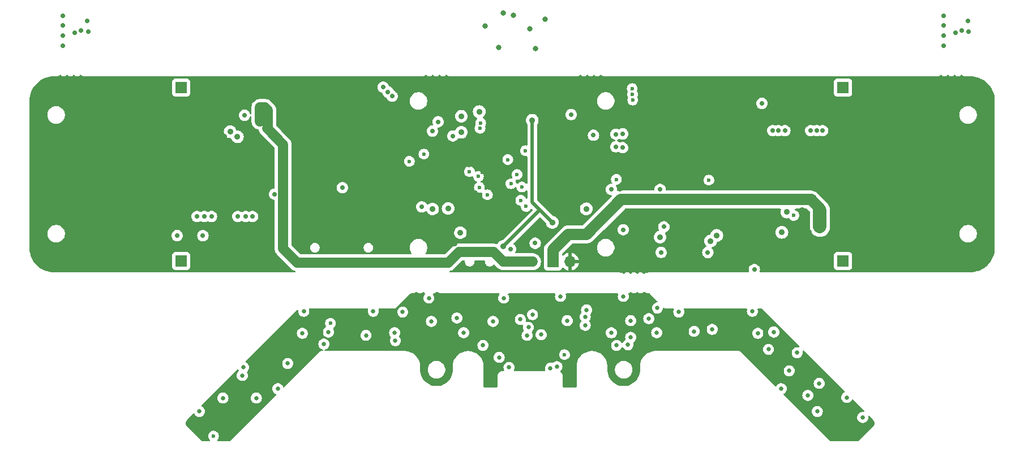
<source format=gbr>
%TF.GenerationSoftware,KiCad,Pcbnew,8.0.4*%
%TF.CreationDate,2024-11-30T23:44:48+01:00*%
%TF.ProjectId,ALL_PCBS,414c4c5f-5043-4425-932e-6b696361645f,rev?*%
%TF.SameCoordinates,Original*%
%TF.FileFunction,Copper,L2,Inr*%
%TF.FilePolarity,Positive*%
%FSLAX46Y46*%
G04 Gerber Fmt 4.6, Leading zero omitted, Abs format (unit mm)*
G04 Created by KiCad (PCBNEW 8.0.4) date 2024-11-30 23:44:48*
%MOMM*%
%LPD*%
G01*
G04 APERTURE LIST*
%TA.AperFunction,ComponentPad*%
%ADD10R,1.700000X1.700000*%
%TD*%
%TA.AperFunction,ComponentPad*%
%ADD11O,1.700000X1.700000*%
%TD*%
%TA.AperFunction,ViaPad*%
%ADD12C,0.700000*%
%TD*%
%TA.AperFunction,ViaPad*%
%ADD13C,0.900000*%
%TD*%
%TA.AperFunction,ViaPad*%
%ADD14C,0.600000*%
%TD*%
%TA.AperFunction,ViaPad*%
%ADD15C,0.650000*%
%TD*%
%TA.AperFunction,ViaPad*%
%ADD16C,0.800000*%
%TD*%
%TA.AperFunction,Conductor*%
%ADD17C,0.500000*%
%TD*%
%TA.AperFunction,Conductor*%
%ADD18C,1.500000*%
%TD*%
%TA.AperFunction,Conductor*%
%ADD19C,1.700000*%
%TD*%
%TA.AperFunction,Conductor*%
%ADD20C,2.000000*%
%TD*%
%TA.AperFunction,Conductor*%
%ADD21C,0.300000*%
%TD*%
G04 APERTURE END LIST*
D10*
%TO.N,Net-(P4-Pin_1)*%
%TO.C,P4*%
X109880000Y-98870000D03*
%TD*%
%TO.N,Net-(P2-Pin_1)*%
%TO.C,P2*%
X208880000Y-124870000D03*
%TD*%
%TO.N,Net-(P3-Pin_1)*%
%TO.C,P3*%
X109880000Y-124870000D03*
%TD*%
%TO.N,VDC*%
%TO.C,+VIN-*%
X165490000Y-124960000D03*
D11*
%TO.N,GND*%
X168030000Y-124960000D03*
%TD*%
D10*
%TO.N,Net-(P1-Pin_1)*%
%TO.C,P1*%
X208880000Y-98870000D03*
%TD*%
D12*
%TO.N,ENC_L_A*%
X223910000Y-91080000D03*
%TO.N,ENC_L_B*%
X223910000Y-92580000D03*
%TO.N,GND*%
X223910000Y-89580000D03*
%TO.N,+3.3V*%
X227585000Y-88905000D03*
%TO.N,GND*%
X227680000Y-90450000D03*
%TO.N,ENC_L_A*%
X225660000Y-90630000D03*
%TO.N,ENC_L_B*%
X226660000Y-90330000D03*
%TO.N,+3.3V*%
X223910000Y-88080000D03*
%TO.N,GND*%
X92180000Y-89580000D03*
X95950000Y-90450000D03*
%TO.N,ENC_L_B*%
X94930000Y-90330000D03*
X92180000Y-92580000D03*
%TO.N,ENC_L_A*%
X93930000Y-90630000D03*
X92180000Y-91080000D03*
%TO.N,+3.3V*%
X95855000Y-88905000D03*
X92180000Y-88080000D03*
D13*
%TO.N,GND*%
X165830000Y-103870000D03*
X183080000Y-104245000D03*
X174530000Y-119770000D03*
X149430000Y-108470000D03*
D12*
X205040000Y-110660000D03*
D13*
X194855000Y-110470000D03*
D14*
X153180000Y-120170000D03*
D12*
X122210000Y-107320000D03*
D13*
X165480000Y-112632347D03*
D12*
X154930000Y-98620000D03*
X189450000Y-125370000D03*
D13*
X202780000Y-117266000D03*
D12*
X202290000Y-110660000D03*
D14*
X152980000Y-110570000D03*
D12*
X140970000Y-103630000D03*
D13*
X150430000Y-120095000D03*
D12*
X115105000Y-112470000D03*
D13*
X175530000Y-114045000D03*
D12*
X195505000Y-97895000D03*
D13*
X203796000Y-120568000D03*
D12*
X116655000Y-98020000D03*
X203360000Y-110660000D03*
X113830000Y-112420000D03*
X129380000Y-103460000D03*
X113055000Y-112645000D03*
X168990000Y-109800000D03*
D13*
X165842500Y-101557500D03*
D12*
X166270000Y-117970000D03*
X139070000Y-114000000D03*
X170950000Y-112860000D03*
X115105000Y-113520000D03*
X138690000Y-105000000D03*
D13*
X163755571Y-103745026D03*
D14*
X154880000Y-111570000D03*
D12*
X140180000Y-104460000D03*
D13*
X116280000Y-106270000D03*
D12*
X129710000Y-107470000D03*
D13*
X150730000Y-122220000D03*
X153860000Y-114690000D03*
D14*
X153180000Y-121370000D03*
D12*
X129390000Y-102570000D03*
D13*
X122990000Y-112650000D03*
D12*
X115605000Y-103045000D03*
D13*
X160792653Y-105382653D03*
X153605000Y-116295000D03*
D12*
X205355000Y-123570000D03*
D13*
%TO.N,+3V3*%
X118280000Y-106245000D03*
D12*
X141430000Y-100150000D03*
D13*
X199732000Y-120568000D03*
D12*
X182070000Y-119740000D03*
D13*
X158080000Y-122670000D03*
D12*
X175890000Y-107880000D03*
X133980000Y-113870000D03*
X140820000Y-99550000D03*
X150510000Y-106120000D03*
X113130000Y-121070000D03*
D13*
X149805000Y-116995000D03*
D12*
X119355000Y-103020000D03*
D13*
X165405000Y-119070000D03*
D12*
X140090000Y-98820000D03*
X175900000Y-105810000D03*
X109270000Y-121060000D03*
D13*
X200494000Y-117520000D03*
X147480000Y-117070000D03*
X162405625Y-103769344D03*
D12*
X174910000Y-107750000D03*
D13*
X151630000Y-120620000D03*
D12*
X174910000Y-105860000D03*
D13*
%TO.N,NRST*%
X151780000Y-105570000D03*
D12*
%TO.N,VDC*%
X122705000Y-104970000D03*
X162460000Y-124970000D03*
X205420000Y-119730000D03*
X160410000Y-124950000D03*
X205440000Y-118390000D03*
X121655000Y-101845000D03*
X161460000Y-124970000D03*
X121655000Y-103920000D03*
X205455000Y-117230000D03*
X121655000Y-102670000D03*
%TO.N,+5V*%
X188650000Y-123590000D03*
X168205000Y-102920000D03*
X181670000Y-123580000D03*
D13*
X154468000Y-102482000D03*
X151780000Y-103170000D03*
D14*
%TO.N,ENC_L_B*%
X146180000Y-108845000D03*
%TO.N,ENC_L_A*%
X144005000Y-109920000D03*
%TO.N,ENC_R_B*%
X160117347Y-111907347D03*
%TO.N,ENC_R_A*%
X159205000Y-113270000D03*
%TO.N,I2C3_SCL*%
X154342500Y-112182500D03*
%TO.N,I2C3_SDA*%
X153005000Y-111470000D03*
%TO.N,I2C3_IMU_INT*%
X154480000Y-113845000D03*
D12*
%TO.N,Net-(Key_Button1-A)*%
X195610000Y-126160000D03*
%TO.N,Net-(P2-Pin_1)*%
X204930000Y-105330000D03*
X198350000Y-105330000D03*
X204050000Y-105330000D03*
X205830000Y-105330000D03*
X199230000Y-105330000D03*
X200180000Y-105330000D03*
%TO.N,Net-(P4-Pin_1)*%
X114410000Y-118200000D03*
X113320000Y-118200000D03*
X118360000Y-118200000D03*
X112230000Y-118200000D03*
X119540000Y-118210000D03*
X120570000Y-118200000D03*
D14*
%TO.N,SYS_JTCK_SWCLK*%
X177430000Y-100745000D03*
%TO.N,SYS_JTMS_SWDIO*%
X177380000Y-99870000D03*
%TO.N,SYS_JTDO_SWO*%
X177348769Y-99025595D03*
D12*
%TO.N,LED_1*%
X159155000Y-123070000D03*
%TO.N,LED_2*%
X145880000Y-116745000D03*
X148330000Y-103995000D03*
X147455000Y-105395000D03*
%TO.N,LED_3*%
X171555000Y-106020000D03*
X162830000Y-122195000D03*
X174230000Y-114145000D03*
D13*
%TO.N,ADC_IN2*%
X170480000Y-117040000D03*
D12*
%TO.N,LED_4*%
X181530000Y-114145000D03*
X176005000Y-120170000D03*
X196755000Y-101245000D03*
D13*
%TO.N,Net-(U7-KEY)*%
X181505000Y-121295000D03*
D14*
%TO.N,SENSOR11*%
X154580000Y-104970000D03*
X161480000Y-116670000D03*
%TO.N,SENSOR12*%
X154673413Y-104163413D03*
X160680000Y-115770000D03*
%TO.N,BOOT0*%
X158730000Y-109670000D03*
X161380000Y-108345000D03*
X155684722Y-114945000D03*
%TO.N,Motor_STBY*%
X160830000Y-113770000D03*
X188805000Y-112745000D03*
X201510000Y-118028000D03*
D12*
X123830000Y-114845000D03*
D13*
X117205000Y-105495000D03*
D14*
X174980000Y-112632347D03*
D13*
%TO.N,LPUART1_RX*%
X189050000Y-121870000D03*
%TO.N,LPUART1_TX*%
X189990000Y-121030000D03*
D15*
%TO.N,+5V*%
X181020000Y-135610000D03*
X166070000Y-140710000D03*
X162420000Y-132910000D03*
D14*
X132220000Y-134210000D03*
D15*
X181120000Y-131910000D03*
X165120000Y-140910000D03*
X161620000Y-136010000D03*
X203620000Y-145010000D03*
X197720000Y-138110000D03*
X143020000Y-132510000D03*
X170520000Y-132210000D03*
D14*
X167220000Y-138910000D03*
X114720000Y-151110000D03*
D15*
%TO.N,GND*%
X211820000Y-148310000D03*
X179820000Y-133510000D03*
X131920000Y-135510000D03*
X151120000Y-133410000D03*
X160620000Y-133610000D03*
X170320000Y-134510000D03*
X205320000Y-143210000D03*
X170320000Y-133210000D03*
X112620000Y-147410000D03*
X189320000Y-135110000D03*
X157445000Y-139310000D03*
X198520000Y-135510000D03*
X141820000Y-135610000D03*
X119220000Y-140810000D03*
%TO.N,Net-(C3-Pad1)*%
X121120000Y-145410000D03*
%TO.N,Net-(C4-Pad1)*%
X128020000Y-135710000D03*
%TO.N,Net-(C5-Pad1)*%
X147320000Y-133910000D03*
%TO.N,Net-(C6-Pad1)*%
X167620000Y-133810000D03*
%TO.N,Net-(C7-Pad1)*%
X186620000Y-135410000D03*
%TO.N,Net-(C8-Pad1)*%
X200834492Y-141324492D03*
%TO.N,Net-(C9-Pad1)*%
X125820000Y-140210000D03*
%TO.N,Net-(C10-Pad1)*%
X137520000Y-136010000D03*
%TO.N,Net-(C11-Pad1)*%
X156520000Y-133910000D03*
%TO.N,Net-(C12-Pad1)*%
X177120000Y-133810000D03*
%TO.N,Net-(C13-Pad1)*%
X196120000Y-135710000D03*
%TO.N,Net-(C14-Pad1)*%
X205020000Y-147410000D03*
%TO.N,Net-(IC1-Pad4)*%
X116120000Y-145410000D03*
%TO.N,Net-(IC3-Pad4)*%
X146920000Y-130410000D03*
%TO.N,Net-(IC5-Pad4)*%
X184320000Y-132510000D03*
%TO.N,Net-(IC8-Pad1)*%
X138620000Y-132410000D03*
%TO.N,Net-(IC10-Pad1)*%
X176020000Y-130160000D03*
%TO.N,Net-(IC12-Pad1)*%
X209420000Y-145310000D03*
%TO.N,SENSOR1*%
X124320000Y-144010000D03*
%TO.N,SENSOR3*%
X131220000Y-137310000D03*
%TO.N,SENSOR5*%
X152120000Y-135610000D03*
%TO.N,SENSOR7*%
X163720000Y-135910000D03*
%TO.N,SENSOR9*%
X177120000Y-136310000D03*
%TO.N,SENSOR11*%
X175020000Y-137510000D03*
%TO.N,SENSOR2*%
X155020000Y-137510000D03*
%TO.N,SENSOR4*%
X141920000Y-136810000D03*
%TO.N,SENSOR6*%
X161820000Y-134810000D03*
%TO.N,SENSOR8*%
X174220000Y-135616980D03*
%TO.N,SENSOR10*%
X176720000Y-137410000D03*
%TO.N,SENSOR12*%
X199620000Y-144010000D03*
%TO.N,LED_ON*%
X158920000Y-140810000D03*
%TO.N,Net-(IC2-Pad4)*%
X128220000Y-132410000D03*
%TO.N,Net-(IC4-Pad4)*%
X166620000Y-130160000D03*
%TO.N,Net-(IC6-Pad4)*%
X202020000Y-138610000D03*
%TO.N,Net-(IC7-Pad1)*%
X119020000Y-142010000D03*
%TO.N,Net-(IC9-Pad1)*%
X158120000Y-130410000D03*
%TO.N,Net-(IC11-Pad1)*%
X195320000Y-132410000D03*
%TO.N,Line_4*%
X191720000Y-133710000D03*
X204920000Y-145610000D03*
X135220000Y-134010000D03*
X123520000Y-142310000D03*
X168620000Y-140610000D03*
X171920000Y-131610000D03*
X154220000Y-132010000D03*
D16*
%TO.N,I2C3_SCL*%
X164282000Y-88655000D03*
%TO.N,I2C3_IMU_INT*%
X157332000Y-92830000D03*
%TO.N,GND*%
X158017000Y-87730000D03*
%TO.N,I2C3_SCL*%
X162032000Y-90105000D03*
%TO.N,GND*%
X155357000Y-89680000D03*
%TO.N,I2C3_IMU_INT*%
X159557000Y-88005000D03*
%TO.N,GND*%
X162907000Y-93005000D03*
%TD*%
D17*
%TO.N,+3V3*%
X163492500Y-117257500D02*
X158080000Y-122670000D01*
X163492500Y-117157500D02*
X165405000Y-119070000D01*
X162405625Y-103769344D02*
X162405625Y-116070625D01*
X162405625Y-116070625D02*
X163492500Y-117157500D01*
D18*
%TO.N,VDC*%
X121655000Y-101845000D02*
X121655000Y-103920000D01*
D19*
X204080000Y-115670000D02*
X205455000Y-117045000D01*
D18*
X156634752Y-123520000D02*
X151409899Y-123520000D01*
X162460000Y-124970000D02*
X158084752Y-124970000D01*
X122870000Y-102290000D02*
X122870000Y-104805000D01*
X151409899Y-123520000D02*
X149819899Y-125110000D01*
D20*
X205420000Y-119730000D02*
X205420000Y-117265000D01*
D19*
X167830000Y-120870000D02*
X170490000Y-120870000D01*
X175690000Y-115670000D02*
X204080000Y-115670000D01*
D18*
X121655000Y-101845000D02*
X122425000Y-101845000D01*
X158084752Y-124970000D02*
X156634752Y-123520000D01*
X149819899Y-125110000D02*
X127230000Y-125110000D01*
X125130000Y-123010000D02*
X125130000Y-107395000D01*
D19*
X165490000Y-123210000D02*
X167830000Y-120870000D01*
D18*
X122870000Y-104805000D02*
X122705000Y-104970000D01*
D19*
X165490000Y-124960000D02*
X165490000Y-123210000D01*
D18*
X125130000Y-107395000D02*
X122705000Y-104970000D01*
D19*
X205455000Y-117045000D02*
X205455000Y-117230000D01*
D21*
X205420000Y-117265000D02*
X205455000Y-117230000D01*
D18*
X127230000Y-125110000D02*
X125130000Y-123010000D01*
D19*
X170490000Y-120870000D02*
X175690000Y-115670000D01*
D18*
X122425000Y-101845000D02*
X122870000Y-102290000D01*
%TD*%
%TA.AperFunction,Conductor*%
%TO.N,GND*%
G36*
X225603334Y-96941136D02*
G01*
X225647681Y-96969637D01*
X225651498Y-96973454D01*
X225746546Y-97068502D01*
X225862954Y-97135710D01*
X225992791Y-97170500D01*
X225992794Y-97170500D01*
X226127206Y-97170500D01*
X226127209Y-97170500D01*
X226257046Y-97135710D01*
X226373454Y-97068502D01*
X226456341Y-96985614D01*
X226517660Y-96952132D01*
X226587352Y-96957116D01*
X226598204Y-96962230D01*
X226598367Y-96961894D01*
X226647629Y-96985617D01*
X226814619Y-97066035D01*
X226814620Y-97066035D01*
X226814623Y-97066037D01*
X227039551Y-97135418D01*
X227039552Y-97135418D01*
X227039555Y-97135419D01*
X227272299Y-97170499D01*
X227272304Y-97170499D01*
X227272307Y-97170500D01*
X227350438Y-97170500D01*
X227832405Y-97170500D01*
X227876949Y-97170500D01*
X227883032Y-97170648D01*
X228236532Y-97188015D01*
X228248640Y-97189208D01*
X228357576Y-97205367D01*
X228595717Y-97240692D01*
X228607635Y-97243062D01*
X228948008Y-97328321D01*
X228959646Y-97331852D01*
X229289996Y-97450054D01*
X229301237Y-97454710D01*
X229526857Y-97561419D01*
X229618433Y-97604731D01*
X229629150Y-97610459D01*
X229930102Y-97790843D01*
X229940217Y-97797601D01*
X230175538Y-97972127D01*
X230222049Y-98006622D01*
X230231455Y-98014342D01*
X230491436Y-98249974D01*
X230500025Y-98258563D01*
X230553293Y-98317335D01*
X230735657Y-98518544D01*
X230743377Y-98527950D01*
X230952396Y-98809779D01*
X230959156Y-98819897D01*
X231082444Y-99025591D01*
X231139533Y-99120837D01*
X231145270Y-99131570D01*
X231295289Y-99448762D01*
X231299945Y-99460003D01*
X231418147Y-99790353D01*
X231421680Y-99801998D01*
X231506934Y-100142351D01*
X231509308Y-100154287D01*
X231560791Y-100501359D01*
X231561984Y-100513468D01*
X231579351Y-100866966D01*
X231579500Y-100873051D01*
X231579500Y-122866948D01*
X231579351Y-122873033D01*
X231561984Y-123226531D01*
X231560791Y-123238640D01*
X231509308Y-123585712D01*
X231506934Y-123597648D01*
X231421680Y-123938001D01*
X231418147Y-123949646D01*
X231299945Y-124279996D01*
X231295289Y-124291237D01*
X231145270Y-124608429D01*
X231139533Y-124619162D01*
X230959156Y-124920102D01*
X230952396Y-124930220D01*
X230743377Y-125212049D01*
X230735657Y-125221455D01*
X230500033Y-125481428D01*
X230491428Y-125490033D01*
X230231455Y-125725657D01*
X230222049Y-125733377D01*
X229940220Y-125942396D01*
X229930102Y-125949156D01*
X229629162Y-126129533D01*
X229618429Y-126135270D01*
X229301237Y-126285289D01*
X229289996Y-126289945D01*
X228959646Y-126408147D01*
X228948001Y-126411680D01*
X228607648Y-126496934D01*
X228595712Y-126499308D01*
X228248640Y-126550791D01*
X228236531Y-126551984D01*
X227903016Y-126568369D01*
X227883031Y-126569351D01*
X227876949Y-126569500D01*
X196541885Y-126569500D01*
X196474846Y-126549815D01*
X196429091Y-126497011D01*
X196419147Y-126427853D01*
X196423952Y-126407187D01*
X196446497Y-126337803D01*
X196465185Y-126160000D01*
X196446497Y-125982197D01*
X196408244Y-125864468D01*
X196391252Y-125812170D01*
X196391249Y-125812164D01*
X196375363Y-125784648D01*
X196301859Y-125657335D01*
X196255003Y-125605296D01*
X196182235Y-125524478D01*
X196182232Y-125524476D01*
X196182231Y-125524475D01*
X196182230Y-125524474D01*
X196037593Y-125419388D01*
X195874267Y-125346671D01*
X195874265Y-125346670D01*
X195746594Y-125319533D01*
X195699391Y-125309500D01*
X195520609Y-125309500D01*
X195498060Y-125314293D01*
X195345733Y-125346670D01*
X195345728Y-125346672D01*
X195182408Y-125419387D01*
X195037768Y-125524475D01*
X194918140Y-125657336D01*
X194828750Y-125812164D01*
X194828747Y-125812170D01*
X194773504Y-125982192D01*
X194773503Y-125982194D01*
X194754815Y-126160000D01*
X194767983Y-126285289D01*
X194773503Y-126337803D01*
X194796046Y-126407183D01*
X194798041Y-126477023D01*
X194761961Y-126536856D01*
X194699260Y-126567684D01*
X194678115Y-126569500D01*
X179812299Y-126569500D01*
X179579555Y-126604580D01*
X179579549Y-126604582D01*
X179354619Y-126673964D01*
X179144534Y-126775135D01*
X179075593Y-126786487D01*
X179011458Y-126758764D01*
X179003052Y-126751096D01*
X178913455Y-126661499D01*
X178913450Y-126661495D01*
X178797048Y-126594291D01*
X178797047Y-126594290D01*
X178764586Y-126585592D01*
X178667209Y-126559500D01*
X178532791Y-126559500D01*
X178454888Y-126580374D01*
X178402952Y-126594290D01*
X178402951Y-126594291D01*
X178286549Y-126661495D01*
X178286544Y-126661499D01*
X178185751Y-126762293D01*
X178184234Y-126760776D01*
X178136935Y-126795306D01*
X178067189Y-126799453D01*
X178006272Y-126765234D01*
X178000312Y-126758356D01*
X177903455Y-126661499D01*
X177903450Y-126661495D01*
X177787048Y-126594291D01*
X177787047Y-126594290D01*
X177754586Y-126585592D01*
X177657209Y-126559500D01*
X177522791Y-126559500D01*
X177444888Y-126580374D01*
X177392952Y-126594290D01*
X177392951Y-126594291D01*
X177276549Y-126661495D01*
X177276544Y-126661499D01*
X177182681Y-126755363D01*
X177121358Y-126788848D01*
X177051666Y-126783864D01*
X177007319Y-126755363D01*
X176913455Y-126661499D01*
X176913450Y-126661495D01*
X176797048Y-126594291D01*
X176797047Y-126594290D01*
X176764586Y-126585592D01*
X176667209Y-126559500D01*
X176532791Y-126559500D01*
X176454888Y-126580374D01*
X176402952Y-126594290D01*
X176402951Y-126594291D01*
X176286549Y-126661495D01*
X176196947Y-126751097D01*
X176135623Y-126784581D01*
X176065932Y-126779597D01*
X176055465Y-126775135D01*
X175845379Y-126673964D01*
X175845381Y-126673964D01*
X175620450Y-126604582D01*
X175620444Y-126604580D01*
X175387700Y-126569500D01*
X175387693Y-126569500D01*
X175309562Y-126569500D01*
X150157631Y-126569500D01*
X150090592Y-126549815D01*
X150044837Y-126497011D01*
X150034893Y-126427853D01*
X150063918Y-126364297D01*
X150119312Y-126327569D01*
X150191569Y-126304091D01*
X150299925Y-126268884D01*
X150475304Y-126179524D01*
X150634545Y-126063828D01*
X151891554Y-124806819D01*
X151952877Y-124773334D01*
X151979235Y-124770500D01*
X152196429Y-124770500D01*
X152263468Y-124790185D01*
X152309223Y-124842989D01*
X152319378Y-124903930D01*
X152319500Y-124903930D01*
X152319500Y-124904664D01*
X152319832Y-124906657D01*
X152319500Y-124910027D01*
X152319500Y-125049982D01*
X152346802Y-125187237D01*
X152346805Y-125187249D01*
X152400361Y-125316546D01*
X152400363Y-125316550D01*
X152478114Y-125432912D01*
X152478120Y-125432920D01*
X152577079Y-125531879D01*
X152577087Y-125531885D01*
X152693449Y-125609636D01*
X152693453Y-125609638D01*
X152822750Y-125663194D01*
X152822755Y-125663196D01*
X152960017Y-125690499D01*
X152960021Y-125690500D01*
X152960022Y-125690500D01*
X153099979Y-125690500D01*
X153099980Y-125690499D01*
X153237245Y-125663196D01*
X153366548Y-125609637D01*
X153366550Y-125609636D01*
X153424341Y-125571020D01*
X153482917Y-125531882D01*
X153581882Y-125432917D01*
X153659637Y-125316548D01*
X153662557Y-125309500D01*
X153702922Y-125212049D01*
X153713196Y-125187245D01*
X153740500Y-125049978D01*
X153740500Y-124910022D01*
X153740499Y-124910017D01*
X153740168Y-124906657D01*
X153740500Y-124904906D01*
X153740500Y-124903930D01*
X153740685Y-124903930D01*
X153753186Y-124838011D01*
X153801249Y-124787299D01*
X153863571Y-124770500D01*
X155196429Y-124770500D01*
X155263468Y-124790185D01*
X155309223Y-124842989D01*
X155319378Y-124903930D01*
X155319500Y-124903930D01*
X155319500Y-124904664D01*
X155319832Y-124906657D01*
X155319500Y-124910027D01*
X155319500Y-125049982D01*
X155346802Y-125187237D01*
X155346805Y-125187249D01*
X155400361Y-125316546D01*
X155400363Y-125316550D01*
X155478114Y-125432912D01*
X155478120Y-125432920D01*
X155577079Y-125531879D01*
X155577087Y-125531885D01*
X155693449Y-125609636D01*
X155693453Y-125609638D01*
X155822750Y-125663194D01*
X155822755Y-125663196D01*
X155960017Y-125690499D01*
X155960021Y-125690500D01*
X155960022Y-125690500D01*
X156099979Y-125690500D01*
X156099980Y-125690499D01*
X156237245Y-125663196D01*
X156366548Y-125609637D01*
X156366550Y-125609636D01*
X156424341Y-125571020D01*
X156482917Y-125531882D01*
X156581882Y-125432917D01*
X156581883Y-125432914D01*
X156584026Y-125430305D01*
X156585497Y-125429302D01*
X156586190Y-125428610D01*
X156586321Y-125428741D01*
X156641770Y-125390968D01*
X156711614Y-125389095D01*
X156767563Y-125421285D01*
X157270107Y-125923829D01*
X157429347Y-126039524D01*
X157503971Y-126077547D01*
X157604721Y-126128882D01*
X157604723Y-126128882D01*
X157604726Y-126128884D01*
X157700491Y-126160000D01*
X157791925Y-126189709D01*
X157986330Y-126220500D01*
X157986335Y-126220500D01*
X162558422Y-126220500D01*
X162752826Y-126189709D01*
X162784175Y-126179523D01*
X162940025Y-126128884D01*
X163115405Y-126039524D01*
X163274646Y-125923828D01*
X163413828Y-125784646D01*
X163529524Y-125625405D01*
X163618884Y-125450025D01*
X163679709Y-125262826D01*
X163710500Y-125068422D01*
X163710500Y-124871577D01*
X163679709Y-124677173D01*
X163618882Y-124489970D01*
X163537684Y-124330610D01*
X163529524Y-124314595D01*
X163413828Y-124155354D01*
X163274646Y-124016172D01*
X163115405Y-123900476D01*
X162940029Y-123811117D01*
X162752826Y-123750290D01*
X162558422Y-123719500D01*
X162558417Y-123719500D01*
X159976858Y-123719500D01*
X159909819Y-123699815D01*
X159864064Y-123647011D01*
X159854120Y-123577853D01*
X159869471Y-123533500D01*
X159889021Y-123499638D01*
X159936250Y-123417835D01*
X159991497Y-123247803D01*
X160006642Y-123103713D01*
X164139500Y-123103713D01*
X164139500Y-125857870D01*
X164139501Y-125857876D01*
X164145908Y-125917483D01*
X164196202Y-126052328D01*
X164196206Y-126052335D01*
X164282452Y-126167544D01*
X164282455Y-126167547D01*
X164397664Y-126253793D01*
X164397671Y-126253797D01*
X164532517Y-126304091D01*
X164532516Y-126304091D01*
X164539444Y-126304835D01*
X164592127Y-126310500D01*
X165373710Y-126310499D01*
X165373724Y-126310500D01*
X165383713Y-126310500D01*
X165606277Y-126310500D01*
X165606289Y-126310499D01*
X166387871Y-126310499D01*
X166387872Y-126310499D01*
X166447483Y-126304091D01*
X166582331Y-126253796D01*
X166697546Y-126167546D01*
X166783796Y-126052331D01*
X166833002Y-125920401D01*
X166874872Y-125864468D01*
X166940337Y-125840050D01*
X167008610Y-125854901D01*
X167036865Y-125876053D01*
X167158917Y-125998105D01*
X167352421Y-126133600D01*
X167566507Y-126233429D01*
X167566516Y-126233433D01*
X167780000Y-126290634D01*
X167780000Y-125393012D01*
X167837007Y-125425925D01*
X167964174Y-125460000D01*
X168095826Y-125460000D01*
X168222993Y-125425925D01*
X168280000Y-125393012D01*
X168280000Y-126290633D01*
X168493483Y-126233433D01*
X168493492Y-126233429D01*
X168707578Y-126133600D01*
X168901082Y-125998105D01*
X169068105Y-125831082D01*
X169203600Y-125637578D01*
X169303429Y-125423492D01*
X169303432Y-125423486D01*
X169360636Y-125210000D01*
X168463012Y-125210000D01*
X168495925Y-125152993D01*
X168530000Y-125025826D01*
X168530000Y-124894174D01*
X168495925Y-124767007D01*
X168463012Y-124710000D01*
X169360636Y-124710000D01*
X169360635Y-124709999D01*
X169303432Y-124496513D01*
X169303429Y-124496507D01*
X169203600Y-124282422D01*
X169203599Y-124282420D01*
X169068113Y-124088926D01*
X169068108Y-124088920D01*
X168901082Y-123921894D01*
X168707578Y-123786399D01*
X168493492Y-123686570D01*
X168493486Y-123686567D01*
X168280000Y-123629364D01*
X168280000Y-124526988D01*
X168222993Y-124494075D01*
X168095826Y-124460000D01*
X167964174Y-124460000D01*
X167837007Y-124494075D01*
X167780000Y-124526988D01*
X167780000Y-123629364D01*
X167779999Y-123629364D01*
X167566513Y-123686567D01*
X167566507Y-123686570D01*
X167352422Y-123786399D01*
X167352420Y-123786400D01*
X167158926Y-123921886D01*
X167158920Y-123921891D01*
X167052181Y-124028631D01*
X166990858Y-124062116D01*
X166921166Y-124057132D01*
X166865233Y-124015260D01*
X166840816Y-123949796D01*
X166840500Y-123940950D01*
X166840500Y-123820757D01*
X166860185Y-123753718D01*
X166876819Y-123733076D01*
X167843034Y-122766861D01*
X172069500Y-122766861D01*
X172069500Y-122973138D01*
X172101769Y-123176877D01*
X172101769Y-123176880D01*
X172165510Y-123373054D01*
X172230008Y-123499638D01*
X172259160Y-123556852D01*
X172380407Y-123723733D01*
X172526267Y-123869593D01*
X172693148Y-123990840D01*
X172873361Y-124082663D01*
X172876945Y-124084489D01*
X173073120Y-124148230D01*
X173073121Y-124148230D01*
X173073124Y-124148231D01*
X173276861Y-124180500D01*
X173276862Y-124180500D01*
X173483138Y-124180500D01*
X173483139Y-124180500D01*
X173686876Y-124148231D01*
X173686879Y-124148230D01*
X173686880Y-124148230D01*
X173883054Y-124084489D01*
X173883054Y-124084488D01*
X173883057Y-124084488D01*
X174066852Y-123990840D01*
X174233733Y-123869593D01*
X174379593Y-123723733D01*
X174484022Y-123580000D01*
X180814815Y-123580000D01*
X180833503Y-123757805D01*
X180833504Y-123757807D01*
X180888747Y-123927829D01*
X180888750Y-123927835D01*
X180978141Y-124082665D01*
X181019812Y-124128946D01*
X181097764Y-124215521D01*
X181097767Y-124215523D01*
X181097770Y-124215526D01*
X181242407Y-124320612D01*
X181405733Y-124393329D01*
X181580609Y-124430500D01*
X181580610Y-124430500D01*
X181759389Y-124430500D01*
X181759391Y-124430500D01*
X181934267Y-124393329D01*
X182097593Y-124320612D01*
X182242230Y-124215526D01*
X182361859Y-124082665D01*
X182451250Y-123927835D01*
X182506497Y-123757803D01*
X182524134Y-123590000D01*
X187794815Y-123590000D01*
X187813503Y-123767805D01*
X187813504Y-123767807D01*
X187868747Y-123937829D01*
X187868750Y-123937835D01*
X187958141Y-124092665D01*
X187999812Y-124138946D01*
X188077764Y-124225521D01*
X188077767Y-124225523D01*
X188077770Y-124225526D01*
X188222407Y-124330612D01*
X188385733Y-124403329D01*
X188560609Y-124440500D01*
X188560610Y-124440500D01*
X188739389Y-124440500D01*
X188739391Y-124440500D01*
X188914267Y-124403329D01*
X189077593Y-124330612D01*
X189222230Y-124225526D01*
X189341859Y-124092665D01*
X189411447Y-123972135D01*
X207529500Y-123972135D01*
X207529500Y-125767870D01*
X207529501Y-125767876D01*
X207535908Y-125827483D01*
X207586202Y-125962328D01*
X207586206Y-125962335D01*
X207672452Y-126077544D01*
X207672455Y-126077547D01*
X207787664Y-126163793D01*
X207787671Y-126163797D01*
X207922517Y-126214091D01*
X207922516Y-126214091D01*
X207929444Y-126214835D01*
X207982127Y-126220500D01*
X209777872Y-126220499D01*
X209837483Y-126214091D01*
X209972331Y-126163796D01*
X210087546Y-126077546D01*
X210173796Y-125962331D01*
X210224091Y-125827483D01*
X210230500Y-125767873D01*
X210230499Y-123972128D01*
X210224091Y-123912517D01*
X210208081Y-123869593D01*
X210173797Y-123777671D01*
X210173793Y-123777664D01*
X210087547Y-123662455D01*
X210087544Y-123662452D01*
X209972335Y-123576206D01*
X209972328Y-123576202D01*
X209837482Y-123525908D01*
X209837483Y-123525908D01*
X209777883Y-123519501D01*
X209777881Y-123519500D01*
X209777873Y-123519500D01*
X209777864Y-123519500D01*
X207982129Y-123519500D01*
X207982123Y-123519501D01*
X207922516Y-123525908D01*
X207787671Y-123576202D01*
X207787664Y-123576206D01*
X207672455Y-123662452D01*
X207672452Y-123662455D01*
X207586206Y-123777664D01*
X207586202Y-123777671D01*
X207535908Y-123912517D01*
X207529501Y-123972116D01*
X207529501Y-123972123D01*
X207529500Y-123972135D01*
X189411447Y-123972135D01*
X189431250Y-123937835D01*
X189486497Y-123767803D01*
X189505185Y-123590000D01*
X189486497Y-123412197D01*
X189450960Y-123302826D01*
X189431252Y-123242170D01*
X189431249Y-123242164D01*
X189341859Y-123087335D01*
X189295012Y-123035306D01*
X189251332Y-122986794D01*
X189221102Y-122923802D01*
X189229728Y-122854467D01*
X189274469Y-122800802D01*
X189307481Y-122785163D01*
X189415501Y-122752396D01*
X189472062Y-122722164D01*
X189580623Y-122664137D01*
X189580626Y-122664135D01*
X189725357Y-122545357D01*
X189844135Y-122400626D01*
X189844137Y-122400623D01*
X189932394Y-122235505D01*
X189932395Y-122235502D01*
X189932396Y-122235501D01*
X189984870Y-122062517D01*
X190023166Y-122004082D01*
X190086978Y-121975626D01*
X190091330Y-121975118D01*
X190167520Y-121967614D01*
X190176332Y-121966747D01*
X190230683Y-121950259D01*
X190355501Y-121912396D01*
X190520625Y-121824136D01*
X190665357Y-121705357D01*
X190784136Y-121560625D01*
X190872396Y-121395501D01*
X190926747Y-121216331D01*
X190945099Y-121030000D01*
X190926747Y-120843669D01*
X190872396Y-120664499D01*
X190820817Y-120568000D01*
X198776901Y-120568000D01*
X198795252Y-120754331D01*
X198795253Y-120754333D01*
X198849604Y-120933502D01*
X198937862Y-121098623D01*
X198937864Y-121098626D01*
X199056642Y-121243357D01*
X199201373Y-121362135D01*
X199201376Y-121362137D01*
X199305570Y-121417829D01*
X199366499Y-121450396D01*
X199545666Y-121504746D01*
X199545668Y-121504747D01*
X199562374Y-121506392D01*
X199732000Y-121523099D01*
X199918331Y-121504747D01*
X200097501Y-121450396D01*
X200262625Y-121362136D01*
X200407357Y-121243357D01*
X200526136Y-121098625D01*
X200614396Y-120933501D01*
X200668747Y-120754331D01*
X200687099Y-120568000D01*
X200668747Y-120381669D01*
X200614396Y-120202499D01*
X200585054Y-120147604D01*
X200526137Y-120037376D01*
X200526135Y-120037373D01*
X200407357Y-119892642D01*
X200262626Y-119773864D01*
X200262623Y-119773862D01*
X200097502Y-119685604D01*
X199918333Y-119631253D01*
X199918331Y-119631252D01*
X199732000Y-119612901D01*
X199545668Y-119631252D01*
X199545666Y-119631253D01*
X199366497Y-119685604D01*
X199201376Y-119773862D01*
X199201373Y-119773864D01*
X199056642Y-119892642D01*
X198937864Y-120037373D01*
X198937862Y-120037376D01*
X198849604Y-120202497D01*
X198795253Y-120381666D01*
X198795252Y-120381668D01*
X198776901Y-120568000D01*
X190820817Y-120568000D01*
X190815116Y-120557335D01*
X190784137Y-120499376D01*
X190784135Y-120499373D01*
X190665357Y-120354642D01*
X190520626Y-120235864D01*
X190520623Y-120235862D01*
X190355502Y-120147604D01*
X190176333Y-120093253D01*
X190176331Y-120093252D01*
X189990000Y-120074901D01*
X189803668Y-120093252D01*
X189803666Y-120093253D01*
X189624497Y-120147604D01*
X189459376Y-120235862D01*
X189459373Y-120235864D01*
X189314642Y-120354642D01*
X189195864Y-120499373D01*
X189195862Y-120499376D01*
X189107604Y-120664497D01*
X189055130Y-120837478D01*
X189016833Y-120895916D01*
X188953020Y-120924373D01*
X188948625Y-120924885D01*
X188863667Y-120933253D01*
X188863666Y-120933253D01*
X188684497Y-120987604D01*
X188519376Y-121075862D01*
X188519373Y-121075864D01*
X188374642Y-121194642D01*
X188255864Y-121339373D01*
X188255862Y-121339376D01*
X188167604Y-121504497D01*
X188113253Y-121683666D01*
X188113252Y-121683668D01*
X188094901Y-121870000D01*
X188113252Y-122056331D01*
X188113253Y-122056333D01*
X188167604Y-122235502D01*
X188255862Y-122400623D01*
X188255864Y-122400626D01*
X188374642Y-122545357D01*
X188405993Y-122571086D01*
X188445327Y-122628832D01*
X188447198Y-122698676D01*
X188411010Y-122758445D01*
X188377764Y-122780218D01*
X188222408Y-122849387D01*
X188077768Y-122954475D01*
X187958140Y-123087336D01*
X187868750Y-123242164D01*
X187868747Y-123242170D01*
X187813504Y-123412192D01*
X187813503Y-123412194D01*
X187794815Y-123590000D01*
X182524134Y-123590000D01*
X182525185Y-123580000D01*
X182506497Y-123402197D01*
X182474209Y-123302826D01*
X182451252Y-123232170D01*
X182451249Y-123232164D01*
X182447997Y-123226531D01*
X182361859Y-123077335D01*
X182299726Y-123008329D01*
X182242235Y-122944478D01*
X182242232Y-122944476D01*
X182242231Y-122944475D01*
X182242230Y-122944474D01*
X182097593Y-122839388D01*
X181934267Y-122766671D01*
X181934265Y-122766670D01*
X181806437Y-122739500D01*
X181759391Y-122729500D01*
X181580609Y-122729500D01*
X181549954Y-122736015D01*
X181405733Y-122766670D01*
X181405728Y-122766672D01*
X181242408Y-122839387D01*
X181097768Y-122944475D01*
X180978140Y-123077336D01*
X180888750Y-123232164D01*
X180888747Y-123232170D01*
X180833504Y-123402192D01*
X180833503Y-123402194D01*
X180814815Y-123580000D01*
X174484022Y-123580000D01*
X174500840Y-123556852D01*
X174594488Y-123373057D01*
X174594489Y-123373054D01*
X174658230Y-123176880D01*
X174658230Y-123176879D01*
X174658231Y-123176876D01*
X174690500Y-122973139D01*
X174690500Y-122766861D01*
X174658231Y-122563124D01*
X174658230Y-122563120D01*
X174658230Y-122563119D01*
X174594489Y-122366945D01*
X174594488Y-122366943D01*
X174500840Y-122183148D01*
X174379593Y-122016267D01*
X174233733Y-121870407D01*
X174066852Y-121749160D01*
X174022401Y-121726511D01*
X173883054Y-121655510D01*
X173686879Y-121591769D01*
X173534073Y-121567567D01*
X173483139Y-121559500D01*
X173276861Y-121559500D01*
X173208948Y-121570256D01*
X173073122Y-121591769D01*
X173073119Y-121591769D01*
X172876945Y-121655510D01*
X172693147Y-121749160D01*
X172526265Y-121870408D01*
X172380408Y-122016265D01*
X172259160Y-122183147D01*
X172165510Y-122366945D01*
X172101769Y-122563119D01*
X172101769Y-122563122D01*
X172069500Y-122766861D01*
X167843034Y-122766861D01*
X168353076Y-122256819D01*
X168414399Y-122223334D01*
X168440757Y-122220500D01*
X170596286Y-122220500D01*
X170596287Y-122220500D01*
X170806243Y-122187246D01*
X171008412Y-122121557D01*
X171197816Y-122025051D01*
X171209909Y-122016265D01*
X171239668Y-121994644D01*
X171239670Y-121994642D01*
X171369788Y-121900107D01*
X171369788Y-121900106D01*
X171369792Y-121900104D01*
X171520104Y-121749792D01*
X171520105Y-121749790D01*
X171527165Y-121742730D01*
X171527170Y-121742723D01*
X171974893Y-121295000D01*
X180549901Y-121295000D01*
X180568252Y-121481331D01*
X180568253Y-121481333D01*
X180622604Y-121660502D01*
X180710862Y-121825623D01*
X180710864Y-121825626D01*
X180829642Y-121970357D01*
X180974373Y-122089135D01*
X180974376Y-122089137D01*
X181139497Y-122177395D01*
X181139499Y-122177396D01*
X181318666Y-122231746D01*
X181318668Y-122231747D01*
X181335374Y-122233392D01*
X181505000Y-122250099D01*
X181691331Y-122231747D01*
X181870501Y-122177396D01*
X182035625Y-122089136D01*
X182180357Y-121970357D01*
X182299136Y-121825625D01*
X182387396Y-121660501D01*
X182441747Y-121481331D01*
X182460099Y-121295000D01*
X182441747Y-121108669D01*
X182387396Y-120929499D01*
X182357271Y-120873138D01*
X182299137Y-120764376D01*
X182299135Y-120764374D01*
X182284901Y-120747029D01*
X182257589Y-120682719D01*
X182269380Y-120613852D01*
X182316533Y-120562292D01*
X182330320Y-120555085D01*
X182334261Y-120553330D01*
X182334267Y-120553329D01*
X182497593Y-120480612D01*
X182642230Y-120375526D01*
X182649471Y-120367485D01*
X182683774Y-120329387D01*
X182761859Y-120242665D01*
X182851250Y-120087835D01*
X182906497Y-119917803D01*
X182925185Y-119740000D01*
X182906497Y-119562197D01*
X182851250Y-119392165D01*
X182761859Y-119237335D01*
X182715003Y-119185296D01*
X182642235Y-119104478D01*
X182642232Y-119104476D01*
X182642231Y-119104475D01*
X182642230Y-119104474D01*
X182497593Y-118999388D01*
X182334267Y-118926671D01*
X182334265Y-118926670D01*
X182206594Y-118899533D01*
X182159391Y-118889500D01*
X181980609Y-118889500D01*
X181949954Y-118896015D01*
X181805733Y-118926670D01*
X181805728Y-118926672D01*
X181642408Y-118999387D01*
X181497768Y-119104475D01*
X181378140Y-119237336D01*
X181288750Y-119392164D01*
X181288747Y-119392170D01*
X181233504Y-119562192D01*
X181233503Y-119562194D01*
X181214815Y-119740000D01*
X181233503Y-119917805D01*
X181233504Y-119917807D01*
X181288747Y-120087829D01*
X181288749Y-120087832D01*
X181288750Y-120087835D01*
X181323258Y-120147604D01*
X181347947Y-120190368D01*
X181364419Y-120258268D01*
X181341566Y-120324295D01*
X181286644Y-120367485D01*
X181276555Y-120371027D01*
X181139497Y-120412604D01*
X180974376Y-120500862D01*
X180974373Y-120500864D01*
X180829642Y-120619642D01*
X180710864Y-120764373D01*
X180710862Y-120764376D01*
X180622604Y-120929497D01*
X180568253Y-121108666D01*
X180568252Y-121108668D01*
X180549901Y-121295000D01*
X171974893Y-121295000D01*
X173099894Y-120170000D01*
X175149815Y-120170000D01*
X175168503Y-120347805D01*
X175168504Y-120347807D01*
X175223747Y-120517829D01*
X175223750Y-120517835D01*
X175313141Y-120672665D01*
X175348706Y-120712164D01*
X175432764Y-120805521D01*
X175432767Y-120805523D01*
X175432770Y-120805526D01*
X175577407Y-120910612D01*
X175740733Y-120983329D01*
X175915609Y-121020500D01*
X175915610Y-121020500D01*
X176094389Y-121020500D01*
X176094391Y-121020500D01*
X176269267Y-120983329D01*
X176432593Y-120910612D01*
X176577230Y-120805526D01*
X176696859Y-120672665D01*
X176786250Y-120517835D01*
X176841497Y-120347803D01*
X176860185Y-120170000D01*
X176841497Y-119992197D01*
X176809150Y-119892643D01*
X176786252Y-119822170D01*
X176786249Y-119822164D01*
X176756368Y-119770408D01*
X176696859Y-119667335D01*
X176636791Y-119600623D01*
X176577235Y-119534478D01*
X176577232Y-119534476D01*
X176577231Y-119534475D01*
X176577230Y-119534474D01*
X176432593Y-119429388D01*
X176269267Y-119356671D01*
X176269265Y-119356670D01*
X176141594Y-119329533D01*
X176094391Y-119319500D01*
X175915609Y-119319500D01*
X175884954Y-119326015D01*
X175740733Y-119356670D01*
X175740728Y-119356672D01*
X175577408Y-119429387D01*
X175432768Y-119534475D01*
X175313140Y-119667336D01*
X175223750Y-119822164D01*
X175223747Y-119822170D01*
X175168504Y-119992192D01*
X175168503Y-119992194D01*
X175149815Y-120170000D01*
X173099894Y-120170000D01*
X176213076Y-117056819D01*
X176274399Y-117023334D01*
X176300757Y-117020500D01*
X199485058Y-117020500D01*
X199552097Y-117040185D01*
X199597852Y-117092989D01*
X199607796Y-117162147D01*
X199603718Y-117180496D01*
X199557253Y-117333666D01*
X199557252Y-117333668D01*
X199538901Y-117520000D01*
X199557252Y-117706331D01*
X199557253Y-117706333D01*
X199611604Y-117885502D01*
X199699862Y-118050623D01*
X199699864Y-118050626D01*
X199818642Y-118195357D01*
X199963373Y-118314135D01*
X199963376Y-118314137D01*
X200082488Y-118377803D01*
X200128499Y-118402396D01*
X200269222Y-118445084D01*
X200307666Y-118456746D01*
X200307668Y-118456747D01*
X200324374Y-118458392D01*
X200494000Y-118475099D01*
X200663625Y-118458392D01*
X200680332Y-118456747D01*
X200718778Y-118445084D01*
X200788645Y-118444459D01*
X200847758Y-118481707D01*
X200859768Y-118497771D01*
X200880184Y-118530262D01*
X201007738Y-118657816D01*
X201160478Y-118753789D01*
X201330745Y-118813368D01*
X201330750Y-118813369D01*
X201509996Y-118833565D01*
X201510000Y-118833565D01*
X201510004Y-118833565D01*
X201689249Y-118813369D01*
X201689252Y-118813368D01*
X201689255Y-118813368D01*
X201859522Y-118753789D01*
X202012262Y-118657816D01*
X202139816Y-118530262D01*
X202235789Y-118377522D01*
X202295368Y-118207255D01*
X202295369Y-118207249D01*
X202315565Y-118028003D01*
X202315565Y-118027996D01*
X202295369Y-117848750D01*
X202295368Y-117848745D01*
X202274510Y-117789136D01*
X202235789Y-117678478D01*
X202139816Y-117525738D01*
X202012262Y-117398184D01*
X201988218Y-117383076D01*
X201859519Y-117302209D01*
X201743297Y-117261541D01*
X201686521Y-117220820D01*
X201660774Y-117155867D01*
X201674230Y-117087305D01*
X201722618Y-117036903D01*
X201784252Y-117020500D01*
X203469243Y-117020500D01*
X203536282Y-117040185D01*
X203556924Y-117056819D01*
X203883181Y-117383076D01*
X203916666Y-117444399D01*
X203919500Y-117470757D01*
X203919500Y-119848097D01*
X203956446Y-120081368D01*
X204029433Y-120305996D01*
X204127966Y-120499376D01*
X204136657Y-120516433D01*
X204275483Y-120707510D01*
X204442490Y-120874517D01*
X204633567Y-121013343D01*
X204725137Y-121060000D01*
X204844003Y-121120566D01*
X204844005Y-121120566D01*
X204844008Y-121120568D01*
X204936514Y-121150625D01*
X205068631Y-121193553D01*
X205301903Y-121230500D01*
X205301908Y-121230500D01*
X205538097Y-121230500D01*
X205771368Y-121193553D01*
X205995992Y-121120568D01*
X206206433Y-121013343D01*
X206397510Y-120874517D01*
X206564517Y-120707510D01*
X206594050Y-120666861D01*
X226269500Y-120666861D01*
X226269500Y-120873139D01*
X226279061Y-120933502D01*
X226301769Y-121076877D01*
X226301769Y-121076880D01*
X226365510Y-121273054D01*
X226457904Y-121454387D01*
X226459160Y-121456852D01*
X226580407Y-121623733D01*
X226726267Y-121769593D01*
X226893148Y-121890840D01*
X227059550Y-121975626D01*
X227076945Y-121984489D01*
X227273120Y-122048230D01*
X227273121Y-122048230D01*
X227273124Y-122048231D01*
X227476861Y-122080500D01*
X227476862Y-122080500D01*
X227683138Y-122080500D01*
X227683139Y-122080500D01*
X227886876Y-122048231D01*
X227886879Y-122048230D01*
X227886880Y-122048230D01*
X228083054Y-121984489D01*
X228083054Y-121984488D01*
X228083057Y-121984488D01*
X228266852Y-121890840D01*
X228433733Y-121769593D01*
X228579593Y-121623733D01*
X228700840Y-121456852D01*
X228794488Y-121273057D01*
X228819967Y-121194642D01*
X228858230Y-121076880D01*
X228858230Y-121076879D01*
X228858231Y-121076876D01*
X228890500Y-120873139D01*
X228890500Y-120666861D01*
X228858231Y-120463124D01*
X228858230Y-120463120D01*
X228858230Y-120463119D01*
X228794489Y-120266945D01*
X228733682Y-120147604D01*
X228700840Y-120083148D01*
X228579593Y-119916267D01*
X228433733Y-119770407D01*
X228266852Y-119649160D01*
X228083054Y-119555510D01*
X227886879Y-119491769D01*
X227734073Y-119467567D01*
X227683139Y-119459500D01*
X227476861Y-119459500D01*
X227408948Y-119470256D01*
X227273122Y-119491769D01*
X227273119Y-119491769D01*
X227076945Y-119555510D01*
X226893147Y-119649160D01*
X226726265Y-119770408D01*
X226580408Y-119916265D01*
X226459160Y-120083147D01*
X226365510Y-120266945D01*
X226301769Y-120463119D01*
X226301769Y-120463122D01*
X226287482Y-120553329D01*
X226269500Y-120666861D01*
X206594050Y-120666861D01*
X206703343Y-120516433D01*
X206810568Y-120305992D01*
X206883553Y-120081368D01*
X206897991Y-119990211D01*
X206920500Y-119848097D01*
X206920500Y-117146902D01*
X206883553Y-116913631D01*
X206815601Y-116704499D01*
X206810568Y-116689008D01*
X206810566Y-116689005D01*
X206810566Y-116689003D01*
X206746182Y-116562644D01*
X206703343Y-116478567D01*
X206637918Y-116388518D01*
X206627761Y-116371942D01*
X206610051Y-116337184D01*
X206575434Y-116289538D01*
X206575434Y-116289537D01*
X206485107Y-116165212D01*
X206485106Y-116165211D01*
X206485104Y-116165208D01*
X206334792Y-116014896D01*
X206334791Y-116014895D01*
X206331680Y-116011784D01*
X206331665Y-116011770D01*
X205114444Y-114794549D01*
X205114435Y-114794539D01*
X205040396Y-114720500D01*
X204959792Y-114639896D01*
X204959788Y-114639893D01*
X204959784Y-114639889D01*
X204787820Y-114514951D01*
X204598414Y-114418444D01*
X204598413Y-114418443D01*
X204598412Y-114418443D01*
X204396243Y-114352754D01*
X204396241Y-114352753D01*
X204396240Y-114352753D01*
X204207166Y-114322807D01*
X204186287Y-114319500D01*
X204186286Y-114319500D01*
X182504560Y-114319500D01*
X182437521Y-114299815D01*
X182391766Y-114247011D01*
X182381239Y-114182539D01*
X182385185Y-114145000D01*
X182366497Y-113967197D01*
X182311250Y-113797165D01*
X182221859Y-113642335D01*
X182139229Y-113550565D01*
X182102235Y-113509478D01*
X182102232Y-113509476D01*
X182102231Y-113509475D01*
X182102230Y-113509474D01*
X181957593Y-113404388D01*
X181794267Y-113331671D01*
X181794265Y-113331670D01*
X181666594Y-113304533D01*
X181619391Y-113294500D01*
X181440609Y-113294500D01*
X181409954Y-113301015D01*
X181265733Y-113331670D01*
X181265728Y-113331672D01*
X181102408Y-113404387D01*
X180957768Y-113509475D01*
X180838140Y-113642336D01*
X180748750Y-113797164D01*
X180748747Y-113797170D01*
X180693504Y-113967192D01*
X180693503Y-113967194D01*
X180677493Y-114119522D01*
X180674815Y-114145000D01*
X180678760Y-114182539D01*
X180666192Y-114251268D01*
X180618460Y-114302292D01*
X180555440Y-114319500D01*
X175801422Y-114319500D01*
X175801398Y-114319499D01*
X175796287Y-114319499D01*
X175583714Y-114319499D01*
X175562829Y-114322807D01*
X175373760Y-114352753D01*
X175373759Y-114352753D01*
X175233971Y-114398173D01*
X175164129Y-114400168D01*
X175104297Y-114364087D01*
X175073469Y-114301386D01*
X175072332Y-114267285D01*
X175085185Y-114145000D01*
X175066497Y-113967197D01*
X175011250Y-113797165D01*
X174921859Y-113642335D01*
X174921451Y-113641882D01*
X174921298Y-113641563D01*
X174918041Y-113637080D01*
X174918861Y-113636484D01*
X174891222Y-113578891D01*
X174899846Y-113509556D01*
X174944587Y-113455890D01*
X174999716Y-113435690D01*
X175069051Y-113427878D01*
X175159250Y-113417716D01*
X175159253Y-113417715D01*
X175159255Y-113417715D01*
X175329522Y-113358136D01*
X175482262Y-113262163D01*
X175609816Y-113134609D01*
X175705789Y-112981869D01*
X175765368Y-112811602D01*
X175765369Y-112811596D01*
X175772873Y-112744996D01*
X187999435Y-112744996D01*
X187999435Y-112745003D01*
X188019630Y-112924249D01*
X188019631Y-112924254D01*
X188079211Y-113094523D01*
X188122669Y-113163685D01*
X188175184Y-113247262D01*
X188302738Y-113374816D01*
X188455478Y-113470789D01*
X188625745Y-113530368D01*
X188625750Y-113530369D01*
X188804996Y-113550565D01*
X188805000Y-113550565D01*
X188805004Y-113550565D01*
X188984249Y-113530369D01*
X188984252Y-113530368D01*
X188984255Y-113530368D01*
X189154522Y-113470789D01*
X189307262Y-113374816D01*
X189434816Y-113247262D01*
X189530789Y-113094522D01*
X189590368Y-112924255D01*
X189592167Y-112908289D01*
X189610565Y-112745003D01*
X189610565Y-112744996D01*
X189590369Y-112565750D01*
X189590368Y-112565745D01*
X189561985Y-112484631D01*
X189530789Y-112395478D01*
X189509599Y-112361755D01*
X189460003Y-112282823D01*
X189434816Y-112242738D01*
X189307262Y-112115184D01*
X189282804Y-112099816D01*
X189154523Y-112019211D01*
X188984254Y-111959631D01*
X188984249Y-111959630D01*
X188805004Y-111939435D01*
X188804996Y-111939435D01*
X188625750Y-111959630D01*
X188625745Y-111959631D01*
X188455476Y-112019211D01*
X188302737Y-112115184D01*
X188175184Y-112242737D01*
X188079211Y-112395476D01*
X188019631Y-112565745D01*
X188019630Y-112565750D01*
X187999435Y-112744996D01*
X175772873Y-112744996D01*
X175785565Y-112632350D01*
X175785565Y-112632343D01*
X175765369Y-112453097D01*
X175765368Y-112453092D01*
X175705788Y-112282823D01*
X175666582Y-112220427D01*
X175609816Y-112130085D01*
X175482262Y-112002531D01*
X175329523Y-111906558D01*
X175159254Y-111846978D01*
X175159249Y-111846977D01*
X174980004Y-111826782D01*
X174979996Y-111826782D01*
X174800750Y-111846977D01*
X174800745Y-111846978D01*
X174630476Y-111906558D01*
X174477737Y-112002531D01*
X174350184Y-112130084D01*
X174254211Y-112282823D01*
X174194631Y-112453092D01*
X174194630Y-112453097D01*
X174174435Y-112632343D01*
X174174435Y-112632350D01*
X174194630Y-112811596D01*
X174194631Y-112811601D01*
X174254211Y-112981870D01*
X174331283Y-113104528D01*
X174350283Y-113171764D01*
X174329915Y-113238600D01*
X174276648Y-113283814D01*
X174226289Y-113294500D01*
X174140609Y-113294500D01*
X174109954Y-113301015D01*
X173965733Y-113331670D01*
X173965728Y-113331672D01*
X173802408Y-113404387D01*
X173657768Y-113509475D01*
X173538140Y-113642336D01*
X173448750Y-113797164D01*
X173448747Y-113797170D01*
X173393504Y-113967192D01*
X173393503Y-113967194D01*
X173374815Y-114145000D01*
X173393503Y-114322805D01*
X173393504Y-114322807D01*
X173448747Y-114492829D01*
X173448750Y-114492835D01*
X173538141Y-114647665D01*
X173555728Y-114667197D01*
X173657764Y-114780521D01*
X173657767Y-114780523D01*
X173657770Y-114780526D01*
X173802407Y-114885612D01*
X173965733Y-114958329D01*
X174140609Y-114995500D01*
X174140610Y-114995500D01*
X174155242Y-114995500D01*
X174222281Y-115015185D01*
X174268036Y-115067989D01*
X174277980Y-115137147D01*
X174248955Y-115200703D01*
X174242923Y-115207181D01*
X169966924Y-119483181D01*
X169905601Y-119516666D01*
X169879243Y-119519500D01*
X167941422Y-119519500D01*
X167941398Y-119519499D01*
X167936287Y-119519499D01*
X167723714Y-119519499D01*
X167691017Y-119524677D01*
X167517275Y-119552196D01*
X167517274Y-119552195D01*
X167513763Y-119552752D01*
X167513757Y-119552753D01*
X167311583Y-119618444D01*
X167122179Y-119714951D01*
X166950213Y-119839890D01*
X164459890Y-122330213D01*
X164334951Y-122502179D01*
X164238444Y-122691585D01*
X164172753Y-122893760D01*
X164139500Y-123103713D01*
X160006642Y-123103713D01*
X160010185Y-123070000D01*
X159991497Y-122892197D01*
X159941883Y-122739500D01*
X159936252Y-122722170D01*
X159936249Y-122722164D01*
X159846859Y-122567335D01*
X159788192Y-122502179D01*
X159727235Y-122434478D01*
X159727232Y-122434476D01*
X159727231Y-122434475D01*
X159727230Y-122434474D01*
X159641773Y-122372385D01*
X159599108Y-122317055D01*
X159593130Y-122247442D01*
X159620801Y-122195000D01*
X161974815Y-122195000D01*
X161993503Y-122372805D01*
X161993504Y-122372807D01*
X162048747Y-122542829D01*
X162048750Y-122542835D01*
X162138141Y-122697665D01*
X162175810Y-122739500D01*
X162257764Y-122830521D01*
X162257767Y-122830523D01*
X162257770Y-122830526D01*
X162402407Y-122935612D01*
X162565733Y-123008329D01*
X162740609Y-123045500D01*
X162740610Y-123045500D01*
X162919389Y-123045500D01*
X162919391Y-123045500D01*
X163094267Y-123008329D01*
X163257593Y-122935612D01*
X163402230Y-122830526D01*
X163409543Y-122822405D01*
X163429697Y-122800021D01*
X163521859Y-122697665D01*
X163611250Y-122542835D01*
X163666497Y-122372803D01*
X163685185Y-122195000D01*
X163666497Y-122017197D01*
X163625441Y-121890839D01*
X163611252Y-121847170D01*
X163611249Y-121847164D01*
X163598814Y-121825626D01*
X163521859Y-121692335D01*
X163460090Y-121623734D01*
X163402235Y-121559478D01*
X163402232Y-121559476D01*
X163402231Y-121559475D01*
X163402230Y-121559474D01*
X163257593Y-121454388D01*
X163094267Y-121381671D01*
X163094265Y-121381670D01*
X162966594Y-121354533D01*
X162919391Y-121344500D01*
X162740609Y-121344500D01*
X162709954Y-121351015D01*
X162565733Y-121381670D01*
X162565728Y-121381672D01*
X162402408Y-121454387D01*
X162257768Y-121559475D01*
X162138140Y-121692336D01*
X162048750Y-121847164D01*
X162048747Y-121847170D01*
X161993504Y-122017192D01*
X161993503Y-122017194D01*
X161974815Y-122195000D01*
X159620801Y-122195000D01*
X159625736Y-122185647D01*
X159626905Y-122184461D01*
X163454820Y-118356546D01*
X163516141Y-118323063D01*
X163585833Y-118328047D01*
X163630180Y-118356548D01*
X164430137Y-119156505D01*
X164463622Y-119217828D01*
X164465859Y-119232030D01*
X164468252Y-119256328D01*
X164468254Y-119256336D01*
X164522604Y-119435502D01*
X164610862Y-119600623D01*
X164610864Y-119600626D01*
X164729642Y-119745357D01*
X164874373Y-119864135D01*
X164874376Y-119864137D01*
X164974783Y-119917805D01*
X165039499Y-119952396D01*
X165218666Y-120006746D01*
X165218668Y-120006747D01*
X165235374Y-120008392D01*
X165405000Y-120025099D01*
X165591331Y-120006747D01*
X165770501Y-119952396D01*
X165935625Y-119864136D01*
X166080357Y-119745357D01*
X166199136Y-119600625D01*
X166287396Y-119435501D01*
X166341747Y-119256331D01*
X166360099Y-119070000D01*
X166341747Y-118883669D01*
X166287396Y-118704499D01*
X166199136Y-118539375D01*
X166199135Y-118539373D01*
X166080357Y-118394642D01*
X165935626Y-118275864D01*
X165935623Y-118275862D01*
X165770502Y-118187604D01*
X165591336Y-118133254D01*
X165591328Y-118133252D01*
X165567030Y-118130859D01*
X165502243Y-118104697D01*
X165491505Y-118095137D01*
X164436369Y-117040000D01*
X169524901Y-117040000D01*
X169543252Y-117226331D01*
X169543253Y-117226333D01*
X169597604Y-117405502D01*
X169685862Y-117570623D01*
X169685864Y-117570626D01*
X169804642Y-117715357D01*
X169949373Y-117834135D01*
X169949376Y-117834137D01*
X170114497Y-117922395D01*
X170114499Y-117922396D01*
X170293666Y-117976746D01*
X170293668Y-117976747D01*
X170310374Y-117978392D01*
X170480000Y-117995099D01*
X170666331Y-117976747D01*
X170845501Y-117922396D01*
X171010625Y-117834136D01*
X171155357Y-117715357D01*
X171274136Y-117570625D01*
X171362396Y-117405501D01*
X171416747Y-117226331D01*
X171435099Y-117040000D01*
X171416747Y-116853669D01*
X171362396Y-116674499D01*
X171309205Y-116574985D01*
X171274137Y-116509376D01*
X171274135Y-116509373D01*
X171155357Y-116364642D01*
X171010626Y-116245864D01*
X171010623Y-116245862D01*
X170845502Y-116157604D01*
X170666333Y-116103253D01*
X170666331Y-116103252D01*
X170480000Y-116084901D01*
X170293668Y-116103252D01*
X170293666Y-116103253D01*
X170114497Y-116157604D01*
X169949376Y-116245862D01*
X169949373Y-116245864D01*
X169804642Y-116364642D01*
X169685864Y-116509373D01*
X169685862Y-116509376D01*
X169597604Y-116674497D01*
X169543253Y-116853666D01*
X169543252Y-116853668D01*
X169524901Y-117040000D01*
X164436369Y-117040000D01*
X163966597Y-116570228D01*
X163966574Y-116570207D01*
X163192444Y-115796076D01*
X163158959Y-115734753D01*
X163156125Y-115708395D01*
X163156125Y-106020000D01*
X170699815Y-106020000D01*
X170718503Y-106197805D01*
X170718504Y-106197807D01*
X170773747Y-106367829D01*
X170773750Y-106367835D01*
X170863141Y-106522665D01*
X170873090Y-106533714D01*
X170982764Y-106655521D01*
X170982767Y-106655523D01*
X170982770Y-106655526D01*
X171127407Y-106760612D01*
X171290733Y-106833329D01*
X171465609Y-106870500D01*
X171465610Y-106870500D01*
X171644389Y-106870500D01*
X171644391Y-106870500D01*
X171819267Y-106833329D01*
X171982593Y-106760612D01*
X172127230Y-106655526D01*
X172246859Y-106522665D01*
X172336250Y-106367835D01*
X172337931Y-106362663D01*
X172354176Y-106312665D01*
X172391497Y-106197803D01*
X172410185Y-106020000D01*
X172393368Y-105860000D01*
X174054815Y-105860000D01*
X174073503Y-106037805D01*
X174073504Y-106037807D01*
X174128747Y-106207829D01*
X174128750Y-106207835D01*
X174218141Y-106362665D01*
X174231405Y-106377396D01*
X174337764Y-106495521D01*
X174337767Y-106495523D01*
X174337770Y-106495526D01*
X174482407Y-106600612D01*
X174645733Y-106673329D01*
X174672576Y-106679034D01*
X174694571Y-106683710D01*
X174756053Y-106716902D01*
X174789829Y-106778065D01*
X174785177Y-106847780D01*
X174743572Y-106903912D01*
X174694571Y-106926290D01*
X174645733Y-106936670D01*
X174645728Y-106936672D01*
X174482408Y-107009387D01*
X174337768Y-107114475D01*
X174218140Y-107247336D01*
X174128750Y-107402164D01*
X174128747Y-107402170D01*
X174073504Y-107572192D01*
X174073503Y-107572194D01*
X174054815Y-107750000D01*
X174073503Y-107927805D01*
X174073504Y-107927807D01*
X174128747Y-108097829D01*
X174128750Y-108097835D01*
X174218141Y-108252665D01*
X174259812Y-108298946D01*
X174337764Y-108385521D01*
X174337767Y-108385523D01*
X174337770Y-108385526D01*
X174482407Y-108490612D01*
X174645733Y-108563329D01*
X174820609Y-108600500D01*
X174820610Y-108600500D01*
X174999389Y-108600500D01*
X174999391Y-108600500D01*
X175174267Y-108563329D01*
X175238639Y-108534668D01*
X175307884Y-108525383D01*
X175361958Y-108547631D01*
X175462401Y-108620608D01*
X175462402Y-108620609D01*
X175462404Y-108620610D01*
X175462407Y-108620612D01*
X175625733Y-108693329D01*
X175800609Y-108730500D01*
X175800610Y-108730500D01*
X175979389Y-108730500D01*
X175979391Y-108730500D01*
X176154267Y-108693329D01*
X176317593Y-108620612D01*
X176462230Y-108515526D01*
X176480282Y-108495478D01*
X176488148Y-108486741D01*
X176581859Y-108382665D01*
X176671250Y-108227835D01*
X176726497Y-108057803D01*
X176745185Y-107880000D01*
X176726497Y-107702197D01*
X176698873Y-107617181D01*
X176671252Y-107532170D01*
X176671249Y-107532164D01*
X176596197Y-107402170D01*
X176581859Y-107377335D01*
X176535003Y-107325296D01*
X176462235Y-107244478D01*
X176462232Y-107244476D01*
X176462231Y-107244475D01*
X176462230Y-107244474D01*
X176317593Y-107139388D01*
X176154267Y-107066671D01*
X176154265Y-107066670D01*
X176024720Y-107039135D01*
X175979391Y-107029500D01*
X175800609Y-107029500D01*
X175763439Y-107037400D01*
X175625734Y-107066670D01*
X175625733Y-107066670D01*
X175561359Y-107095331D01*
X175492109Y-107104614D01*
X175438040Y-107082368D01*
X175416434Y-107066670D01*
X175337593Y-107009388D01*
X175174267Y-106936671D01*
X175174265Y-106936670D01*
X175174264Y-106936670D01*
X175174263Y-106936669D01*
X175125429Y-106926290D01*
X175063947Y-106893098D01*
X175030170Y-106831935D01*
X175034822Y-106762221D01*
X175076426Y-106706088D01*
X175125429Y-106683710D01*
X175174263Y-106673330D01*
X175174263Y-106673329D01*
X175174267Y-106673329D01*
X175337593Y-106600612D01*
X175373569Y-106574473D01*
X175439373Y-106550993D01*
X175496884Y-106561509D01*
X175635733Y-106623329D01*
X175635736Y-106623329D01*
X175635737Y-106623330D01*
X175708023Y-106638694D01*
X175810609Y-106660500D01*
X175810610Y-106660500D01*
X175989389Y-106660500D01*
X175989391Y-106660500D01*
X176164267Y-106623329D01*
X176327593Y-106550612D01*
X176472230Y-106445526D01*
X176480509Y-106436332D01*
X176498148Y-106416741D01*
X176591859Y-106312665D01*
X176681250Y-106157835D01*
X176736497Y-105987803D01*
X176755185Y-105810000D01*
X176736497Y-105632197D01*
X176696080Y-105507807D01*
X176681252Y-105462170D01*
X176681249Y-105462164D01*
X176674724Y-105450862D01*
X176604945Y-105330000D01*
X197494815Y-105330000D01*
X197513503Y-105507805D01*
X197513504Y-105507807D01*
X197568747Y-105677829D01*
X197568750Y-105677835D01*
X197658141Y-105832665D01*
X197666724Y-105842197D01*
X197777764Y-105965521D01*
X197777767Y-105965523D01*
X197777770Y-105965526D01*
X197922407Y-106070612D01*
X198085733Y-106143329D01*
X198260609Y-106180500D01*
X198260610Y-106180500D01*
X198439389Y-106180500D01*
X198439391Y-106180500D01*
X198614267Y-106143329D01*
X198739568Y-106087541D01*
X198808814Y-106078258D01*
X198840426Y-106087539D01*
X198965733Y-106143329D01*
X198965736Y-106143329D01*
X198965737Y-106143330D01*
X199033950Y-106157829D01*
X199140609Y-106180500D01*
X199140610Y-106180500D01*
X199319389Y-106180500D01*
X199319391Y-106180500D01*
X199494267Y-106143329D01*
X199654569Y-106071958D01*
X199723814Y-106062675D01*
X199755425Y-106071955D01*
X199915733Y-106143329D01*
X199915736Y-106143329D01*
X199915737Y-106143330D01*
X199983950Y-106157829D01*
X200090609Y-106180500D01*
X200090610Y-106180500D01*
X200269389Y-106180500D01*
X200269391Y-106180500D01*
X200444267Y-106143329D01*
X200607593Y-106070612D01*
X200752230Y-105965526D01*
X200871859Y-105832665D01*
X200961250Y-105677835D01*
X201016497Y-105507803D01*
X201035185Y-105330000D01*
X203194815Y-105330000D01*
X203213503Y-105507805D01*
X203213504Y-105507807D01*
X203268747Y-105677829D01*
X203268750Y-105677835D01*
X203358141Y-105832665D01*
X203366724Y-105842197D01*
X203477764Y-105965521D01*
X203477767Y-105965523D01*
X203477770Y-105965526D01*
X203622407Y-106070612D01*
X203785733Y-106143329D01*
X203960609Y-106180500D01*
X203960610Y-106180500D01*
X204139389Y-106180500D01*
X204139391Y-106180500D01*
X204314267Y-106143329D01*
X204439568Y-106087541D01*
X204508814Y-106078258D01*
X204540426Y-106087539D01*
X204665733Y-106143329D01*
X204665736Y-106143329D01*
X204665737Y-106143330D01*
X204733950Y-106157829D01*
X204840609Y-106180500D01*
X204840610Y-106180500D01*
X205019389Y-106180500D01*
X205019391Y-106180500D01*
X205194267Y-106143329D01*
X205329567Y-106083089D01*
X205398815Y-106073806D01*
X205430429Y-106083088D01*
X205565733Y-106143329D01*
X205740609Y-106180500D01*
X205740610Y-106180500D01*
X205919389Y-106180500D01*
X205919391Y-106180500D01*
X206094267Y-106143329D01*
X206257593Y-106070612D01*
X206402230Y-105965526D01*
X206521859Y-105832665D01*
X206611250Y-105677835D01*
X206666497Y-105507803D01*
X206685185Y-105330000D01*
X206666497Y-105152197D01*
X206620132Y-105009500D01*
X206611252Y-104982170D01*
X206611249Y-104982164D01*
X206604228Y-104970003D01*
X206521859Y-104827335D01*
X206475003Y-104775296D01*
X206402235Y-104694478D01*
X206402232Y-104694476D01*
X206402231Y-104694475D01*
X206402230Y-104694474D01*
X206257593Y-104589388D01*
X206094267Y-104516671D01*
X206094265Y-104516670D01*
X205952422Y-104486521D01*
X205919391Y-104479500D01*
X205740609Y-104479500D01*
X205709954Y-104486015D01*
X205565733Y-104516670D01*
X205565732Y-104516670D01*
X205430434Y-104576909D01*
X205361184Y-104586193D01*
X205329565Y-104576909D01*
X205194267Y-104516671D01*
X205194265Y-104516670D01*
X205052422Y-104486521D01*
X205019391Y-104479500D01*
X204840609Y-104479500D01*
X204809954Y-104486015D01*
X204665733Y-104516670D01*
X204540435Y-104572457D01*
X204471185Y-104581741D01*
X204439565Y-104572457D01*
X204376772Y-104544500D01*
X204314267Y-104516671D01*
X204314265Y-104516670D01*
X204172422Y-104486521D01*
X204139391Y-104479500D01*
X203960609Y-104479500D01*
X203929954Y-104486015D01*
X203785733Y-104516670D01*
X203785728Y-104516672D01*
X203622408Y-104589387D01*
X203477768Y-104694475D01*
X203358140Y-104827336D01*
X203268750Y-104982164D01*
X203268747Y-104982170D01*
X203213504Y-105152192D01*
X203213503Y-105152194D01*
X203194815Y-105330000D01*
X201035185Y-105330000D01*
X201016497Y-105152197D01*
X200970132Y-105009500D01*
X200961252Y-104982170D01*
X200961249Y-104982164D01*
X200954228Y-104970003D01*
X200871859Y-104827335D01*
X200825003Y-104775296D01*
X200752235Y-104694478D01*
X200752232Y-104694476D01*
X200752231Y-104694475D01*
X200752230Y-104694474D01*
X200607593Y-104589388D01*
X200444267Y-104516671D01*
X200444265Y-104516670D01*
X200302422Y-104486521D01*
X200269391Y-104479500D01*
X200090609Y-104479500D01*
X200059954Y-104486015D01*
X199915733Y-104516670D01*
X199915732Y-104516670D01*
X199755435Y-104588039D01*
X199686185Y-104597323D01*
X199654566Y-104588039D01*
X199494268Y-104516671D01*
X199494265Y-104516670D01*
X199352422Y-104486521D01*
X199319391Y-104479500D01*
X199140609Y-104479500D01*
X199109954Y-104486015D01*
X198965733Y-104516670D01*
X198840435Y-104572457D01*
X198771185Y-104581741D01*
X198739565Y-104572457D01*
X198676772Y-104544500D01*
X198614267Y-104516671D01*
X198614265Y-104516670D01*
X198472422Y-104486521D01*
X198439391Y-104479500D01*
X198260609Y-104479500D01*
X198229954Y-104486015D01*
X198085733Y-104516670D01*
X198085728Y-104516672D01*
X197922408Y-104589387D01*
X197777768Y-104694475D01*
X197658140Y-104827336D01*
X197568750Y-104982164D01*
X197568747Y-104982170D01*
X197513504Y-105152192D01*
X197513503Y-105152194D01*
X197494815Y-105330000D01*
X176604945Y-105330000D01*
X176591859Y-105307335D01*
X176536201Y-105245521D01*
X176472235Y-105174478D01*
X176472232Y-105174476D01*
X176472231Y-105174475D01*
X176472230Y-105174474D01*
X176327593Y-105069388D01*
X176164267Y-104996671D01*
X176164265Y-104996670D01*
X176036594Y-104969533D01*
X175989391Y-104959500D01*
X175810609Y-104959500D01*
X175787674Y-104964375D01*
X175635733Y-104996670D01*
X175472410Y-105069386D01*
X175436428Y-105095528D01*
X175370621Y-105119006D01*
X175313111Y-105108488D01*
X175174267Y-105046671D01*
X175174265Y-105046670D01*
X175046594Y-105019533D01*
X174999391Y-105009500D01*
X174820609Y-105009500D01*
X174789954Y-105016015D01*
X174645733Y-105046670D01*
X174645728Y-105046672D01*
X174482408Y-105119387D01*
X174337768Y-105224475D01*
X174218140Y-105357336D01*
X174128750Y-105512164D01*
X174128747Y-105512170D01*
X174073504Y-105682192D01*
X174073503Y-105682194D01*
X174054815Y-105860000D01*
X172393368Y-105860000D01*
X172391497Y-105842197D01*
X172339229Y-105681333D01*
X172336252Y-105672170D01*
X172336249Y-105672164D01*
X172246859Y-105517335D01*
X172186257Y-105450030D01*
X172127235Y-105384478D01*
X172127232Y-105384476D01*
X172127231Y-105384475D01*
X172127230Y-105384474D01*
X171982593Y-105279388D01*
X171819267Y-105206671D01*
X171819265Y-105206670D01*
X171691594Y-105179533D01*
X171644391Y-105169500D01*
X171465609Y-105169500D01*
X171434954Y-105176015D01*
X171290733Y-105206670D01*
X171290728Y-105206672D01*
X171127408Y-105279387D01*
X170982768Y-105384475D01*
X170863140Y-105517336D01*
X170773750Y-105672164D01*
X170773747Y-105672170D01*
X170718504Y-105842192D01*
X170718503Y-105842194D01*
X170699815Y-106020000D01*
X163156125Y-106020000D01*
X163156125Y-104397507D01*
X163175810Y-104330468D01*
X163184266Y-104318848D01*
X163199761Y-104299969D01*
X163288021Y-104134845D01*
X163342372Y-103955675D01*
X163360724Y-103769344D01*
X163342372Y-103583013D01*
X163288021Y-103403843D01*
X163269497Y-103369186D01*
X163199762Y-103238720D01*
X163199760Y-103238717D01*
X163080982Y-103093986D01*
X162936251Y-102975208D01*
X162936248Y-102975206D01*
X162832964Y-102920000D01*
X167349815Y-102920000D01*
X167368503Y-103097805D01*
X167368504Y-103097807D01*
X167423747Y-103267829D01*
X167423750Y-103267835D01*
X167513141Y-103422665D01*
X167538255Y-103450557D01*
X167632764Y-103555521D01*
X167632767Y-103555523D01*
X167632770Y-103555526D01*
X167777407Y-103660612D01*
X167940733Y-103733329D01*
X168115609Y-103770500D01*
X168115610Y-103770500D01*
X168294389Y-103770500D01*
X168294391Y-103770500D01*
X168469267Y-103733329D01*
X168632593Y-103660612D01*
X168777230Y-103555526D01*
X168896859Y-103422665D01*
X168986250Y-103267835D01*
X169041497Y-103097803D01*
X169060185Y-102920000D01*
X169054600Y-102866861D01*
X226269500Y-102866861D01*
X226269500Y-103073139D01*
X226273407Y-103097805D01*
X226301769Y-103276877D01*
X226301769Y-103276880D01*
X226365510Y-103473054D01*
X226407529Y-103555521D01*
X226459160Y-103656852D01*
X226580407Y-103823733D01*
X226726267Y-103969593D01*
X226893148Y-104090840D01*
X226979513Y-104134845D01*
X227076945Y-104184489D01*
X227273120Y-104248230D01*
X227273121Y-104248230D01*
X227273124Y-104248231D01*
X227476861Y-104280500D01*
X227476862Y-104280500D01*
X227683138Y-104280500D01*
X227683139Y-104280500D01*
X227886876Y-104248231D01*
X227886879Y-104248230D01*
X227886880Y-104248230D01*
X228083054Y-104184489D01*
X228083054Y-104184488D01*
X228083057Y-104184488D01*
X228266852Y-104090840D01*
X228433733Y-103969593D01*
X228579593Y-103823733D01*
X228700840Y-103656852D01*
X228794488Y-103473057D01*
X228832415Y-103356331D01*
X228858230Y-103276880D01*
X228858230Y-103276879D01*
X228858231Y-103276876D01*
X228890500Y-103073139D01*
X228890500Y-102866861D01*
X228858231Y-102663124D01*
X228858230Y-102663120D01*
X228858230Y-102663119D01*
X228794489Y-102466945D01*
X228769212Y-102417336D01*
X228700840Y-102283148D01*
X228579593Y-102116267D01*
X228433733Y-101970407D01*
X228266852Y-101849160D01*
X228189939Y-101809971D01*
X228083054Y-101755510D01*
X227886879Y-101691769D01*
X227734073Y-101667567D01*
X227683139Y-101659500D01*
X227476861Y-101659500D01*
X227408948Y-101670256D01*
X227273122Y-101691769D01*
X227273119Y-101691769D01*
X227076945Y-101755510D01*
X226893147Y-101849160D01*
X226726265Y-101970408D01*
X226580408Y-102116265D01*
X226459160Y-102283147D01*
X226365510Y-102466945D01*
X226301769Y-102663119D01*
X226301769Y-102663122D01*
X226279377Y-102804499D01*
X226269500Y-102866861D01*
X169054600Y-102866861D01*
X169041497Y-102742197D01*
X168986250Y-102572165D01*
X168896859Y-102417335D01*
X168850003Y-102365296D01*
X168777235Y-102284478D01*
X168777232Y-102284476D01*
X168777231Y-102284475D01*
X168777230Y-102284474D01*
X168632593Y-102179388D01*
X168469267Y-102106671D01*
X168469265Y-102106670D01*
X168341594Y-102079533D01*
X168294391Y-102069500D01*
X168115609Y-102069500D01*
X168084954Y-102076015D01*
X167940733Y-102106670D01*
X167940728Y-102106672D01*
X167777408Y-102179387D01*
X167632768Y-102284475D01*
X167513140Y-102417336D01*
X167423750Y-102572164D01*
X167423747Y-102572170D01*
X167368504Y-102742192D01*
X167368503Y-102742194D01*
X167349815Y-102920000D01*
X162832964Y-102920000D01*
X162771127Y-102886948D01*
X162591958Y-102832597D01*
X162591956Y-102832596D01*
X162405625Y-102814245D01*
X162219293Y-102832596D01*
X162219291Y-102832597D01*
X162040122Y-102886948D01*
X161875001Y-102975206D01*
X161874998Y-102975208D01*
X161730267Y-103093986D01*
X161611489Y-103238717D01*
X161611487Y-103238720D01*
X161523229Y-103403841D01*
X161468878Y-103583010D01*
X161468877Y-103583012D01*
X161450526Y-103769344D01*
X161468877Y-103955675D01*
X161468878Y-103955677D01*
X161523229Y-104134846D01*
X161611485Y-104299963D01*
X161611486Y-104299965D01*
X161611488Y-104299968D01*
X161611489Y-104299969D01*
X161626977Y-104318841D01*
X161654291Y-104383150D01*
X161655125Y-104397507D01*
X161655125Y-107431677D01*
X161635440Y-107498716D01*
X161582636Y-107544471D01*
X161517242Y-107554897D01*
X161380004Y-107539435D01*
X161379996Y-107539435D01*
X161200750Y-107559630D01*
X161200745Y-107559631D01*
X161030476Y-107619211D01*
X160877737Y-107715184D01*
X160750184Y-107842737D01*
X160654211Y-107995476D01*
X160594631Y-108165745D01*
X160594630Y-108165750D01*
X160574435Y-108344996D01*
X160574435Y-108345003D01*
X160594630Y-108524249D01*
X160594631Y-108524254D01*
X160654211Y-108694523D01*
X160676817Y-108730500D01*
X160750184Y-108847262D01*
X160877738Y-108974816D01*
X161030478Y-109070789D01*
X161155211Y-109114435D01*
X161200745Y-109130368D01*
X161200750Y-109130369D01*
X161379996Y-109150565D01*
X161380000Y-109150565D01*
X161380003Y-109150565D01*
X161517241Y-109135102D01*
X161586063Y-109147156D01*
X161637443Y-109194506D01*
X161655125Y-109258322D01*
X161655125Y-113163685D01*
X161635440Y-113230724D01*
X161582636Y-113276479D01*
X161513478Y-113286423D01*
X161449922Y-113257398D01*
X161443444Y-113251366D01*
X161332262Y-113140184D01*
X161179523Y-113044211D01*
X161009254Y-112984631D01*
X161009249Y-112984630D01*
X160830004Y-112964435D01*
X160829996Y-112964435D01*
X160650750Y-112984630D01*
X160650745Y-112984631D01*
X160480476Y-113044211D01*
X160327739Y-113140183D01*
X160211609Y-113256313D01*
X160150286Y-113289797D01*
X160080594Y-113284813D01*
X160024661Y-113242941D01*
X160000708Y-113182514D01*
X159990369Y-113090750D01*
X159990368Y-113090745D01*
X159955896Y-112992230D01*
X159930789Y-112920478D01*
X159930787Y-112920475D01*
X159930787Y-112920474D01*
X159913208Y-112892496D01*
X159894208Y-112825259D01*
X159914576Y-112758424D01*
X159967844Y-112713211D01*
X160032084Y-112703305D01*
X160103761Y-112711381D01*
X160117346Y-112712912D01*
X160117347Y-112712912D01*
X160117351Y-112712912D01*
X160296596Y-112692716D01*
X160296599Y-112692715D01*
X160296602Y-112692715D01*
X160466869Y-112633136D01*
X160619609Y-112537163D01*
X160747163Y-112409609D01*
X160843136Y-112256869D01*
X160902715Y-112086602D01*
X160910308Y-112019211D01*
X160922912Y-111907350D01*
X160922912Y-111907343D01*
X160902716Y-111728097D01*
X160902715Y-111728092D01*
X160843135Y-111557823D01*
X160747162Y-111405084D01*
X160619609Y-111277531D01*
X160466870Y-111181558D01*
X160296601Y-111121978D01*
X160296596Y-111121977D01*
X160117351Y-111101782D01*
X160117343Y-111101782D01*
X159938097Y-111121977D01*
X159938092Y-111121978D01*
X159767823Y-111181558D01*
X159615084Y-111277531D01*
X159487531Y-111405084D01*
X159391558Y-111557823D01*
X159331978Y-111728092D01*
X159331977Y-111728097D01*
X159311782Y-111907343D01*
X159311782Y-111907350D01*
X159331977Y-112086596D01*
X159331978Y-112086601D01*
X159391558Y-112256871D01*
X159409139Y-112284851D01*
X159428138Y-112352088D01*
X159407769Y-112418923D01*
X159354501Y-112464136D01*
X159290261Y-112474041D01*
X159205004Y-112464435D01*
X159204996Y-112464435D01*
X159025750Y-112484630D01*
X159025745Y-112484631D01*
X158855476Y-112544211D01*
X158702737Y-112640184D01*
X158575184Y-112767737D01*
X158479211Y-112920476D01*
X158419631Y-113090745D01*
X158419630Y-113090750D01*
X158399435Y-113269996D01*
X158399435Y-113270003D01*
X158419630Y-113449249D01*
X158419631Y-113449254D01*
X158479211Y-113619523D01*
X158561323Y-113750202D01*
X158575184Y-113772262D01*
X158702738Y-113899816D01*
X158702740Y-113899817D01*
X158853426Y-113994500D01*
X158855478Y-113995789D01*
X159004131Y-114047805D01*
X159025745Y-114055368D01*
X159025750Y-114055369D01*
X159204996Y-114075565D01*
X159205000Y-114075565D01*
X159205004Y-114075565D01*
X159384249Y-114055369D01*
X159384252Y-114055368D01*
X159384255Y-114055368D01*
X159554522Y-113995789D01*
X159707262Y-113899816D01*
X159823393Y-113783684D01*
X159884712Y-113750202D01*
X159954404Y-113755186D01*
X160010338Y-113797057D01*
X160034291Y-113857484D01*
X160044630Y-113949250D01*
X160044631Y-113949254D01*
X160104211Y-114119523D01*
X160189431Y-114255149D01*
X160200184Y-114272262D01*
X160327738Y-114399816D01*
X160396046Y-114442737D01*
X160475776Y-114492835D01*
X160480478Y-114495789D01*
X160535240Y-114514951D01*
X160650745Y-114555368D01*
X160650750Y-114555369D01*
X160829996Y-114575565D01*
X160830000Y-114575565D01*
X160830004Y-114575565D01*
X161009249Y-114555369D01*
X161009252Y-114555368D01*
X161009255Y-114555368D01*
X161179522Y-114495789D01*
X161332262Y-114399816D01*
X161443444Y-114288634D01*
X161504767Y-114255149D01*
X161574459Y-114260133D01*
X161630392Y-114302005D01*
X161654809Y-114367469D01*
X161655125Y-114376315D01*
X161655125Y-115403225D01*
X161635440Y-115470264D01*
X161582636Y-115516019D01*
X161513478Y-115525963D01*
X161449922Y-115496938D01*
X161414084Y-115444181D01*
X161405790Y-115420479D01*
X161326646Y-115294523D01*
X161309816Y-115267738D01*
X161182262Y-115140184D01*
X161156902Y-115124249D01*
X161029523Y-115044211D01*
X160859254Y-114984631D01*
X160859249Y-114984630D01*
X160680004Y-114964435D01*
X160679996Y-114964435D01*
X160500750Y-114984630D01*
X160500745Y-114984631D01*
X160330476Y-115044211D01*
X160177737Y-115140184D01*
X160050184Y-115267737D01*
X159954211Y-115420476D01*
X159894631Y-115590745D01*
X159894630Y-115590750D01*
X159874435Y-115769996D01*
X159874435Y-115770003D01*
X159894630Y-115949249D01*
X159894631Y-115949254D01*
X159954211Y-116119523D01*
X160031380Y-116242336D01*
X160050184Y-116272262D01*
X160177738Y-116399816D01*
X160193779Y-116409895D01*
X160280484Y-116464376D01*
X160330478Y-116495789D01*
X160500745Y-116555368D01*
X160500749Y-116555369D01*
X160565320Y-116562644D01*
X160629734Y-116589710D01*
X160669289Y-116647304D01*
X160674657Y-116671980D01*
X160694630Y-116849250D01*
X160694631Y-116849254D01*
X160754211Y-117019523D01*
X160800373Y-117092989D01*
X160850184Y-117172262D01*
X160977738Y-117299816D01*
X160981550Y-117302211D01*
X161115966Y-117386671D01*
X161130478Y-117395789D01*
X161272121Y-117445352D01*
X161300745Y-117455368D01*
X161300750Y-117455369D01*
X161479996Y-117475565D01*
X161480000Y-117475565D01*
X161480004Y-117475565D01*
X161659249Y-117455369D01*
X161659252Y-117455368D01*
X161659255Y-117455368D01*
X161829522Y-117395789D01*
X161982262Y-117299816D01*
X162109816Y-117172262D01*
X162156776Y-117097524D01*
X162209109Y-117051235D01*
X162278163Y-117040586D01*
X162342011Y-117068961D01*
X162349450Y-117075817D01*
X162393451Y-117119818D01*
X162426936Y-117181141D01*
X162421952Y-117250833D01*
X162393451Y-117295180D01*
X157993493Y-121695137D01*
X157932170Y-121728622D01*
X157917969Y-121730859D01*
X157893667Y-121733253D01*
X157893666Y-121733253D01*
X157714497Y-121787604D01*
X157549376Y-121875862D01*
X157549373Y-121875864D01*
X157404642Y-121994642D01*
X157285865Y-122139373D01*
X157208502Y-122284108D01*
X157159539Y-122333952D01*
X157091402Y-122349412D01*
X157060826Y-122343585D01*
X156927581Y-122300291D01*
X156733174Y-122269500D01*
X156733169Y-122269500D01*
X151311482Y-122269500D01*
X151311477Y-122269500D01*
X151117072Y-122300290D01*
X150929869Y-122361117D01*
X150754493Y-122450476D01*
X150683331Y-122502179D01*
X150595254Y-122566171D01*
X150595252Y-122566173D01*
X150595251Y-122566173D01*
X149338244Y-123823181D01*
X149276921Y-123856666D01*
X149250563Y-123859500D01*
X146524316Y-123859500D01*
X146457277Y-123839815D01*
X146411522Y-123787011D01*
X146401578Y-123717853D01*
X146423996Y-123662616D01*
X146500840Y-123556852D01*
X146594488Y-123373057D01*
X146594489Y-123373054D01*
X146658230Y-123176880D01*
X146658230Y-123176879D01*
X146658231Y-123176876D01*
X146690500Y-122973139D01*
X146690500Y-122766861D01*
X146658231Y-122563124D01*
X146658230Y-122563120D01*
X146658230Y-122563119D01*
X146594489Y-122366945D01*
X146594488Y-122366943D01*
X146500840Y-122183148D01*
X146379593Y-122016267D01*
X146233733Y-121870407D01*
X146066852Y-121749160D01*
X146022401Y-121726511D01*
X145883054Y-121655510D01*
X145686879Y-121591769D01*
X145534073Y-121567567D01*
X145483139Y-121559500D01*
X145276861Y-121559500D01*
X145208948Y-121570256D01*
X145073122Y-121591769D01*
X145073119Y-121591769D01*
X144876945Y-121655510D01*
X144693147Y-121749160D01*
X144526265Y-121870408D01*
X144380408Y-122016265D01*
X144259160Y-122183147D01*
X144165510Y-122366945D01*
X144101769Y-122563119D01*
X144101769Y-122563122D01*
X144069500Y-122766861D01*
X144069500Y-122973138D01*
X144101769Y-123176877D01*
X144101769Y-123176880D01*
X144165510Y-123373054D01*
X144230008Y-123499638D01*
X144259160Y-123556852D01*
X144336002Y-123662616D01*
X144359482Y-123728420D01*
X144343657Y-123796474D01*
X144293552Y-123845169D01*
X144235684Y-123859500D01*
X127799336Y-123859500D01*
X127732297Y-123839815D01*
X127711655Y-123823181D01*
X126688491Y-122800017D01*
X129169500Y-122800017D01*
X129169500Y-122939982D01*
X129196802Y-123077237D01*
X129196805Y-123077249D01*
X129250361Y-123206546D01*
X129250363Y-123206550D01*
X129328114Y-123322912D01*
X129328120Y-123322920D01*
X129427079Y-123421879D01*
X129427087Y-123421885D01*
X129543449Y-123499636D01*
X129543453Y-123499638D01*
X129672750Y-123553194D01*
X129672755Y-123553196D01*
X129788435Y-123576206D01*
X129810017Y-123580499D01*
X129810021Y-123580500D01*
X129810022Y-123580500D01*
X129949979Y-123580500D01*
X129949980Y-123580499D01*
X130087245Y-123553196D01*
X130216548Y-123499637D01*
X130216550Y-123499636D01*
X130274341Y-123461020D01*
X130332917Y-123421882D01*
X130431882Y-123322917D01*
X130488194Y-123238640D01*
X130509636Y-123206550D01*
X130509638Y-123206546D01*
X130550284Y-123108417D01*
X130563196Y-123077245D01*
X130590500Y-122939978D01*
X130590500Y-122800022D01*
X130590499Y-122800017D01*
X137169500Y-122800017D01*
X137169500Y-122939982D01*
X137196802Y-123077237D01*
X137196805Y-123077249D01*
X137250361Y-123206546D01*
X137250363Y-123206550D01*
X137328114Y-123322912D01*
X137328120Y-123322920D01*
X137427079Y-123421879D01*
X137427087Y-123421885D01*
X137543449Y-123499636D01*
X137543453Y-123499638D01*
X137672750Y-123553194D01*
X137672755Y-123553196D01*
X137788435Y-123576206D01*
X137810017Y-123580499D01*
X137810021Y-123580500D01*
X137810022Y-123580500D01*
X137949979Y-123580500D01*
X137949980Y-123580499D01*
X138087245Y-123553196D01*
X138216548Y-123499637D01*
X138216550Y-123499636D01*
X138274341Y-123461020D01*
X138332917Y-123421882D01*
X138431882Y-123322917D01*
X138488194Y-123238640D01*
X138509636Y-123206550D01*
X138509638Y-123206546D01*
X138550284Y-123108417D01*
X138563196Y-123077245D01*
X138590500Y-122939978D01*
X138590500Y-122800022D01*
X138563196Y-122662755D01*
X138549145Y-122628832D01*
X138509638Y-122533453D01*
X138509636Y-122533449D01*
X138431885Y-122417087D01*
X138431879Y-122417079D01*
X138332920Y-122318120D01*
X138332912Y-122318114D01*
X138216550Y-122240363D01*
X138216546Y-122240361D01*
X138087249Y-122186805D01*
X138087237Y-122186802D01*
X137949982Y-122159500D01*
X137949978Y-122159500D01*
X137810022Y-122159500D01*
X137810017Y-122159500D01*
X137672762Y-122186802D01*
X137672750Y-122186805D01*
X137543453Y-122240361D01*
X137543449Y-122240363D01*
X137427087Y-122318114D01*
X137427079Y-122318120D01*
X137328120Y-122417079D01*
X137328114Y-122417087D01*
X137250363Y-122533449D01*
X137250361Y-122533453D01*
X137196805Y-122662750D01*
X137196802Y-122662762D01*
X137169500Y-122800017D01*
X130590499Y-122800017D01*
X130563196Y-122662755D01*
X130549145Y-122628832D01*
X130509638Y-122533453D01*
X130509636Y-122533449D01*
X130431885Y-122417087D01*
X130431879Y-122417079D01*
X130332920Y-122318120D01*
X130332912Y-122318114D01*
X130216550Y-122240363D01*
X130216546Y-122240361D01*
X130087249Y-122186805D01*
X130087237Y-122186802D01*
X129949982Y-122159500D01*
X129949978Y-122159500D01*
X129810022Y-122159500D01*
X129810017Y-122159500D01*
X129672762Y-122186802D01*
X129672750Y-122186805D01*
X129543453Y-122240361D01*
X129543449Y-122240363D01*
X129427087Y-122318114D01*
X129427079Y-122318120D01*
X129328120Y-122417079D01*
X129328114Y-122417087D01*
X129250363Y-122533449D01*
X129250361Y-122533453D01*
X129196805Y-122662750D01*
X129196802Y-122662762D01*
X129169500Y-122800017D01*
X126688491Y-122800017D01*
X126416819Y-122528345D01*
X126383334Y-122467022D01*
X126380500Y-122440664D01*
X126380500Y-120620000D01*
X150674901Y-120620000D01*
X150693252Y-120806331D01*
X150693253Y-120806333D01*
X150747604Y-120985502D01*
X150835862Y-121150623D01*
X150835864Y-121150626D01*
X150954642Y-121295357D01*
X151099373Y-121414135D01*
X151099376Y-121414137D01*
X151264497Y-121502395D01*
X151264499Y-121502396D01*
X151443666Y-121556746D01*
X151443668Y-121556747D01*
X151460374Y-121558392D01*
X151630000Y-121575099D01*
X151816331Y-121556747D01*
X151995501Y-121502396D01*
X152160625Y-121414136D01*
X152305357Y-121295357D01*
X152424136Y-121150625D01*
X152512396Y-120985501D01*
X152566747Y-120806331D01*
X152585099Y-120620000D01*
X152566827Y-120434478D01*
X152566747Y-120433668D01*
X152566746Y-120433666D01*
X152550973Y-120381669D01*
X152512396Y-120254499D01*
X152506070Y-120242663D01*
X152424137Y-120089376D01*
X152424135Y-120089373D01*
X152305357Y-119944642D01*
X152160626Y-119825864D01*
X152160623Y-119825862D01*
X151995502Y-119737604D01*
X151816333Y-119683253D01*
X151816331Y-119683252D01*
X151630000Y-119664901D01*
X151443668Y-119683252D01*
X151443666Y-119683253D01*
X151264497Y-119737604D01*
X151099376Y-119825862D01*
X151099373Y-119825864D01*
X150954642Y-119944642D01*
X150835864Y-120089373D01*
X150835862Y-120089376D01*
X150747604Y-120254497D01*
X150693253Y-120433666D01*
X150693252Y-120433668D01*
X150674901Y-120620000D01*
X126380500Y-120620000D01*
X126380500Y-116745000D01*
X145024815Y-116745000D01*
X145043503Y-116922805D01*
X145043504Y-116922807D01*
X145098747Y-117092829D01*
X145098750Y-117092835D01*
X145188141Y-117247665D01*
X145211504Y-117273612D01*
X145307764Y-117380521D01*
X145307767Y-117380523D01*
X145307770Y-117380526D01*
X145452407Y-117485612D01*
X145615733Y-117558329D01*
X145790609Y-117595500D01*
X145790610Y-117595500D01*
X145969389Y-117595500D01*
X145969391Y-117595500D01*
X146144267Y-117558329D01*
X146307593Y-117485612D01*
X146420627Y-117403486D01*
X146486430Y-117380007D01*
X146554485Y-117395832D01*
X146602869Y-117445352D01*
X146685862Y-117600623D01*
X146685864Y-117600626D01*
X146804642Y-117745357D01*
X146949373Y-117864135D01*
X146949376Y-117864137D01*
X147114497Y-117952395D01*
X147114499Y-117952396D01*
X147255268Y-117995098D01*
X147293666Y-118006746D01*
X147293668Y-118006747D01*
X147310374Y-118008392D01*
X147480000Y-118025099D01*
X147666331Y-118006747D01*
X147845501Y-117952396D01*
X148010625Y-117864136D01*
X148155357Y-117745357D01*
X148274136Y-117600625D01*
X148362396Y-117435501D01*
X148416747Y-117256331D01*
X148435099Y-117070000D01*
X148427712Y-116995000D01*
X148849901Y-116995000D01*
X148868252Y-117181331D01*
X148868253Y-117181333D01*
X148922604Y-117360502D01*
X149010862Y-117525623D01*
X149010864Y-117525626D01*
X149129642Y-117670357D01*
X149274373Y-117789135D01*
X149274376Y-117789137D01*
X149392304Y-117852170D01*
X149439499Y-117877396D01*
X149618666Y-117931746D01*
X149618668Y-117931747D01*
X149635374Y-117933392D01*
X149805000Y-117950099D01*
X149991331Y-117931747D01*
X150170501Y-117877396D01*
X150335625Y-117789136D01*
X150480357Y-117670357D01*
X150599136Y-117525625D01*
X150687396Y-117360501D01*
X150741747Y-117181331D01*
X150760099Y-116995000D01*
X150741747Y-116808669D01*
X150687396Y-116629499D01*
X150687395Y-116629497D01*
X150599137Y-116464376D01*
X150599135Y-116464373D01*
X150480357Y-116319642D01*
X150335626Y-116200864D01*
X150335623Y-116200862D01*
X150170502Y-116112604D01*
X149991333Y-116058253D01*
X149991331Y-116058252D01*
X149805000Y-116039901D01*
X149618668Y-116058252D01*
X149618666Y-116058253D01*
X149439497Y-116112604D01*
X149274376Y-116200862D01*
X149274373Y-116200864D01*
X149129642Y-116319642D01*
X149010864Y-116464373D01*
X149010862Y-116464376D01*
X148922604Y-116629497D01*
X148868253Y-116808666D01*
X148868252Y-116808668D01*
X148849901Y-116995000D01*
X148427712Y-116995000D01*
X148416747Y-116883669D01*
X148362396Y-116704499D01*
X148346360Y-116674497D01*
X148274137Y-116539376D01*
X148274135Y-116539373D01*
X148155357Y-116394642D01*
X148010626Y-116275864D01*
X148010623Y-116275862D01*
X147845502Y-116187604D01*
X147666333Y-116133253D01*
X147666331Y-116133252D01*
X147480000Y-116114901D01*
X147293668Y-116133252D01*
X147293666Y-116133253D01*
X147114497Y-116187604D01*
X146949376Y-116275862D01*
X146949373Y-116275864D01*
X146819338Y-116382582D01*
X146755028Y-116409895D01*
X146686160Y-116398104D01*
X146634600Y-116350952D01*
X146633286Y-116348729D01*
X146573895Y-116245862D01*
X146571859Y-116242335D01*
X146502417Y-116165212D01*
X146452235Y-116109478D01*
X146452232Y-116109476D01*
X146452231Y-116109475D01*
X146452230Y-116109474D01*
X146307593Y-116004388D01*
X146144267Y-115931671D01*
X146144265Y-115931670D01*
X146016594Y-115904533D01*
X145969391Y-115894500D01*
X145790609Y-115894500D01*
X145759954Y-115901015D01*
X145615733Y-115931670D01*
X145615728Y-115931672D01*
X145452408Y-116004387D01*
X145307768Y-116109475D01*
X145188140Y-116242336D01*
X145098750Y-116397164D01*
X145098747Y-116397170D01*
X145043504Y-116567192D01*
X145043503Y-116567194D01*
X145024815Y-116745000D01*
X126380500Y-116745000D01*
X126380500Y-113870000D01*
X133124815Y-113870000D01*
X133143503Y-114047805D01*
X133143504Y-114047807D01*
X133198747Y-114217829D01*
X133198750Y-114217835D01*
X133288141Y-114372665D01*
X133311109Y-114398173D01*
X133407764Y-114505521D01*
X133407767Y-114505523D01*
X133407770Y-114505526D01*
X133552407Y-114610612D01*
X133715733Y-114683329D01*
X133890609Y-114720500D01*
X133890610Y-114720500D01*
X134069389Y-114720500D01*
X134069391Y-114720500D01*
X134244267Y-114683329D01*
X134407593Y-114610612D01*
X134552230Y-114505526D01*
X134559759Y-114497165D01*
X134578148Y-114476741D01*
X134671859Y-114372665D01*
X134761250Y-114217835D01*
X134816497Y-114047803D01*
X134835185Y-113870000D01*
X134816497Y-113692197D01*
X134783533Y-113590745D01*
X134761252Y-113522170D01*
X134761249Y-113522164D01*
X134753923Y-113509475D01*
X134671859Y-113367335D01*
X134606278Y-113294500D01*
X134552235Y-113234478D01*
X134552232Y-113234476D01*
X134552231Y-113234475D01*
X134552230Y-113234474D01*
X134407593Y-113129388D01*
X134244267Y-113056671D01*
X134244265Y-113056670D01*
X134116594Y-113029533D01*
X134069391Y-113019500D01*
X133890609Y-113019500D01*
X133859954Y-113026015D01*
X133715733Y-113056670D01*
X133715728Y-113056672D01*
X133552408Y-113129387D01*
X133407768Y-113234475D01*
X133288140Y-113367336D01*
X133198750Y-113522164D01*
X133198747Y-113522170D01*
X133143504Y-113692192D01*
X133143503Y-113692194D01*
X133124815Y-113870000D01*
X126380500Y-113870000D01*
X126380500Y-111469996D01*
X152199435Y-111469996D01*
X152199435Y-111470003D01*
X152219630Y-111649249D01*
X152219631Y-111649254D01*
X152279211Y-111819523D01*
X152334395Y-111907347D01*
X152375184Y-111972262D01*
X152502738Y-112099816D01*
X152527196Y-112115184D01*
X152652996Y-112194230D01*
X152655478Y-112195789D01*
X152789648Y-112242737D01*
X152825745Y-112255368D01*
X152825750Y-112255369D01*
X153004996Y-112275565D01*
X153005000Y-112275565D01*
X153005004Y-112275565D01*
X153184249Y-112255369D01*
X153184252Y-112255368D01*
X153184255Y-112255368D01*
X153354522Y-112195789D01*
X153359171Y-112192868D01*
X153426407Y-112173865D01*
X153493243Y-112194230D01*
X153538459Y-112247496D01*
X153548367Y-112283974D01*
X153557131Y-112361751D01*
X153557131Y-112361754D01*
X153616711Y-112532023D01*
X153680245Y-112633136D01*
X153712684Y-112684762D01*
X153840238Y-112812316D01*
X153860837Y-112825259D01*
X153992978Y-112908289D01*
X154053864Y-112929594D01*
X154110640Y-112970316D01*
X154136388Y-113035268D01*
X154122932Y-113103830D01*
X154078883Y-113151629D01*
X153977740Y-113215182D01*
X153977737Y-113215184D01*
X153850184Y-113342737D01*
X153754211Y-113495476D01*
X153694631Y-113665745D01*
X153694630Y-113665750D01*
X153674435Y-113844996D01*
X153674435Y-113845003D01*
X153694630Y-114024249D01*
X153694631Y-114024254D01*
X153754211Y-114194523D01*
X153820371Y-114299815D01*
X153850184Y-114347262D01*
X153977738Y-114474816D01*
X154068080Y-114531582D01*
X154105935Y-114555368D01*
X154130478Y-114570789D01*
X154244280Y-114610610D01*
X154300745Y-114630368D01*
X154300750Y-114630369D01*
X154479996Y-114650565D01*
X154480000Y-114650565D01*
X154480004Y-114650565D01*
X154659249Y-114630369D01*
X154659252Y-114630368D01*
X154659255Y-114630368D01*
X154659256Y-114630367D01*
X154659259Y-114630367D01*
X154715714Y-114610612D01*
X154743792Y-114600786D01*
X154813570Y-114597224D01*
X154874198Y-114631952D01*
X154906425Y-114693946D01*
X154901792Y-114758774D01*
X154899355Y-114765739D01*
X154899352Y-114765750D01*
X154879157Y-114944996D01*
X154879157Y-114945003D01*
X154899352Y-115124249D01*
X154899353Y-115124254D01*
X154958933Y-115294523D01*
X154992325Y-115347665D01*
X155054906Y-115447262D01*
X155182460Y-115574816D01*
X155335200Y-115670789D01*
X155505467Y-115730368D01*
X155505472Y-115730369D01*
X155684718Y-115750565D01*
X155684722Y-115750565D01*
X155684726Y-115750565D01*
X155863971Y-115730369D01*
X155863974Y-115730368D01*
X155863977Y-115730368D01*
X156034244Y-115670789D01*
X156186984Y-115574816D01*
X156314538Y-115447262D01*
X156410511Y-115294522D01*
X156470090Y-115124255D01*
X156479109Y-115044211D01*
X156490287Y-114945003D01*
X156490287Y-114944996D01*
X156470091Y-114765750D01*
X156470090Y-114765745D01*
X156441251Y-114683329D01*
X156410511Y-114595478D01*
X156314538Y-114442738D01*
X156186984Y-114315184D01*
X156165025Y-114301386D01*
X156034245Y-114219211D01*
X155863976Y-114159631D01*
X155863971Y-114159630D01*
X155684726Y-114139435D01*
X155684718Y-114139435D01*
X155505472Y-114159630D01*
X155505464Y-114159632D01*
X155420928Y-114189213D01*
X155351150Y-114192774D01*
X155290522Y-114158045D01*
X155258295Y-114096052D01*
X155262933Y-114031214D01*
X155263069Y-114030823D01*
X155265368Y-114024255D01*
X155265369Y-114024249D01*
X155285565Y-113845003D01*
X155285565Y-113844996D01*
X155265369Y-113665750D01*
X155265368Y-113665745D01*
X155217998Y-113530369D01*
X155205789Y-113495478D01*
X155109816Y-113342738D01*
X154982262Y-113215184D01*
X154829522Y-113119211D01*
X154829519Y-113119209D01*
X154768634Y-113097904D01*
X154711858Y-113057182D01*
X154686111Y-112992230D01*
X154699568Y-112923668D01*
X154743615Y-112875870D01*
X154844762Y-112812316D01*
X154972316Y-112684762D01*
X155068289Y-112532022D01*
X155127868Y-112361755D01*
X155127868Y-112361752D01*
X155127869Y-112361749D01*
X155148065Y-112182503D01*
X155148065Y-112182496D01*
X155127869Y-112003250D01*
X155127868Y-112003245D01*
X155068288Y-111832976D01*
X154972315Y-111680237D01*
X154844762Y-111552684D01*
X154692023Y-111456711D01*
X154521754Y-111397131D01*
X154521749Y-111397130D01*
X154342504Y-111376935D01*
X154342496Y-111376935D01*
X154163250Y-111397130D01*
X154163245Y-111397131D01*
X153992973Y-111456712D01*
X153988317Y-111459638D01*
X153921079Y-111478633D01*
X153854245Y-111458262D01*
X153809035Y-111404991D01*
X153799132Y-111368523D01*
X153790369Y-111290750D01*
X153790368Y-111290745D01*
X153731314Y-111121978D01*
X153730789Y-111120478D01*
X153634816Y-110967738D01*
X153507262Y-110840184D01*
X153354523Y-110744211D01*
X153184254Y-110684631D01*
X153184249Y-110684630D01*
X153005004Y-110664435D01*
X153004996Y-110664435D01*
X152825750Y-110684630D01*
X152825745Y-110684631D01*
X152655476Y-110744211D01*
X152502737Y-110840184D01*
X152375184Y-110967737D01*
X152279211Y-111120476D01*
X152219631Y-111290745D01*
X152219630Y-111290750D01*
X152199435Y-111469996D01*
X126380500Y-111469996D01*
X126380500Y-109919996D01*
X143199435Y-109919996D01*
X143199435Y-109920003D01*
X143219630Y-110099249D01*
X143219631Y-110099254D01*
X143279211Y-110269523D01*
X143358549Y-110395788D01*
X143375184Y-110422262D01*
X143502738Y-110549816D01*
X143655478Y-110645789D01*
X143766479Y-110684630D01*
X143825745Y-110705368D01*
X143825750Y-110705369D01*
X144004996Y-110725565D01*
X144005000Y-110725565D01*
X144005004Y-110725565D01*
X144184249Y-110705369D01*
X144184252Y-110705368D01*
X144184255Y-110705368D01*
X144354522Y-110645789D01*
X144507262Y-110549816D01*
X144634816Y-110422262D01*
X144730789Y-110269522D01*
X144790368Y-110099255D01*
X144810565Y-109920000D01*
X144802593Y-109849249D01*
X144790369Y-109740750D01*
X144790368Y-109740745D01*
X144765612Y-109669996D01*
X157924435Y-109669996D01*
X157924435Y-109670003D01*
X157944630Y-109849249D01*
X157944631Y-109849254D01*
X158004211Y-110019523D01*
X158100184Y-110172262D01*
X158227738Y-110299816D01*
X158380478Y-110395789D01*
X158550745Y-110455368D01*
X158550750Y-110455369D01*
X158729996Y-110475565D01*
X158730000Y-110475565D01*
X158730004Y-110475565D01*
X158909249Y-110455369D01*
X158909252Y-110455368D01*
X158909255Y-110455368D01*
X159079522Y-110395789D01*
X159232262Y-110299816D01*
X159359816Y-110172262D01*
X159455789Y-110019522D01*
X159515368Y-109849255D01*
X159515369Y-109849249D01*
X159535565Y-109670003D01*
X159535565Y-109669996D01*
X159515369Y-109490750D01*
X159515368Y-109490745D01*
X159455788Y-109320476D01*
X159376646Y-109194523D01*
X159359816Y-109167738D01*
X159232262Y-109040184D01*
X159128230Y-108974816D01*
X159079523Y-108944211D01*
X158909254Y-108884631D01*
X158909249Y-108884630D01*
X158730004Y-108864435D01*
X158729996Y-108864435D01*
X158550750Y-108884630D01*
X158550745Y-108884631D01*
X158380476Y-108944211D01*
X158227737Y-109040184D01*
X158100184Y-109167737D01*
X158004211Y-109320476D01*
X157944631Y-109490745D01*
X157944630Y-109490750D01*
X157924435Y-109669996D01*
X144765612Y-109669996D01*
X144730789Y-109570478D01*
X144634816Y-109417738D01*
X144507262Y-109290184D01*
X144456554Y-109258322D01*
X144354523Y-109194211D01*
X144184254Y-109134631D01*
X144184249Y-109134630D01*
X144005004Y-109114435D01*
X144004996Y-109114435D01*
X143825750Y-109134630D01*
X143825745Y-109134631D01*
X143655476Y-109194211D01*
X143502737Y-109290184D01*
X143375184Y-109417737D01*
X143279211Y-109570476D01*
X143219631Y-109740745D01*
X143219630Y-109740750D01*
X143199435Y-109919996D01*
X126380500Y-109919996D01*
X126380500Y-108844996D01*
X145374435Y-108844996D01*
X145374435Y-108845003D01*
X145394630Y-109024249D01*
X145394631Y-109024254D01*
X145454211Y-109194523D01*
X145494299Y-109258322D01*
X145550184Y-109347262D01*
X145677738Y-109474816D01*
X145703089Y-109490745D01*
X145829979Y-109570476D01*
X145830478Y-109570789D01*
X146000745Y-109630368D01*
X146000750Y-109630369D01*
X146179996Y-109650565D01*
X146180000Y-109650565D01*
X146180004Y-109650565D01*
X146359249Y-109630369D01*
X146359252Y-109630368D01*
X146359255Y-109630368D01*
X146529522Y-109570789D01*
X146682262Y-109474816D01*
X146809816Y-109347262D01*
X146905789Y-109194522D01*
X146965368Y-109024255D01*
X146965369Y-109024249D01*
X146985565Y-108845003D01*
X146985565Y-108844996D01*
X146965369Y-108665750D01*
X146965368Y-108665745D01*
X146924038Y-108547631D01*
X146905789Y-108495478D01*
X146902731Y-108490612D01*
X146866582Y-108433080D01*
X146809816Y-108342738D01*
X146682262Y-108215184D01*
X146529523Y-108119211D01*
X146359254Y-108059631D01*
X146359249Y-108059630D01*
X146180004Y-108039435D01*
X146179996Y-108039435D01*
X146000750Y-108059630D01*
X146000745Y-108059631D01*
X145830476Y-108119211D01*
X145677737Y-108215184D01*
X145550184Y-108342737D01*
X145454211Y-108495476D01*
X145394631Y-108665745D01*
X145394630Y-108665750D01*
X145374435Y-108844996D01*
X126380500Y-108844996D01*
X126380500Y-107296577D01*
X126349709Y-107102173D01*
X126319561Y-107009389D01*
X126319561Y-107009388D01*
X126319561Y-107009387D01*
X126288884Y-106914974D01*
X126199524Y-106739595D01*
X126083828Y-106580354D01*
X124898474Y-105395000D01*
X146599815Y-105395000D01*
X146618503Y-105572805D01*
X146618504Y-105572807D01*
X146673747Y-105742829D01*
X146673750Y-105742835D01*
X146763141Y-105897665D01*
X146797209Y-105935501D01*
X146882764Y-106030521D01*
X146882767Y-106030523D01*
X146882770Y-106030526D01*
X147027407Y-106135612D01*
X147190733Y-106208329D01*
X147365609Y-106245500D01*
X147365610Y-106245500D01*
X147544389Y-106245500D01*
X147544391Y-106245500D01*
X147719267Y-106208329D01*
X147882593Y-106135612D01*
X147904081Y-106120000D01*
X149654815Y-106120000D01*
X149673503Y-106297805D01*
X149673504Y-106297807D01*
X149728747Y-106467829D01*
X149728750Y-106467835D01*
X149818141Y-106622665D01*
X149852208Y-106660500D01*
X149937764Y-106755521D01*
X149937767Y-106755523D01*
X149937770Y-106755526D01*
X150082407Y-106860612D01*
X150245733Y-106933329D01*
X150420609Y-106970500D01*
X150420610Y-106970500D01*
X150599389Y-106970500D01*
X150599391Y-106970500D01*
X150774267Y-106933329D01*
X150937593Y-106860612D01*
X151082230Y-106755526D01*
X151096575Y-106739595D01*
X151117007Y-106716902D01*
X151201859Y-106622665D01*
X151267997Y-106508109D01*
X151318563Y-106459895D01*
X151387170Y-106446671D01*
X151411380Y-106451450D01*
X151593666Y-106506746D01*
X151593668Y-106506747D01*
X151600197Y-106507390D01*
X151780000Y-106525099D01*
X151966331Y-106506747D01*
X152145501Y-106452396D01*
X152310625Y-106364136D01*
X152455357Y-106245357D01*
X152574136Y-106100625D01*
X152662396Y-105935501D01*
X152716747Y-105756331D01*
X152735099Y-105570000D01*
X152716827Y-105384478D01*
X152716747Y-105383668D01*
X152716746Y-105383666D01*
X152708759Y-105357336D01*
X152662396Y-105204499D01*
X152646350Y-105174478D01*
X152574137Y-105039376D01*
X152574135Y-105039373D01*
X152455357Y-104894642D01*
X152310626Y-104775864D01*
X152310623Y-104775862D01*
X152145502Y-104687604D01*
X151966333Y-104633253D01*
X151966331Y-104633252D01*
X151780000Y-104614901D01*
X151593668Y-104633252D01*
X151593666Y-104633253D01*
X151414497Y-104687604D01*
X151249376Y-104775862D01*
X151249373Y-104775864D01*
X151104642Y-104894642D01*
X150985864Y-105039373D01*
X150985862Y-105039376D01*
X150897606Y-105204494D01*
X150897605Y-105204496D01*
X150897604Y-105204499D01*
X150896945Y-105206672D01*
X150894072Y-105216143D01*
X150855772Y-105274580D01*
X150791959Y-105303035D01*
X150749631Y-105301434D01*
X150645906Y-105279387D01*
X150599391Y-105269500D01*
X150420609Y-105269500D01*
X150389954Y-105276015D01*
X150245733Y-105306670D01*
X150245728Y-105306672D01*
X150082408Y-105379387D01*
X149937768Y-105484475D01*
X149818140Y-105617336D01*
X149728750Y-105772164D01*
X149728747Y-105772170D01*
X149673504Y-105942192D01*
X149673503Y-105942194D01*
X149654815Y-106120000D01*
X147904081Y-106120000D01*
X148027230Y-106030526D01*
X148146859Y-105897665D01*
X148236250Y-105742835D01*
X148291497Y-105572803D01*
X148310185Y-105395000D01*
X148291497Y-105217197D01*
X148259717Y-105119388D01*
X148236252Y-105047170D01*
X148236248Y-105047162D01*
X148227205Y-105031498D01*
X148210734Y-104963598D01*
X148233587Y-104897571D01*
X148288509Y-104854382D01*
X148334593Y-104845500D01*
X148419389Y-104845500D01*
X148419391Y-104845500D01*
X148594267Y-104808329D01*
X148757593Y-104735612D01*
X148902230Y-104630526D01*
X148908259Y-104623831D01*
X148939272Y-104589387D01*
X149021859Y-104497665D01*
X149111250Y-104342835D01*
X149166497Y-104172803D01*
X149185185Y-103995000D01*
X149166497Y-103817197D01*
X149115795Y-103661152D01*
X149111252Y-103647170D01*
X149111249Y-103647164D01*
X149021859Y-103492335D01*
X148955600Y-103418747D01*
X148902235Y-103359478D01*
X148902232Y-103359476D01*
X148902231Y-103359475D01*
X148902230Y-103359474D01*
X148757593Y-103254388D01*
X148594267Y-103181671D01*
X148594265Y-103181670D01*
X148539361Y-103170000D01*
X150824901Y-103170000D01*
X150843252Y-103356331D01*
X150843253Y-103356333D01*
X150897604Y-103535502D01*
X150985862Y-103700623D01*
X150985864Y-103700626D01*
X151104642Y-103845357D01*
X151249373Y-103964135D01*
X151249376Y-103964137D01*
X151414497Y-104052395D01*
X151414499Y-104052396D01*
X151593666Y-104106746D01*
X151593668Y-104106747D01*
X151610374Y-104108392D01*
X151780000Y-104125099D01*
X151966331Y-104106747D01*
X152145501Y-104052396D01*
X152310625Y-103964136D01*
X152455357Y-103845357D01*
X152574136Y-103700625D01*
X152662396Y-103535501D01*
X152716747Y-103356331D01*
X152735099Y-103170000D01*
X152716747Y-102983669D01*
X152662396Y-102804499D01*
X152629094Y-102742194D01*
X152574137Y-102639376D01*
X152574135Y-102639373D01*
X152455357Y-102494642D01*
X152439953Y-102482000D01*
X153512901Y-102482000D01*
X153531252Y-102668331D01*
X153531253Y-102668333D01*
X153585604Y-102847502D01*
X153673862Y-103012623D01*
X153673864Y-103012626D01*
X153792642Y-103157357D01*
X153937373Y-103276135D01*
X153937376Y-103276137D01*
X154107871Y-103367268D01*
X154106845Y-103369186D01*
X154153617Y-103406855D01*
X154175701Y-103473143D01*
X154158441Y-103540847D01*
X154139463Y-103565285D01*
X154043596Y-103661152D01*
X153947624Y-103813889D01*
X153888044Y-103984158D01*
X153888043Y-103984163D01*
X153867848Y-104163409D01*
X153867848Y-104163416D01*
X153888044Y-104342665D01*
X153918658Y-104430157D01*
X153922219Y-104499936D01*
X153906611Y-104537081D01*
X153854209Y-104620480D01*
X153794633Y-104790737D01*
X153794630Y-104790750D01*
X153774435Y-104969996D01*
X153774435Y-104970003D01*
X153794630Y-105149249D01*
X153794631Y-105149254D01*
X153854211Y-105319523D01*
X153901637Y-105395000D01*
X153950184Y-105472262D01*
X154077738Y-105599816D01*
X154105621Y-105617336D01*
X154208841Y-105682194D01*
X154230478Y-105695789D01*
X154283594Y-105714375D01*
X154400745Y-105755368D01*
X154400750Y-105755369D01*
X154579996Y-105775565D01*
X154580000Y-105775565D01*
X154580004Y-105775565D01*
X154759249Y-105755369D01*
X154759252Y-105755368D01*
X154759255Y-105755368D01*
X154929522Y-105695789D01*
X155082262Y-105599816D01*
X155209816Y-105472262D01*
X155305789Y-105319522D01*
X155365368Y-105149255D01*
X155367594Y-105129497D01*
X155385565Y-104970003D01*
X155385565Y-104969996D01*
X155365369Y-104790753D01*
X155365369Y-104790751D01*
X155365368Y-104790749D01*
X155365368Y-104790745D01*
X155334752Y-104703252D01*
X155331192Y-104633476D01*
X155346799Y-104596332D01*
X155399202Y-104512935D01*
X155458781Y-104342668D01*
X155463592Y-104299969D01*
X155478978Y-104163416D01*
X155478978Y-104163409D01*
X155458782Y-103984163D01*
X155458781Y-103984158D01*
X155410212Y-103845357D01*
X155399202Y-103813891D01*
X155303229Y-103661151D01*
X155175675Y-103533597D01*
X155079326Y-103473057D01*
X155043518Y-103450557D01*
X154997227Y-103398222D01*
X154986579Y-103329168D01*
X155014954Y-103265320D01*
X155030825Y-103249710D01*
X155143357Y-103157357D01*
X155262136Y-103012625D01*
X155350396Y-102847501D01*
X155404747Y-102668331D01*
X155423099Y-102482000D01*
X155404747Y-102295669D01*
X155350396Y-102116499D01*
X155339172Y-102095500D01*
X155262137Y-101951376D01*
X155262135Y-101951373D01*
X155143357Y-101806642D01*
X154998626Y-101687864D01*
X154998623Y-101687862D01*
X154833502Y-101599604D01*
X154654333Y-101545253D01*
X154654331Y-101545252D01*
X154468000Y-101526901D01*
X154281668Y-101545252D01*
X154281666Y-101545253D01*
X154102497Y-101599604D01*
X153937376Y-101687862D01*
X153937373Y-101687864D01*
X153792642Y-101806642D01*
X153673864Y-101951373D01*
X153673862Y-101951376D01*
X153585604Y-102116497D01*
X153531253Y-102295666D01*
X153531252Y-102295668D01*
X153512901Y-102482000D01*
X152439953Y-102482000D01*
X152310626Y-102375864D01*
X152310623Y-102375862D01*
X152145502Y-102287604D01*
X151966333Y-102233253D01*
X151966331Y-102233252D01*
X151780000Y-102214901D01*
X151593668Y-102233252D01*
X151593666Y-102233253D01*
X151414497Y-102287604D01*
X151249376Y-102375862D01*
X151249373Y-102375864D01*
X151104642Y-102494642D01*
X150985864Y-102639373D01*
X150985862Y-102639376D01*
X150897604Y-102804497D01*
X150843253Y-102983666D01*
X150843252Y-102983668D01*
X150824901Y-103170000D01*
X148539361Y-103170000D01*
X148466594Y-103154533D01*
X148419391Y-103144500D01*
X148240609Y-103144500D01*
X148209954Y-103151015D01*
X148065733Y-103181670D01*
X148065728Y-103181672D01*
X147902408Y-103254387D01*
X147757768Y-103359475D01*
X147638140Y-103492336D01*
X147548750Y-103647164D01*
X147548747Y-103647170D01*
X147493504Y-103817192D01*
X147493503Y-103817194D01*
X147474815Y-103995000D01*
X147493503Y-104172805D01*
X147493504Y-104172807D01*
X147548747Y-104342829D01*
X147548751Y-104342837D01*
X147557795Y-104358502D01*
X147574266Y-104426402D01*
X147551413Y-104492429D01*
X147496491Y-104535618D01*
X147450407Y-104544500D01*
X147365609Y-104544500D01*
X147334954Y-104551015D01*
X147190733Y-104581670D01*
X147190728Y-104581672D01*
X147027408Y-104654387D01*
X146882768Y-104759475D01*
X146763140Y-104892336D01*
X146673750Y-105047164D01*
X146673747Y-105047170D01*
X146618504Y-105217192D01*
X146618503Y-105217194D01*
X146599815Y-105395000D01*
X124898474Y-105395000D01*
X124156819Y-104653345D01*
X124123334Y-104592022D01*
X124120500Y-104565664D01*
X124120500Y-102191577D01*
X124089709Y-101997173D01*
X124067684Y-101929389D01*
X124067684Y-101929388D01*
X124028884Y-101809974D01*
X123939524Y-101634595D01*
X123823828Y-101475354D01*
X123239646Y-100891172D01*
X123080405Y-100775476D01*
X123063497Y-100766861D01*
X122905030Y-100686117D01*
X122717826Y-100625290D01*
X122523422Y-100594500D01*
X122523417Y-100594500D01*
X121753417Y-100594500D01*
X121556583Y-100594500D01*
X121556578Y-100594500D01*
X121362173Y-100625290D01*
X121174970Y-100686117D01*
X120999594Y-100775476D01*
X120985762Y-100785526D01*
X120840354Y-100891172D01*
X120840352Y-100891174D01*
X120840351Y-100891174D01*
X120701174Y-101030351D01*
X120701174Y-101030352D01*
X120701172Y-101030354D01*
X120674406Y-101067194D01*
X120585476Y-101189594D01*
X120496117Y-101364970D01*
X120435290Y-101552173D01*
X120404500Y-101746577D01*
X120404500Y-102714847D01*
X120384815Y-102781886D01*
X120332011Y-102827641D01*
X120262853Y-102837585D01*
X120199297Y-102808560D01*
X120162569Y-102753165D01*
X120136252Y-102672171D01*
X120136251Y-102672170D01*
X120136250Y-102672165D01*
X120046859Y-102517335D01*
X120000003Y-102465296D01*
X119927235Y-102384478D01*
X119927232Y-102384476D01*
X119927231Y-102384475D01*
X119927230Y-102384474D01*
X119782593Y-102279388D01*
X119619267Y-102206671D01*
X119619265Y-102206670D01*
X119490906Y-102179387D01*
X119444391Y-102169500D01*
X119265609Y-102169500D01*
X119234954Y-102176015D01*
X119090733Y-102206670D01*
X119090728Y-102206672D01*
X118927408Y-102279387D01*
X118782768Y-102384475D01*
X118663140Y-102517336D01*
X118573750Y-102672164D01*
X118573747Y-102672170D01*
X118518504Y-102842192D01*
X118518503Y-102842194D01*
X118499815Y-103020000D01*
X118518503Y-103197805D01*
X118518504Y-103197807D01*
X118573747Y-103367829D01*
X118573750Y-103367835D01*
X118663141Y-103522665D01*
X118701516Y-103565285D01*
X118782764Y-103655521D01*
X118782767Y-103655523D01*
X118782770Y-103655526D01*
X118927407Y-103760612D01*
X119090733Y-103833329D01*
X119265609Y-103870500D01*
X119265610Y-103870500D01*
X119444389Y-103870500D01*
X119444391Y-103870500D01*
X119619267Y-103833329D01*
X119782593Y-103760612D01*
X119927230Y-103655526D01*
X119934759Y-103647165D01*
X119953148Y-103626741D01*
X120046859Y-103522665D01*
X120136250Y-103367835D01*
X120162569Y-103286834D01*
X120202006Y-103229159D01*
X120266365Y-103201960D01*
X120335211Y-103213875D01*
X120386687Y-103261119D01*
X120404500Y-103325152D01*
X120404500Y-104018422D01*
X120435290Y-104212826D01*
X120496117Y-104400029D01*
X120565949Y-104537081D01*
X120585476Y-104575405D01*
X120701172Y-104734646D01*
X120840354Y-104873828D01*
X120999595Y-104989524D01*
X121081974Y-105031498D01*
X121174970Y-105078882D01*
X121174972Y-105078882D01*
X121174975Y-105078884D01*
X121362174Y-105139709D01*
X121379477Y-105142449D01*
X121442609Y-105172377D01*
X121479541Y-105231689D01*
X121482550Y-105245521D01*
X121485291Y-105262829D01*
X121546117Y-105450030D01*
X121608674Y-105572803D01*
X121635476Y-105625405D01*
X121751172Y-105784646D01*
X121751174Y-105784648D01*
X123843181Y-107876655D01*
X123876666Y-107937978D01*
X123879500Y-107964336D01*
X123879500Y-113870500D01*
X123859815Y-113937539D01*
X123807011Y-113983294D01*
X123755500Y-113994500D01*
X123740609Y-113994500D01*
X123709954Y-114001015D01*
X123565733Y-114031670D01*
X123565728Y-114031672D01*
X123402408Y-114104387D01*
X123257768Y-114209475D01*
X123138140Y-114342336D01*
X123048750Y-114497164D01*
X123048747Y-114497170D01*
X122993504Y-114667192D01*
X122993503Y-114667194D01*
X122974815Y-114845000D01*
X122993503Y-115022805D01*
X122993504Y-115022807D01*
X123048747Y-115192829D01*
X123048750Y-115192835D01*
X123138141Y-115347665D01*
X123179812Y-115393946D01*
X123257764Y-115480521D01*
X123257767Y-115480523D01*
X123257770Y-115480526D01*
X123402407Y-115585612D01*
X123565733Y-115658329D01*
X123740609Y-115695500D01*
X123755500Y-115695500D01*
X123822539Y-115715185D01*
X123868294Y-115767989D01*
X123879500Y-115819500D01*
X123879500Y-123108422D01*
X123910290Y-123302826D01*
X123971117Y-123490030D01*
X124019870Y-123585712D01*
X124060476Y-123665405D01*
X124176172Y-123824646D01*
X126276171Y-125924645D01*
X126276172Y-125924646D01*
X126415354Y-126063828D01*
X126574595Y-126179524D01*
X126680398Y-126233433D01*
X126749979Y-126268886D01*
X126834223Y-126296258D01*
X126876346Y-126309944D01*
X126876347Y-126309945D01*
X126876348Y-126309945D01*
X126930588Y-126327569D01*
X126988263Y-126367007D01*
X127015461Y-126431366D01*
X127003546Y-126500212D01*
X126956302Y-126551688D01*
X126892269Y-126569500D01*
X90883051Y-126569500D01*
X90876968Y-126569351D01*
X90855811Y-126568311D01*
X90523468Y-126551984D01*
X90511359Y-126550791D01*
X90164287Y-126499308D01*
X90152351Y-126496934D01*
X89811998Y-126411680D01*
X89800353Y-126408147D01*
X89470003Y-126289945D01*
X89458762Y-126285289D01*
X89141570Y-126135270D01*
X89130842Y-126129535D01*
X88829897Y-125949156D01*
X88819779Y-125942396D01*
X88537950Y-125733377D01*
X88528544Y-125725657D01*
X88483596Y-125684919D01*
X88268563Y-125490025D01*
X88259974Y-125481436D01*
X88024342Y-125221455D01*
X88016622Y-125212049D01*
X87896425Y-125049982D01*
X87807601Y-124930217D01*
X87800843Y-124920102D01*
X87620459Y-124619150D01*
X87614729Y-124608429D01*
X87464710Y-124291237D01*
X87460054Y-124279996D01*
X87380311Y-124057132D01*
X87349898Y-123972135D01*
X108529500Y-123972135D01*
X108529500Y-125767870D01*
X108529501Y-125767876D01*
X108535908Y-125827483D01*
X108586202Y-125962328D01*
X108586206Y-125962335D01*
X108672452Y-126077544D01*
X108672455Y-126077547D01*
X108787664Y-126163793D01*
X108787671Y-126163797D01*
X108922517Y-126214091D01*
X108922516Y-126214091D01*
X108929444Y-126214835D01*
X108982127Y-126220500D01*
X110777872Y-126220499D01*
X110837483Y-126214091D01*
X110972331Y-126163796D01*
X111087546Y-126077546D01*
X111173796Y-125962331D01*
X111224091Y-125827483D01*
X111230500Y-125767873D01*
X111230499Y-123972128D01*
X111224091Y-123912517D01*
X111208081Y-123869593D01*
X111173797Y-123777671D01*
X111173793Y-123777664D01*
X111087547Y-123662455D01*
X111087544Y-123662452D01*
X110972335Y-123576206D01*
X110972328Y-123576202D01*
X110837482Y-123525908D01*
X110837483Y-123525908D01*
X110777883Y-123519501D01*
X110777881Y-123519500D01*
X110777873Y-123519500D01*
X110777864Y-123519500D01*
X108982129Y-123519500D01*
X108982123Y-123519501D01*
X108922516Y-123525908D01*
X108787671Y-123576202D01*
X108787664Y-123576206D01*
X108672455Y-123662452D01*
X108672452Y-123662455D01*
X108586206Y-123777664D01*
X108586202Y-123777671D01*
X108535908Y-123912517D01*
X108529501Y-123972116D01*
X108529501Y-123972123D01*
X108529500Y-123972135D01*
X87349898Y-123972135D01*
X87341851Y-123949644D01*
X87338319Y-123938001D01*
X87253062Y-123597635D01*
X87250691Y-123585712D01*
X87249280Y-123576202D01*
X87211709Y-123322917D01*
X87199208Y-123238640D01*
X87198015Y-123226530D01*
X87197033Y-123206550D01*
X87181667Y-122893757D01*
X87180649Y-122873032D01*
X87180500Y-122866948D01*
X87180500Y-120666861D01*
X89869500Y-120666861D01*
X89869500Y-120873139D01*
X89879061Y-120933502D01*
X89901769Y-121076877D01*
X89901769Y-121076880D01*
X89965510Y-121273054D01*
X90057904Y-121454387D01*
X90059160Y-121456852D01*
X90180407Y-121623733D01*
X90326267Y-121769593D01*
X90493148Y-121890840D01*
X90659550Y-121975626D01*
X90676945Y-121984489D01*
X90873120Y-122048230D01*
X90873121Y-122048230D01*
X90873124Y-122048231D01*
X91076861Y-122080500D01*
X91076862Y-122080500D01*
X91283138Y-122080500D01*
X91283139Y-122080500D01*
X91486876Y-122048231D01*
X91486879Y-122048230D01*
X91486880Y-122048230D01*
X91683054Y-121984489D01*
X91683054Y-121984488D01*
X91683057Y-121984488D01*
X91866852Y-121890840D01*
X92033733Y-121769593D01*
X92179593Y-121623733D01*
X92300840Y-121456852D01*
X92394488Y-121273057D01*
X92419967Y-121194642D01*
X92458230Y-121076880D01*
X92458230Y-121076879D01*
X92458231Y-121076876D01*
X92460904Y-121060000D01*
X108414815Y-121060000D01*
X108433503Y-121237805D01*
X108433504Y-121237807D01*
X108488747Y-121407829D01*
X108488750Y-121407835D01*
X108578141Y-121562665D01*
X108619812Y-121608946D01*
X108697764Y-121695521D01*
X108697767Y-121695523D01*
X108697770Y-121695526D01*
X108842407Y-121800612D01*
X109005733Y-121873329D01*
X109180609Y-121910500D01*
X109180610Y-121910500D01*
X109359389Y-121910500D01*
X109359391Y-121910500D01*
X109534267Y-121873329D01*
X109697593Y-121800612D01*
X109842230Y-121695526D01*
X109842581Y-121695137D01*
X109878259Y-121655512D01*
X109961859Y-121562665D01*
X110051250Y-121407835D01*
X110106497Y-121237803D01*
X110124134Y-121070000D01*
X112274815Y-121070000D01*
X112293503Y-121247805D01*
X112293504Y-121247807D01*
X112348747Y-121417829D01*
X112348750Y-121417835D01*
X112438141Y-121572665D01*
X112479812Y-121618946D01*
X112557764Y-121705521D01*
X112557767Y-121705523D01*
X112557770Y-121705526D01*
X112702407Y-121810612D01*
X112865733Y-121883329D01*
X113040609Y-121920500D01*
X113040610Y-121920500D01*
X113219389Y-121920500D01*
X113219391Y-121920500D01*
X113394267Y-121883329D01*
X113557593Y-121810612D01*
X113702230Y-121705526D01*
X113702383Y-121705357D01*
X113747263Y-121655512D01*
X113821859Y-121572665D01*
X113911250Y-121417835D01*
X113966497Y-121247803D01*
X113985185Y-121070000D01*
X113966497Y-120892197D01*
X113921702Y-120754333D01*
X113911252Y-120722170D01*
X113911249Y-120722164D01*
X113905479Y-120712170D01*
X113821859Y-120567335D01*
X113762006Y-120500862D01*
X113702235Y-120434478D01*
X113702232Y-120434476D01*
X113702231Y-120434475D01*
X113702230Y-120434474D01*
X113557593Y-120329388D01*
X113394267Y-120256671D01*
X113394265Y-120256670D01*
X113266594Y-120229533D01*
X113219391Y-120219500D01*
X113040609Y-120219500D01*
X113009954Y-120226015D01*
X112865733Y-120256670D01*
X112865728Y-120256672D01*
X112702408Y-120329387D01*
X112557768Y-120434475D01*
X112438140Y-120567336D01*
X112348750Y-120722164D01*
X112348747Y-120722170D01*
X112293504Y-120892192D01*
X112293503Y-120892194D01*
X112274815Y-121070000D01*
X110124134Y-121070000D01*
X110125185Y-121060000D01*
X110106497Y-120882197D01*
X110078873Y-120797181D01*
X110051252Y-120712170D01*
X110051249Y-120712164D01*
X109961859Y-120557335D01*
X109909672Y-120499376D01*
X109842235Y-120424478D01*
X109842232Y-120424476D01*
X109842231Y-120424475D01*
X109842230Y-120424474D01*
X109697593Y-120319388D01*
X109534267Y-120246671D01*
X109534265Y-120246670D01*
X109406437Y-120219500D01*
X109359391Y-120209500D01*
X109180609Y-120209500D01*
X109149954Y-120216015D01*
X109005733Y-120246670D01*
X109005728Y-120246672D01*
X108842408Y-120319387D01*
X108697768Y-120424475D01*
X108578140Y-120557336D01*
X108488750Y-120712164D01*
X108488747Y-120712170D01*
X108433504Y-120882192D01*
X108433503Y-120882194D01*
X108414815Y-121060000D01*
X92460904Y-121060000D01*
X92490500Y-120873139D01*
X92490500Y-120666861D01*
X92458231Y-120463124D01*
X92458230Y-120463120D01*
X92458230Y-120463119D01*
X92394489Y-120266945D01*
X92333682Y-120147604D01*
X92300840Y-120083148D01*
X92179593Y-119916267D01*
X92033733Y-119770407D01*
X91866852Y-119649160D01*
X91683054Y-119555510D01*
X91486879Y-119491769D01*
X91334073Y-119467567D01*
X91283139Y-119459500D01*
X91076861Y-119459500D01*
X91008948Y-119470256D01*
X90873122Y-119491769D01*
X90873119Y-119491769D01*
X90676945Y-119555510D01*
X90493147Y-119649160D01*
X90326265Y-119770408D01*
X90180408Y-119916265D01*
X90059160Y-120083147D01*
X89965510Y-120266945D01*
X89901769Y-120463119D01*
X89901769Y-120463122D01*
X89887482Y-120553329D01*
X89869500Y-120666861D01*
X87180500Y-120666861D01*
X87180500Y-118200000D01*
X111374815Y-118200000D01*
X111393503Y-118377805D01*
X111393504Y-118377807D01*
X111448747Y-118547829D01*
X111448750Y-118547835D01*
X111538141Y-118702665D01*
X111579812Y-118748946D01*
X111657764Y-118835521D01*
X111657767Y-118835523D01*
X111657770Y-118835526D01*
X111802407Y-118940612D01*
X111965733Y-119013329D01*
X112140609Y-119050500D01*
X112140610Y-119050500D01*
X112319389Y-119050500D01*
X112319391Y-119050500D01*
X112494267Y-119013329D01*
X112657593Y-118940612D01*
X112702114Y-118908264D01*
X112767919Y-118884784D01*
X112835973Y-118900609D01*
X112847879Y-118908260D01*
X112892407Y-118940612D01*
X113055733Y-119013329D01*
X113230609Y-119050500D01*
X113230610Y-119050500D01*
X113409389Y-119050500D01*
X113409391Y-119050500D01*
X113584267Y-119013329D01*
X113747593Y-118940612D01*
X113792114Y-118908264D01*
X113857919Y-118884784D01*
X113925973Y-118900609D01*
X113937879Y-118908260D01*
X113982407Y-118940612D01*
X114145733Y-119013329D01*
X114320609Y-119050500D01*
X114320610Y-119050500D01*
X114499389Y-119050500D01*
X114499391Y-119050500D01*
X114674267Y-119013329D01*
X114837593Y-118940612D01*
X114982230Y-118835526D01*
X114995499Y-118820790D01*
X115008148Y-118806741D01*
X115101859Y-118702665D01*
X115191250Y-118547835D01*
X115246497Y-118377803D01*
X115265185Y-118200000D01*
X117504815Y-118200000D01*
X117523503Y-118377805D01*
X117523504Y-118377807D01*
X117578747Y-118547829D01*
X117578750Y-118547835D01*
X117668141Y-118702665D01*
X117709812Y-118748946D01*
X117787764Y-118835521D01*
X117787767Y-118835523D01*
X117787770Y-118835526D01*
X117932407Y-118940612D01*
X118095733Y-119013329D01*
X118270609Y-119050500D01*
X118270610Y-119050500D01*
X118449389Y-119050500D01*
X118449391Y-119050500D01*
X118624267Y-119013329D01*
X118787593Y-118940612D01*
X118870233Y-118880569D01*
X118936038Y-118857090D01*
X119004092Y-118872915D01*
X119015999Y-118880566D01*
X119112407Y-118950612D01*
X119275733Y-119023329D01*
X119450609Y-119060500D01*
X119450610Y-119060500D01*
X119629389Y-119060500D01*
X119629391Y-119060500D01*
X119804267Y-119023329D01*
X119967593Y-118950612D01*
X119988994Y-118935062D01*
X120054799Y-118911581D01*
X120122853Y-118927405D01*
X120134764Y-118935059D01*
X120142407Y-118940612D01*
X120305733Y-119013329D01*
X120480609Y-119050500D01*
X120480610Y-119050500D01*
X120659389Y-119050500D01*
X120659391Y-119050500D01*
X120834267Y-119013329D01*
X120997593Y-118940612D01*
X121142230Y-118835526D01*
X121155499Y-118820790D01*
X121168148Y-118806741D01*
X121261859Y-118702665D01*
X121351250Y-118547835D01*
X121406497Y-118377803D01*
X121425185Y-118200000D01*
X121406497Y-118022197D01*
X121355140Y-117864136D01*
X121351252Y-117852170D01*
X121351249Y-117852164D01*
X121349275Y-117848745D01*
X121261859Y-117697335D01*
X121174781Y-117600625D01*
X121142235Y-117564478D01*
X121142232Y-117564476D01*
X121142231Y-117564475D01*
X121142230Y-117564474D01*
X120997593Y-117459388D01*
X120834267Y-117386671D01*
X120834265Y-117386670D01*
X120706437Y-117359500D01*
X120659391Y-117349500D01*
X120480609Y-117349500D01*
X120449954Y-117356015D01*
X120305733Y-117386670D01*
X120305728Y-117386672D01*
X120142408Y-117459388D01*
X120142405Y-117459389D01*
X120121001Y-117474940D01*
X120055194Y-117498418D01*
X119987140Y-117482591D01*
X119975234Y-117474939D01*
X119967593Y-117469387D01*
X119845311Y-117414945D01*
X119804267Y-117396671D01*
X119804265Y-117396670D01*
X119676594Y-117369533D01*
X119629391Y-117359500D01*
X119450609Y-117359500D01*
X119419954Y-117366015D01*
X119275733Y-117396670D01*
X119275728Y-117396672D01*
X119112408Y-117469388D01*
X119112404Y-117469389D01*
X119029765Y-117529430D01*
X118963959Y-117552909D01*
X118895905Y-117537083D01*
X118883995Y-117529429D01*
X118878915Y-117525738D01*
X118787593Y-117459388D01*
X118624267Y-117386671D01*
X118624265Y-117386670D01*
X118496437Y-117359500D01*
X118449391Y-117349500D01*
X118270609Y-117349500D01*
X118239954Y-117356015D01*
X118095733Y-117386670D01*
X118095728Y-117386672D01*
X117932408Y-117459387D01*
X117787768Y-117564475D01*
X117668140Y-117697336D01*
X117578750Y-117852164D01*
X117578747Y-117852170D01*
X117523504Y-118022192D01*
X117523503Y-118022194D01*
X117504815Y-118200000D01*
X115265185Y-118200000D01*
X115246497Y-118022197D01*
X115195140Y-117864136D01*
X115191252Y-117852170D01*
X115191249Y-117852164D01*
X115189275Y-117848745D01*
X115101859Y-117697335D01*
X115014781Y-117600625D01*
X114982235Y-117564478D01*
X114982232Y-117564476D01*
X114982231Y-117564475D01*
X114982230Y-117564474D01*
X114837593Y-117459388D01*
X114674267Y-117386671D01*
X114674265Y-117386670D01*
X114546437Y-117359500D01*
X114499391Y-117349500D01*
X114320609Y-117349500D01*
X114289954Y-117356015D01*
X114145733Y-117386670D01*
X114145728Y-117386672D01*
X113982408Y-117459388D01*
X113982403Y-117459390D01*
X113937885Y-117491735D01*
X113872079Y-117515215D01*
X113804025Y-117499389D01*
X113792114Y-117491735D01*
X113783686Y-117485612D01*
X113747593Y-117459388D01*
X113584267Y-117386671D01*
X113584265Y-117386670D01*
X113456437Y-117359500D01*
X113409391Y-117349500D01*
X113230609Y-117349500D01*
X113199954Y-117356015D01*
X113055733Y-117386670D01*
X113055728Y-117386672D01*
X112892408Y-117459388D01*
X112892403Y-117459390D01*
X112847885Y-117491735D01*
X112782079Y-117515215D01*
X112714025Y-117499389D01*
X112702114Y-117491735D01*
X112693686Y-117485612D01*
X112657593Y-117459388D01*
X112494267Y-117386671D01*
X112494265Y-117386670D01*
X112366437Y-117359500D01*
X112319391Y-117349500D01*
X112140609Y-117349500D01*
X112109954Y-117356015D01*
X111965733Y-117386670D01*
X111965728Y-117386672D01*
X111802408Y-117459387D01*
X111657768Y-117564475D01*
X111538140Y-117697336D01*
X111448750Y-117852164D01*
X111448747Y-117852170D01*
X111393504Y-118022192D01*
X111393503Y-118022194D01*
X111374815Y-118200000D01*
X87180500Y-118200000D01*
X87180500Y-105495000D01*
X116249901Y-105495000D01*
X116268252Y-105681331D01*
X116268253Y-105681333D01*
X116322604Y-105860502D01*
X116410862Y-106025623D01*
X116410864Y-106025626D01*
X116529642Y-106170357D01*
X116674373Y-106289135D01*
X116674376Y-106289137D01*
X116839497Y-106377395D01*
X116839499Y-106377396D01*
X117018666Y-106431746D01*
X117018668Y-106431747D01*
X117037020Y-106433554D01*
X117205000Y-106450099D01*
X117243496Y-106446307D01*
X117312141Y-106459325D01*
X117362852Y-106507390D01*
X117374310Y-106533714D01*
X117397604Y-106610502D01*
X117485862Y-106775623D01*
X117485864Y-106775626D01*
X117604642Y-106920357D01*
X117749373Y-107039135D01*
X117749376Y-107039137D01*
X117890323Y-107114474D01*
X117914499Y-107127396D01*
X118093666Y-107181746D01*
X118093668Y-107181747D01*
X118110374Y-107183392D01*
X118280000Y-107200099D01*
X118466331Y-107181747D01*
X118645501Y-107127396D01*
X118810625Y-107039136D01*
X118955357Y-106920357D01*
X119074136Y-106775625D01*
X119162396Y-106610501D01*
X119216747Y-106431331D01*
X119235099Y-106245000D01*
X119216747Y-106058669D01*
X119162396Y-105879499D01*
X119152242Y-105860502D01*
X119074137Y-105714376D01*
X119074135Y-105714373D01*
X118955357Y-105569642D01*
X118810626Y-105450864D01*
X118810623Y-105450862D01*
X118645502Y-105362604D01*
X118466333Y-105308253D01*
X118466331Y-105308252D01*
X118280000Y-105289901D01*
X118279998Y-105289901D01*
X118241501Y-105293692D01*
X118172855Y-105280672D01*
X118122146Y-105232607D01*
X118110688Y-105206284D01*
X118101040Y-105174478D01*
X118087396Y-105129499D01*
X118023256Y-105009500D01*
X117999137Y-104964376D01*
X117999135Y-104964373D01*
X117880357Y-104819642D01*
X117735626Y-104700864D01*
X117735623Y-104700862D01*
X117570502Y-104612604D01*
X117391333Y-104558253D01*
X117391331Y-104558252D01*
X117205000Y-104539901D01*
X117018668Y-104558252D01*
X117018666Y-104558253D01*
X116839497Y-104612604D01*
X116674376Y-104700862D01*
X116674373Y-104700864D01*
X116529642Y-104819642D01*
X116410864Y-104964373D01*
X116410862Y-104964376D01*
X116322604Y-105129497D01*
X116268253Y-105308666D01*
X116268252Y-105308668D01*
X116249901Y-105495000D01*
X87180500Y-105495000D01*
X87180500Y-102866861D01*
X89869500Y-102866861D01*
X89869500Y-103073139D01*
X89873407Y-103097805D01*
X89901769Y-103276877D01*
X89901769Y-103276880D01*
X89965510Y-103473054D01*
X90007529Y-103555521D01*
X90059160Y-103656852D01*
X90180407Y-103823733D01*
X90326267Y-103969593D01*
X90493148Y-104090840D01*
X90579513Y-104134845D01*
X90676945Y-104184489D01*
X90873120Y-104248230D01*
X90873121Y-104248230D01*
X90873124Y-104248231D01*
X91076861Y-104280500D01*
X91076862Y-104280500D01*
X91283138Y-104280500D01*
X91283139Y-104280500D01*
X91486876Y-104248231D01*
X91486879Y-104248230D01*
X91486880Y-104248230D01*
X91683054Y-104184489D01*
X91683054Y-104184488D01*
X91683057Y-104184488D01*
X91866852Y-104090840D01*
X92033733Y-103969593D01*
X92179593Y-103823733D01*
X92300840Y-103656852D01*
X92394488Y-103473057D01*
X92432415Y-103356331D01*
X92458230Y-103276880D01*
X92458230Y-103276879D01*
X92458231Y-103276876D01*
X92490500Y-103073139D01*
X92490500Y-102866861D01*
X92458231Y-102663124D01*
X92458230Y-102663120D01*
X92458230Y-102663119D01*
X92394489Y-102466945D01*
X92369212Y-102417336D01*
X92300840Y-102283148D01*
X92179593Y-102116267D01*
X92033733Y-101970407D01*
X91866852Y-101849160D01*
X91789939Y-101809971D01*
X91683054Y-101755510D01*
X91486879Y-101691769D01*
X91334073Y-101667567D01*
X91283139Y-101659500D01*
X91076861Y-101659500D01*
X91008948Y-101670256D01*
X90873122Y-101691769D01*
X90873119Y-101691769D01*
X90676945Y-101755510D01*
X90493147Y-101849160D01*
X90326265Y-101970408D01*
X90180408Y-102116265D01*
X90059160Y-102283147D01*
X89965510Y-102466945D01*
X89901769Y-102663119D01*
X89901769Y-102663122D01*
X89879377Y-102804499D01*
X89869500Y-102866861D01*
X87180500Y-102866861D01*
X87180500Y-100873051D01*
X87180649Y-100866967D01*
X87186772Y-100742335D01*
X87198015Y-100513465D01*
X87199208Y-100501359D01*
X87199732Y-100497829D01*
X87250692Y-100154278D01*
X87253061Y-100142367D01*
X87338322Y-99801986D01*
X87341852Y-99790353D01*
X87349895Y-99767876D01*
X87460055Y-99459999D01*
X87464710Y-99448762D01*
X87554618Y-99258666D01*
X87614735Y-99131557D01*
X87620454Y-99120857D01*
X87800851Y-98819884D01*
X87807594Y-98809791D01*
X88016630Y-98527939D01*
X88024333Y-98518554D01*
X88259983Y-98258553D01*
X88268553Y-98249983D01*
X88528554Y-98014333D01*
X88537939Y-98006630D01*
X88584450Y-97972135D01*
X108529500Y-97972135D01*
X108529500Y-99767870D01*
X108529501Y-99767876D01*
X108535908Y-99827483D01*
X108586202Y-99962328D01*
X108586206Y-99962335D01*
X108672452Y-100077544D01*
X108672455Y-100077547D01*
X108787664Y-100163793D01*
X108787671Y-100163797D01*
X108922517Y-100214091D01*
X108922516Y-100214091D01*
X108929444Y-100214835D01*
X108982127Y-100220500D01*
X110777872Y-100220499D01*
X110837483Y-100214091D01*
X110972331Y-100163796D01*
X111087546Y-100077546D01*
X111173796Y-99962331D01*
X111224091Y-99827483D01*
X111230500Y-99767873D01*
X111230499Y-98820000D01*
X139234815Y-98820000D01*
X139253503Y-98997805D01*
X139253504Y-98997807D01*
X139308747Y-99167829D01*
X139308750Y-99167835D01*
X139398141Y-99322665D01*
X139439812Y-99368946D01*
X139517764Y-99455521D01*
X139517767Y-99455523D01*
X139517770Y-99455526D01*
X139662407Y-99560612D01*
X139825733Y-99633329D01*
X139891627Y-99647335D01*
X139892206Y-99647458D01*
X139953688Y-99680650D01*
X139984356Y-99730430D01*
X140038747Y-99897828D01*
X140038750Y-99897835D01*
X140128141Y-100052665D01*
X140150544Y-100077546D01*
X140247764Y-100185521D01*
X140247767Y-100185523D01*
X140247770Y-100185526D01*
X140392407Y-100290612D01*
X140555733Y-100363329D01*
X140555734Y-100363329D01*
X140561670Y-100365972D01*
X140560574Y-100368431D01*
X140608412Y-100401106D01*
X140630390Y-100441330D01*
X140648748Y-100497831D01*
X140648750Y-100497835D01*
X140738141Y-100652665D01*
X140779812Y-100698946D01*
X140857764Y-100785521D01*
X140857767Y-100785523D01*
X140857770Y-100785526D01*
X141002407Y-100890612D01*
X141165733Y-100963329D01*
X141340609Y-101000500D01*
X141340610Y-101000500D01*
X141519389Y-101000500D01*
X141519391Y-101000500D01*
X141694267Y-100963329D01*
X141857593Y-100890612D01*
X142002230Y-100785526D01*
X142019036Y-100766861D01*
X144069500Y-100766861D01*
X144069500Y-100973138D01*
X144101769Y-101176877D01*
X144101769Y-101176880D01*
X144165510Y-101373054D01*
X144253250Y-101545253D01*
X144259160Y-101556852D01*
X144380407Y-101723733D01*
X144526267Y-101869593D01*
X144693148Y-101990840D01*
X144876943Y-102084488D01*
X144876945Y-102084489D01*
X145073120Y-102148230D01*
X145073121Y-102148230D01*
X145073124Y-102148231D01*
X145276861Y-102180500D01*
X145276862Y-102180500D01*
X145483138Y-102180500D01*
X145483139Y-102180500D01*
X145686876Y-102148231D01*
X145686879Y-102148230D01*
X145686880Y-102148230D01*
X145883054Y-102084489D01*
X145883054Y-102084488D01*
X145883057Y-102084488D01*
X146066852Y-101990840D01*
X146233733Y-101869593D01*
X146379593Y-101723733D01*
X146500840Y-101556852D01*
X146594488Y-101373057D01*
X146636096Y-101245000D01*
X146658230Y-101176880D01*
X146658230Y-101176879D01*
X146658231Y-101176876D01*
X146690500Y-100973139D01*
X146690500Y-100766861D01*
X172069500Y-100766861D01*
X172069500Y-100973138D01*
X172101769Y-101176877D01*
X172101769Y-101176880D01*
X172165510Y-101373054D01*
X172253250Y-101545253D01*
X172259160Y-101556852D01*
X172380407Y-101723733D01*
X172526267Y-101869593D01*
X172693148Y-101990840D01*
X172876943Y-102084488D01*
X172876945Y-102084489D01*
X173073120Y-102148230D01*
X173073121Y-102148230D01*
X173073124Y-102148231D01*
X173276861Y-102180500D01*
X173276862Y-102180500D01*
X173483138Y-102180500D01*
X173483139Y-102180500D01*
X173686876Y-102148231D01*
X173686879Y-102148230D01*
X173686880Y-102148230D01*
X173883054Y-102084489D01*
X173883054Y-102084488D01*
X173883057Y-102084488D01*
X174066852Y-101990840D01*
X174233733Y-101869593D01*
X174379593Y-101723733D01*
X174500840Y-101556852D01*
X174594488Y-101373057D01*
X174636096Y-101245000D01*
X174658230Y-101176880D01*
X174658230Y-101176879D01*
X174658231Y-101176876D01*
X174690500Y-100973139D01*
X174690500Y-100766861D01*
X174658231Y-100563124D01*
X174658230Y-100563120D01*
X174658230Y-100563119D01*
X174594489Y-100366945D01*
X174584473Y-100347287D01*
X174500840Y-100183148D01*
X174379593Y-100016267D01*
X174233733Y-99870407D01*
X174066852Y-99749160D01*
X174030092Y-99730430D01*
X173883054Y-99655510D01*
X173686879Y-99591769D01*
X173534073Y-99567567D01*
X173483139Y-99559500D01*
X173276861Y-99559500D01*
X173208948Y-99570256D01*
X173073122Y-99591769D01*
X173073119Y-99591769D01*
X172876945Y-99655510D01*
X172693147Y-99749160D01*
X172526265Y-99870408D01*
X172380408Y-100016265D01*
X172259160Y-100183147D01*
X172165510Y-100366945D01*
X172101769Y-100563119D01*
X172101769Y-100563122D01*
X172069500Y-100766861D01*
X146690500Y-100766861D01*
X146658231Y-100563124D01*
X146658230Y-100563120D01*
X146658230Y-100563119D01*
X146594489Y-100366945D01*
X146584473Y-100347287D01*
X146500840Y-100183148D01*
X146379593Y-100016267D01*
X146233733Y-99870407D01*
X146066852Y-99749160D01*
X146030092Y-99730430D01*
X145883054Y-99655510D01*
X145686879Y-99591769D01*
X145534073Y-99567567D01*
X145483139Y-99559500D01*
X145276861Y-99559500D01*
X145208948Y-99570256D01*
X145073122Y-99591769D01*
X145073119Y-99591769D01*
X144876945Y-99655510D01*
X144693147Y-99749160D01*
X144526265Y-99870408D01*
X144380408Y-100016265D01*
X144259160Y-100183147D01*
X144165510Y-100366945D01*
X144101769Y-100563119D01*
X144101769Y-100563122D01*
X144069500Y-100766861D01*
X142019036Y-100766861D01*
X142121859Y-100652665D01*
X142211250Y-100497835D01*
X142266497Y-100327803D01*
X142285185Y-100150000D01*
X142266497Y-99972197D01*
X142233290Y-99869996D01*
X142211252Y-99802170D01*
X142211249Y-99802164D01*
X142121859Y-99647335D01*
X142071827Y-99591769D01*
X142002235Y-99514478D01*
X142002232Y-99514476D01*
X142002231Y-99514475D01*
X142002230Y-99514474D01*
X141893359Y-99435374D01*
X141857596Y-99409390D01*
X141857595Y-99409389D01*
X141857593Y-99409388D01*
X141694267Y-99336671D01*
X141694265Y-99336670D01*
X141688330Y-99334028D01*
X141689418Y-99331583D01*
X141641527Y-99298820D01*
X141619610Y-99258671D01*
X141601250Y-99202165D01*
X141511859Y-99047335D01*
X141492281Y-99025591D01*
X176543204Y-99025591D01*
X176543204Y-99025598D01*
X176563399Y-99204844D01*
X176563402Y-99204857D01*
X176622978Y-99375114D01*
X176643940Y-99408476D01*
X176662939Y-99475713D01*
X176655987Y-99515400D01*
X176594632Y-99690742D01*
X176594630Y-99690750D01*
X176574435Y-99869996D01*
X176574435Y-99870003D01*
X176594630Y-100049249D01*
X176594631Y-100049254D01*
X176654211Y-100219523D01*
X176694102Y-100283009D01*
X176713102Y-100350246D01*
X176706150Y-100389935D01*
X176644632Y-100565742D01*
X176644630Y-100565750D01*
X176624435Y-100744996D01*
X176624435Y-100745003D01*
X176644630Y-100924249D01*
X176644631Y-100924254D01*
X176704211Y-101094523D01*
X176755958Y-101176877D01*
X176800184Y-101247262D01*
X176927738Y-101374816D01*
X177080478Y-101470789D01*
X177240837Y-101526901D01*
X177250745Y-101530368D01*
X177250750Y-101530369D01*
X177429996Y-101550565D01*
X177430000Y-101550565D01*
X177430004Y-101550565D01*
X177609249Y-101530369D01*
X177609252Y-101530368D01*
X177609255Y-101530368D01*
X177779522Y-101470789D01*
X177932262Y-101374816D01*
X178059816Y-101247262D01*
X178061237Y-101245000D01*
X195899815Y-101245000D01*
X195918503Y-101422805D01*
X195918504Y-101422807D01*
X195973747Y-101592829D01*
X195973750Y-101592835D01*
X196063141Y-101747665D01*
X196104812Y-101793946D01*
X196182764Y-101880521D01*
X196182767Y-101880523D01*
X196182770Y-101880526D01*
X196327407Y-101985612D01*
X196490733Y-102058329D01*
X196665609Y-102095500D01*
X196665610Y-102095500D01*
X196844389Y-102095500D01*
X196844391Y-102095500D01*
X197019267Y-102058329D01*
X197182593Y-101985612D01*
X197327230Y-101880526D01*
X197446859Y-101747665D01*
X197536250Y-101592835D01*
X197591497Y-101422803D01*
X197610185Y-101245000D01*
X197591497Y-101067197D01*
X197536250Y-100897165D01*
X197446859Y-100742335D01*
X197382787Y-100671176D01*
X197327235Y-100609478D01*
X197327232Y-100609476D01*
X197327231Y-100609475D01*
X197327230Y-100609474D01*
X197182593Y-100504388D01*
X197019267Y-100431671D01*
X197019265Y-100431670D01*
X196891594Y-100404533D01*
X196844391Y-100394500D01*
X196665609Y-100394500D01*
X196634954Y-100401015D01*
X196490733Y-100431670D01*
X196490728Y-100431672D01*
X196327408Y-100504387D01*
X196182768Y-100609475D01*
X196063140Y-100742336D01*
X195973750Y-100897164D01*
X195973747Y-100897170D01*
X195918504Y-101067192D01*
X195918503Y-101067194D01*
X195899815Y-101245000D01*
X178061237Y-101245000D01*
X178155789Y-101094522D01*
X178215368Y-100924255D01*
X178218420Y-100897170D01*
X178235565Y-100745003D01*
X178235565Y-100744996D01*
X178215369Y-100565750D01*
X178215368Y-100565745D01*
X178194947Y-100507386D01*
X178155789Y-100395478D01*
X178155788Y-100395476D01*
X178115897Y-100331990D01*
X178096897Y-100264753D01*
X178103850Y-100225063D01*
X178165366Y-100049262D01*
X178165369Y-100049249D01*
X178185565Y-99870003D01*
X178185565Y-99869996D01*
X178165369Y-99690750D01*
X178165368Y-99690745D01*
X178105788Y-99520475D01*
X178084829Y-99487120D01*
X178065828Y-99419883D01*
X178072781Y-99380191D01*
X178074554Y-99375122D01*
X178074558Y-99375117D01*
X178134137Y-99204850D01*
X178138308Y-99167835D01*
X178154334Y-99025598D01*
X178154334Y-99025591D01*
X178134138Y-98846345D01*
X178134137Y-98846340D01*
X178074557Y-98676071D01*
X177978584Y-98523332D01*
X177851031Y-98395779D01*
X177698292Y-98299806D01*
X177528023Y-98240226D01*
X177528018Y-98240225D01*
X177348773Y-98220030D01*
X177348765Y-98220030D01*
X177169519Y-98240225D01*
X177169514Y-98240226D01*
X176999245Y-98299806D01*
X176846506Y-98395779D01*
X176718953Y-98523332D01*
X176622980Y-98676071D01*
X176563400Y-98846340D01*
X176563399Y-98846345D01*
X176543204Y-99025591D01*
X141492281Y-99025591D01*
X141465003Y-98995296D01*
X141392235Y-98914478D01*
X141392232Y-98914476D01*
X141392231Y-98914475D01*
X141392230Y-98914474D01*
X141247593Y-98809388D01*
X141084267Y-98736671D01*
X141084265Y-98736670D01*
X141084266Y-98736670D01*
X141017792Y-98722541D01*
X140956311Y-98689348D01*
X140925643Y-98639569D01*
X140871252Y-98472170D01*
X140871249Y-98472164D01*
X140781859Y-98317335D01*
X140735003Y-98265296D01*
X140662235Y-98184478D01*
X140662232Y-98184476D01*
X140662231Y-98184475D01*
X140662230Y-98184474D01*
X140517593Y-98079388D01*
X140354267Y-98006671D01*
X140354265Y-98006670D01*
X140226594Y-97979533D01*
X140191788Y-97972135D01*
X207529500Y-97972135D01*
X207529500Y-99767870D01*
X207529501Y-99767876D01*
X207535908Y-99827483D01*
X207586202Y-99962328D01*
X207586206Y-99962335D01*
X207672452Y-100077544D01*
X207672455Y-100077547D01*
X207787664Y-100163793D01*
X207787671Y-100163797D01*
X207922517Y-100214091D01*
X207922516Y-100214091D01*
X207929444Y-100214835D01*
X207982127Y-100220500D01*
X209777872Y-100220499D01*
X209837483Y-100214091D01*
X209972331Y-100163796D01*
X210087546Y-100077546D01*
X210173796Y-99962331D01*
X210224091Y-99827483D01*
X210230500Y-99767873D01*
X210230499Y-97972128D01*
X210224091Y-97912517D01*
X210191762Y-97825839D01*
X210173797Y-97777671D01*
X210173793Y-97777664D01*
X210087547Y-97662455D01*
X210087544Y-97662452D01*
X209972335Y-97576206D01*
X209972328Y-97576202D01*
X209837482Y-97525908D01*
X209837483Y-97525908D01*
X209777883Y-97519501D01*
X209777881Y-97519500D01*
X209777873Y-97519500D01*
X209777864Y-97519500D01*
X207982129Y-97519500D01*
X207982123Y-97519501D01*
X207922516Y-97525908D01*
X207787671Y-97576202D01*
X207787664Y-97576206D01*
X207672455Y-97662452D01*
X207672452Y-97662455D01*
X207586206Y-97777664D01*
X207586202Y-97777671D01*
X207535908Y-97912517D01*
X207529782Y-97969500D01*
X207529501Y-97972123D01*
X207529500Y-97972135D01*
X140191788Y-97972135D01*
X140179391Y-97969500D01*
X140000609Y-97969500D01*
X139969954Y-97976015D01*
X139825733Y-98006670D01*
X139825728Y-98006672D01*
X139662408Y-98079387D01*
X139517768Y-98184475D01*
X139398140Y-98317336D01*
X139308750Y-98472164D01*
X139308747Y-98472170D01*
X139253504Y-98642192D01*
X139253503Y-98642194D01*
X139234815Y-98820000D01*
X111230499Y-98820000D01*
X111230499Y-97972128D01*
X111224091Y-97912517D01*
X111191762Y-97825839D01*
X111173797Y-97777671D01*
X111173793Y-97777664D01*
X111087547Y-97662455D01*
X111087544Y-97662452D01*
X110972335Y-97576206D01*
X110972328Y-97576202D01*
X110837482Y-97525908D01*
X110837483Y-97525908D01*
X110777883Y-97519501D01*
X110777881Y-97519500D01*
X110777873Y-97519500D01*
X110777864Y-97519500D01*
X108982129Y-97519500D01*
X108982123Y-97519501D01*
X108922516Y-97525908D01*
X108787671Y-97576202D01*
X108787664Y-97576206D01*
X108672455Y-97662452D01*
X108672452Y-97662455D01*
X108586206Y-97777664D01*
X108586202Y-97777671D01*
X108535908Y-97912517D01*
X108529782Y-97969500D01*
X108529501Y-97972123D01*
X108529500Y-97972135D01*
X88584450Y-97972135D01*
X88819791Y-97797594D01*
X88829884Y-97790851D01*
X89130857Y-97610454D01*
X89141557Y-97604735D01*
X89458762Y-97454710D01*
X89469999Y-97450055D01*
X89800361Y-97331849D01*
X89811986Y-97328322D01*
X90152367Y-97243061D01*
X90164278Y-97240692D01*
X90511359Y-97189207D01*
X90523465Y-97188015D01*
X90876967Y-97170648D01*
X90883051Y-97170500D01*
X91117692Y-97170500D01*
X91117693Y-97170500D01*
X91117700Y-97170499D01*
X91350444Y-97135419D01*
X91350445Y-97135418D01*
X91350449Y-97135418D01*
X91575377Y-97066037D01*
X91742371Y-96985617D01*
X91791633Y-96961894D01*
X91792576Y-96963853D01*
X91851750Y-96949432D01*
X91917801Y-96972215D01*
X91933661Y-96985617D01*
X92016546Y-97068502D01*
X92132954Y-97135710D01*
X92262791Y-97170500D01*
X92262794Y-97170500D01*
X92397206Y-97170500D01*
X92397209Y-97170500D01*
X92527046Y-97135710D01*
X92643454Y-97068502D01*
X92738502Y-96973454D01*
X92738502Y-96973453D01*
X92742319Y-96969637D01*
X92803642Y-96936152D01*
X92873334Y-96941136D01*
X92917681Y-96969637D01*
X92921498Y-96973454D01*
X93016546Y-97068502D01*
X93132954Y-97135710D01*
X93262791Y-97170500D01*
X93262794Y-97170500D01*
X93397206Y-97170500D01*
X93397209Y-97170500D01*
X93527046Y-97135710D01*
X93643454Y-97068502D01*
X93738502Y-96973454D01*
X93738502Y-96973453D01*
X93742319Y-96969637D01*
X93803642Y-96936152D01*
X93873334Y-96941136D01*
X93917681Y-96969637D01*
X93921498Y-96973454D01*
X94016546Y-97068502D01*
X94132954Y-97135710D01*
X94262791Y-97170500D01*
X94262794Y-97170500D01*
X94397206Y-97170500D01*
X94397209Y-97170500D01*
X94527046Y-97135710D01*
X94643454Y-97068502D01*
X94726341Y-96985614D01*
X94787660Y-96952132D01*
X94857352Y-96957116D01*
X94868204Y-96962230D01*
X94868367Y-96961894D01*
X94917629Y-96985617D01*
X95084619Y-97066035D01*
X95084620Y-97066035D01*
X95084623Y-97066037D01*
X95309551Y-97135418D01*
X95309552Y-97135418D01*
X95309555Y-97135419D01*
X95542299Y-97170499D01*
X95542304Y-97170499D01*
X95542307Y-97170500D01*
X95542308Y-97170500D01*
X145807692Y-97170500D01*
X145807693Y-97170500D01*
X145807700Y-97170499D01*
X146040444Y-97135419D01*
X146040445Y-97135418D01*
X146040449Y-97135418D01*
X146265377Y-97066037D01*
X146432371Y-96985617D01*
X146481633Y-96961894D01*
X146482576Y-96963853D01*
X146541750Y-96949432D01*
X146607801Y-96972215D01*
X146623661Y-96985617D01*
X146706546Y-97068502D01*
X146822954Y-97135710D01*
X146952791Y-97170500D01*
X146952794Y-97170500D01*
X147087206Y-97170500D01*
X147087209Y-97170500D01*
X147217046Y-97135710D01*
X147333454Y-97068502D01*
X147428502Y-96973454D01*
X147428502Y-96973453D01*
X147432319Y-96969637D01*
X147493642Y-96936152D01*
X147563334Y-96941136D01*
X147607681Y-96969637D01*
X147611498Y-96973454D01*
X147706546Y-97068502D01*
X147822954Y-97135710D01*
X147952791Y-97170500D01*
X147952794Y-97170500D01*
X148087206Y-97170500D01*
X148087209Y-97170500D01*
X148217046Y-97135710D01*
X148333454Y-97068502D01*
X148428502Y-96973454D01*
X148428502Y-96973453D01*
X148432319Y-96969637D01*
X148493642Y-96936152D01*
X148563334Y-96941136D01*
X148607681Y-96969637D01*
X148611498Y-96973454D01*
X148706546Y-97068502D01*
X148822954Y-97135710D01*
X148952791Y-97170500D01*
X148952794Y-97170500D01*
X149087206Y-97170500D01*
X149087209Y-97170500D01*
X149217046Y-97135710D01*
X149333454Y-97068502D01*
X149416341Y-96985614D01*
X149477660Y-96952132D01*
X149547352Y-96957116D01*
X149558204Y-96962230D01*
X149558367Y-96961894D01*
X149607629Y-96985617D01*
X149774619Y-97066035D01*
X149774620Y-97066035D01*
X149774623Y-97066037D01*
X149999551Y-97135418D01*
X149999552Y-97135418D01*
X149999555Y-97135419D01*
X150232299Y-97170499D01*
X150232304Y-97170499D01*
X150232307Y-97170500D01*
X150232308Y-97170500D01*
X168897692Y-97170500D01*
X168897693Y-97170500D01*
X168897700Y-97170499D01*
X169130444Y-97135419D01*
X169130445Y-97135418D01*
X169130449Y-97135418D01*
X169355377Y-97066037D01*
X169522371Y-96985617D01*
X169571633Y-96961894D01*
X169572576Y-96963853D01*
X169631750Y-96949432D01*
X169697801Y-96972215D01*
X169713661Y-96985617D01*
X169796546Y-97068502D01*
X169912954Y-97135710D01*
X170042791Y-97170500D01*
X170042794Y-97170500D01*
X170177206Y-97170500D01*
X170177209Y-97170500D01*
X170307046Y-97135710D01*
X170423454Y-97068502D01*
X170518502Y-96973454D01*
X170518502Y-96973453D01*
X170522319Y-96969637D01*
X170583642Y-96936152D01*
X170653334Y-96941136D01*
X170697681Y-96969637D01*
X170701498Y-96973454D01*
X170796546Y-97068502D01*
X170912954Y-97135710D01*
X171042791Y-97170500D01*
X171042794Y-97170500D01*
X171177206Y-97170500D01*
X171177209Y-97170500D01*
X171307046Y-97135710D01*
X171423454Y-97068502D01*
X171518502Y-96973454D01*
X171518502Y-96973453D01*
X171522319Y-96969637D01*
X171583642Y-96936152D01*
X171653334Y-96941136D01*
X171697681Y-96969637D01*
X171701498Y-96973454D01*
X171796546Y-97068502D01*
X171912954Y-97135710D01*
X172042791Y-97170500D01*
X172042794Y-97170500D01*
X172177206Y-97170500D01*
X172177209Y-97170500D01*
X172307046Y-97135710D01*
X172423454Y-97068502D01*
X172506341Y-96985614D01*
X172567660Y-96952132D01*
X172637352Y-96957116D01*
X172648204Y-96962230D01*
X172648367Y-96961894D01*
X172697629Y-96985617D01*
X172864619Y-97066035D01*
X172864620Y-97066035D01*
X172864623Y-97066037D01*
X173089551Y-97135418D01*
X173089552Y-97135418D01*
X173089555Y-97135419D01*
X173322299Y-97170499D01*
X173322304Y-97170499D01*
X173322307Y-97170500D01*
X173322308Y-97170500D01*
X222847692Y-97170500D01*
X222847693Y-97170500D01*
X222847700Y-97170499D01*
X223080444Y-97135419D01*
X223080445Y-97135418D01*
X223080449Y-97135418D01*
X223305377Y-97066037D01*
X223472371Y-96985617D01*
X223521633Y-96961894D01*
X223522576Y-96963853D01*
X223581750Y-96949432D01*
X223647801Y-96972215D01*
X223663661Y-96985617D01*
X223746546Y-97068502D01*
X223862954Y-97135710D01*
X223992791Y-97170500D01*
X223992794Y-97170500D01*
X224127206Y-97170500D01*
X224127209Y-97170500D01*
X224257046Y-97135710D01*
X224373454Y-97068502D01*
X224468502Y-96973454D01*
X224468502Y-96973453D01*
X224472319Y-96969637D01*
X224533642Y-96936152D01*
X224603334Y-96941136D01*
X224647681Y-96969637D01*
X224651498Y-96973454D01*
X224746546Y-97068502D01*
X224862954Y-97135710D01*
X224992791Y-97170500D01*
X224992794Y-97170500D01*
X225127206Y-97170500D01*
X225127209Y-97170500D01*
X225257046Y-97135710D01*
X225373454Y-97068502D01*
X225468502Y-96973454D01*
X225468502Y-96973453D01*
X225472319Y-96969637D01*
X225533642Y-96936152D01*
X225603334Y-96941136D01*
G37*
%TD.AperFunction*%
%TD*%
%TA.AperFunction,Conductor*%
%TO.N,Line_4*%
G36*
X178143334Y-129481136D02*
G01*
X178187681Y-129509637D01*
X178191498Y-129513454D01*
X178286546Y-129608502D01*
X178402954Y-129675710D01*
X178532791Y-129710500D01*
X178532794Y-129710500D01*
X178667206Y-129710500D01*
X178667209Y-129710500D01*
X178797046Y-129675710D01*
X178913454Y-129608502D01*
X178996341Y-129525614D01*
X179057660Y-129492132D01*
X179127352Y-129497116D01*
X179138204Y-129502230D01*
X179138367Y-129501894D01*
X179187629Y-129525617D01*
X179354619Y-129606035D01*
X179354620Y-129606035D01*
X179354623Y-129606037D01*
X179579551Y-129675418D01*
X179579552Y-129675418D01*
X179579555Y-129675419D01*
X179812299Y-129710499D01*
X179812304Y-129710499D01*
X179812307Y-129710500D01*
X179890438Y-129710500D01*
X179894167Y-129710500D01*
X179961206Y-129730185D01*
X179981848Y-129746819D01*
X181108473Y-130873444D01*
X181141958Y-130934767D01*
X181136974Y-131004459D01*
X181095102Y-131060392D01*
X181039398Y-131082234D01*
X181039593Y-131083149D01*
X181034072Y-131084322D01*
X181033760Y-131084445D01*
X181033236Y-131084500D01*
X180863501Y-131120577D01*
X180863496Y-131120579D01*
X180704977Y-131191157D01*
X180704972Y-131191160D01*
X180564591Y-131293153D01*
X180564589Y-131293155D01*
X180448477Y-131422112D01*
X180361712Y-131572391D01*
X180313565Y-131720578D01*
X180308092Y-131737424D01*
X180289953Y-131910000D01*
X180308092Y-132082576D01*
X180308093Y-132082579D01*
X180361712Y-132247608D01*
X180448477Y-132397887D01*
X180448476Y-132397887D01*
X180448478Y-132397889D01*
X180564590Y-132526845D01*
X180693600Y-132620577D01*
X180704976Y-132628842D01*
X180863495Y-132699420D01*
X180863501Y-132699422D01*
X181033236Y-132735500D01*
X181033237Y-132735500D01*
X181206762Y-132735500D01*
X181206764Y-132735500D01*
X181376499Y-132699422D01*
X181376501Y-132699420D01*
X181376504Y-132699420D01*
X181429899Y-132675646D01*
X181535024Y-132628842D01*
X181675410Y-132526845D01*
X181791522Y-132397889D01*
X181878286Y-132247611D01*
X181931908Y-132082576D01*
X181941670Y-131989696D01*
X181968254Y-131925086D01*
X182025551Y-131885101D01*
X182095370Y-131882441D01*
X182127515Y-131898015D01*
X182128451Y-131896396D01*
X182135487Y-131900458D01*
X182135489Y-131900460D01*
X182152013Y-131910000D01*
X182204008Y-131940020D01*
X182204012Y-131940022D01*
X182280438Y-131960500D01*
X183469274Y-131960500D01*
X183536313Y-131980185D01*
X183582068Y-132032989D01*
X183592012Y-132102147D01*
X183576662Y-132146499D01*
X183561712Y-132172392D01*
X183514769Y-132316873D01*
X183508092Y-132337424D01*
X183489953Y-132510000D01*
X183508092Y-132682576D01*
X183508093Y-132682579D01*
X183561712Y-132847608D01*
X183586856Y-132891158D01*
X183645745Y-132993156D01*
X183648477Y-132997887D01*
X183648476Y-132997887D01*
X183760328Y-133122111D01*
X183764590Y-133126845D01*
X183904976Y-133228842D01*
X184063495Y-133299420D01*
X184063501Y-133299422D01*
X184233236Y-133335500D01*
X184233237Y-133335500D01*
X184406762Y-133335500D01*
X184406764Y-133335500D01*
X184576499Y-133299422D01*
X184576501Y-133299420D01*
X184576504Y-133299420D01*
X184629899Y-133275646D01*
X184735024Y-133228842D01*
X184875410Y-133126845D01*
X184991522Y-132997889D01*
X185078286Y-132847611D01*
X185131908Y-132682576D01*
X185150047Y-132510000D01*
X185131908Y-132337424D01*
X185078286Y-132172389D01*
X185063337Y-132146498D01*
X185046866Y-132078599D01*
X185069719Y-132012572D01*
X185124641Y-131969382D01*
X185170726Y-131960500D01*
X194427398Y-131960500D01*
X194494437Y-131980185D01*
X194540192Y-132032989D01*
X194550136Y-132102147D01*
X194545329Y-132122817D01*
X194523124Y-132191160D01*
X194508092Y-132237424D01*
X194489953Y-132410000D01*
X194508092Y-132582576D01*
X194508093Y-132582579D01*
X194561712Y-132747608D01*
X194607460Y-132826845D01*
X194645745Y-132893156D01*
X194648477Y-132897887D01*
X194648476Y-132897887D01*
X194760328Y-133022111D01*
X194764590Y-133026845D01*
X194893600Y-133120577D01*
X194904976Y-133128842D01*
X195063495Y-133199420D01*
X195063501Y-133199422D01*
X195233236Y-133235500D01*
X195233237Y-133235500D01*
X195406762Y-133235500D01*
X195406764Y-133235500D01*
X195576499Y-133199422D01*
X195576501Y-133199420D01*
X195576504Y-133199420D01*
X195629899Y-133175646D01*
X195735024Y-133128842D01*
X195875410Y-133026845D01*
X195991522Y-132897889D01*
X196078286Y-132747611D01*
X196131908Y-132582576D01*
X196150047Y-132410000D01*
X196131908Y-132237424D01*
X196094671Y-132122817D01*
X196092676Y-132052976D01*
X196128757Y-131993143D01*
X196191458Y-131962316D01*
X196212602Y-131960500D01*
X196644167Y-131960500D01*
X196711206Y-131980185D01*
X196731848Y-131996819D01*
X202334941Y-137599912D01*
X202368426Y-137661235D01*
X202363442Y-137730927D01*
X202321570Y-137786860D01*
X202256106Y-137811277D01*
X202221480Y-137808883D01*
X202106764Y-137784500D01*
X201933236Y-137784500D01*
X201918967Y-137787533D01*
X201763501Y-137820577D01*
X201763496Y-137820579D01*
X201604977Y-137891157D01*
X201604972Y-137891160D01*
X201464591Y-137993153D01*
X201464589Y-137993155D01*
X201348477Y-138122112D01*
X201261712Y-138272391D01*
X201208093Y-138437420D01*
X201208092Y-138437424D01*
X201189953Y-138610000D01*
X201208092Y-138782576D01*
X201208093Y-138782579D01*
X201261712Y-138947608D01*
X201348477Y-139097887D01*
X201348476Y-139097887D01*
X201348478Y-139097889D01*
X201464590Y-139226845D01*
X201604976Y-139328842D01*
X201763495Y-139399420D01*
X201763501Y-139399422D01*
X201933236Y-139435500D01*
X201933237Y-139435500D01*
X202106762Y-139435500D01*
X202106764Y-139435500D01*
X202276499Y-139399422D01*
X202276501Y-139399420D01*
X202276504Y-139399420D01*
X202329995Y-139375604D01*
X202435024Y-139328842D01*
X202575410Y-139226845D01*
X202691522Y-139097889D01*
X202778286Y-138947611D01*
X202831908Y-138782576D01*
X202850047Y-138610000D01*
X202831908Y-138437424D01*
X202827607Y-138424189D01*
X202825611Y-138354350D01*
X202861691Y-138294517D01*
X202924391Y-138263687D01*
X202993806Y-138271651D01*
X203033219Y-138298190D01*
X209099655Y-144364626D01*
X209133140Y-144425949D01*
X209128156Y-144495641D01*
X209086284Y-144551574D01*
X209062411Y-144565586D01*
X209004974Y-144591159D01*
X209004972Y-144591160D01*
X208864591Y-144693153D01*
X208864589Y-144693155D01*
X208748477Y-144822112D01*
X208661712Y-144972391D01*
X208608093Y-145137420D01*
X208608092Y-145137424D01*
X208589953Y-145310000D01*
X208608092Y-145482576D01*
X208608093Y-145482579D01*
X208661712Y-145647608D01*
X208748477Y-145797887D01*
X208748476Y-145797887D01*
X208749857Y-145799420D01*
X208864590Y-145926845D01*
X209002225Y-146026843D01*
X209004976Y-146028842D01*
X209163495Y-146099420D01*
X209163501Y-146099422D01*
X209333236Y-146135500D01*
X209333237Y-146135500D01*
X209506762Y-146135500D01*
X209506764Y-146135500D01*
X209676499Y-146099422D01*
X209676501Y-146099420D01*
X209676504Y-146099420D01*
X209729899Y-146075646D01*
X209835024Y-146028842D01*
X209975410Y-145926845D01*
X210091522Y-145797889D01*
X210172286Y-145658002D01*
X210222850Y-145609789D01*
X210291457Y-145596565D01*
X210356322Y-145622533D01*
X210367352Y-145632323D01*
X212008659Y-147273630D01*
X212042144Y-147334953D01*
X212037160Y-147404645D01*
X211995288Y-147460578D01*
X211929824Y-147484995D01*
X211908015Y-147484632D01*
X211906768Y-147484501D01*
X211906764Y-147484500D01*
X211733236Y-147484500D01*
X211703483Y-147490824D01*
X211563501Y-147520577D01*
X211563496Y-147520579D01*
X211404977Y-147591157D01*
X211404972Y-147591160D01*
X211264591Y-147693153D01*
X211264589Y-147693155D01*
X211148477Y-147822112D01*
X211061712Y-147972391D01*
X211010880Y-148128842D01*
X211008092Y-148137424D01*
X210989953Y-148310000D01*
X211008092Y-148482576D01*
X211008093Y-148482579D01*
X211061712Y-148647608D01*
X211148477Y-148797887D01*
X211148476Y-148797887D01*
X211148478Y-148797889D01*
X211264590Y-148926845D01*
X211365294Y-149000011D01*
X211404976Y-149028842D01*
X211563495Y-149099420D01*
X211563501Y-149099422D01*
X211733236Y-149135500D01*
X211733237Y-149135500D01*
X211906762Y-149135500D01*
X211906764Y-149135500D01*
X212076499Y-149099422D01*
X212076501Y-149099420D01*
X212076504Y-149099420D01*
X212181047Y-149052874D01*
X212235024Y-149028842D01*
X212375410Y-148926845D01*
X212491522Y-148797889D01*
X212578286Y-148647611D01*
X212631908Y-148482576D01*
X212650047Y-148310000D01*
X212640258Y-148216871D01*
X212652827Y-148148145D01*
X212700559Y-148097120D01*
X212768299Y-148080002D01*
X212834540Y-148102224D01*
X212851260Y-148116231D01*
X213323858Y-148588829D01*
X213323859Y-148588831D01*
X213323860Y-148588831D01*
X213353210Y-148618182D01*
X213361380Y-148627197D01*
X213444302Y-148728237D01*
X213457805Y-148748445D01*
X213516541Y-148858333D01*
X213525839Y-148880779D01*
X213556216Y-148980917D01*
X213562008Y-149000011D01*
X213566750Y-149023852D01*
X213578962Y-149147846D01*
X213578962Y-149172154D01*
X213566750Y-149296147D01*
X213562008Y-149319988D01*
X213525842Y-149439213D01*
X213516539Y-149461672D01*
X213457807Y-149571551D01*
X213444302Y-149591762D01*
X213361380Y-149692802D01*
X213353212Y-149701815D01*
X213329542Y-149725487D01*
X213329538Y-149725490D01*
X211231848Y-151823181D01*
X211170525Y-151856666D01*
X211144167Y-151859500D01*
X206995833Y-151859500D01*
X206928794Y-151839815D01*
X206908152Y-151823181D01*
X202494971Y-147410000D01*
X204189953Y-147410000D01*
X204208092Y-147582576D01*
X204208093Y-147582579D01*
X204261712Y-147747608D01*
X204348477Y-147897887D01*
X204348476Y-147897887D01*
X204415560Y-147972391D01*
X204464590Y-148026845D01*
X204537754Y-148080002D01*
X204604976Y-148128842D01*
X204763495Y-148199420D01*
X204763501Y-148199422D01*
X204933236Y-148235500D01*
X204933237Y-148235500D01*
X205106762Y-148235500D01*
X205106764Y-148235500D01*
X205276499Y-148199422D01*
X205276501Y-148199420D01*
X205276504Y-148199420D01*
X205356372Y-148163860D01*
X205435024Y-148128842D01*
X205575410Y-148026845D01*
X205691522Y-147897889D01*
X205778286Y-147747611D01*
X205831908Y-147582576D01*
X205850047Y-147410000D01*
X205831908Y-147237424D01*
X205778286Y-147072389D01*
X205691522Y-146922111D01*
X205575410Y-146793155D01*
X205435027Y-146691160D01*
X205435023Y-146691157D01*
X205276504Y-146620579D01*
X205276498Y-146620577D01*
X205142841Y-146592168D01*
X205106764Y-146584500D01*
X204933236Y-146584500D01*
X204903483Y-146590824D01*
X204763501Y-146620577D01*
X204763496Y-146620579D01*
X204604977Y-146691157D01*
X204604972Y-146691160D01*
X204464591Y-146793153D01*
X204464589Y-146793155D01*
X204348477Y-146922112D01*
X204261712Y-147072391D01*
X204208093Y-147237420D01*
X204208092Y-147237424D01*
X204189953Y-147410000D01*
X202494971Y-147410000D01*
X200094971Y-145010000D01*
X202789953Y-145010000D01*
X202808092Y-145182576D01*
X202808093Y-145182579D01*
X202861712Y-145347608D01*
X202948477Y-145497887D01*
X202948476Y-145497887D01*
X202948478Y-145497889D01*
X203064590Y-145626845D01*
X203072130Y-145632323D01*
X203204976Y-145728842D01*
X203363495Y-145799420D01*
X203363501Y-145799422D01*
X203533236Y-145835500D01*
X203533237Y-145835500D01*
X203706762Y-145835500D01*
X203706764Y-145835500D01*
X203876499Y-145799422D01*
X203876501Y-145799420D01*
X203876504Y-145799420D01*
X203992868Y-145747611D01*
X204035024Y-145728842D01*
X204175410Y-145626845D01*
X204291522Y-145497889D01*
X204378286Y-145347611D01*
X204431908Y-145182576D01*
X204450047Y-145010000D01*
X204431908Y-144837424D01*
X204385033Y-144693155D01*
X204378287Y-144672391D01*
X204351991Y-144626845D01*
X204291522Y-144522111D01*
X204267689Y-144495641D01*
X204175411Y-144393156D01*
X204142671Y-144369369D01*
X204035024Y-144291158D01*
X204035023Y-144291157D01*
X203876504Y-144220579D01*
X203876498Y-144220577D01*
X203742841Y-144192168D01*
X203706764Y-144184500D01*
X203533236Y-144184500D01*
X203503483Y-144190824D01*
X203363501Y-144220577D01*
X203363496Y-144220579D01*
X203204977Y-144291157D01*
X203204972Y-144291160D01*
X203064591Y-144393153D01*
X203064589Y-144393155D01*
X202948477Y-144522112D01*
X202861712Y-144672391D01*
X202820439Y-144799422D01*
X202808092Y-144837424D01*
X202789953Y-145010000D01*
X200094971Y-145010000D01*
X200009050Y-144924079D01*
X199975565Y-144862756D01*
X199980549Y-144793064D01*
X200022421Y-144737131D01*
X200034738Y-144729007D01*
X200035019Y-144728843D01*
X200035024Y-144728842D01*
X200175410Y-144626845D01*
X200291522Y-144497889D01*
X200378286Y-144347611D01*
X200431908Y-144182576D01*
X200450047Y-144010000D01*
X200431908Y-143837424D01*
X200378286Y-143672389D01*
X200291522Y-143522111D01*
X200175410Y-143393155D01*
X200087006Y-143328925D01*
X200035023Y-143291157D01*
X199876504Y-143220579D01*
X199876498Y-143220577D01*
X199826736Y-143210000D01*
X204489953Y-143210000D01*
X204508092Y-143382576D01*
X204508093Y-143382579D01*
X204561712Y-143547608D01*
X204561714Y-143547611D01*
X204620795Y-143649942D01*
X204648477Y-143697887D01*
X204648476Y-143697887D01*
X204732475Y-143791177D01*
X204764590Y-143826845D01*
X204885883Y-143914970D01*
X204904976Y-143928842D01*
X205063495Y-143999420D01*
X205063501Y-143999422D01*
X205233236Y-144035500D01*
X205233237Y-144035500D01*
X205406762Y-144035500D01*
X205406764Y-144035500D01*
X205576499Y-143999422D01*
X205576501Y-143999420D01*
X205576504Y-143999420D01*
X205629899Y-143975646D01*
X205735024Y-143928842D01*
X205875410Y-143826845D01*
X205991522Y-143697889D01*
X206078286Y-143547611D01*
X206131908Y-143382576D01*
X206150047Y-143210000D01*
X206131908Y-143037424D01*
X206078286Y-142872389D01*
X205991522Y-142722111D01*
X205915708Y-142637910D01*
X205875411Y-142593156D01*
X205735023Y-142491157D01*
X205576504Y-142420579D01*
X205576498Y-142420577D01*
X205442841Y-142392168D01*
X205406764Y-142384500D01*
X205233236Y-142384500D01*
X205203483Y-142390824D01*
X205063501Y-142420577D01*
X205063496Y-142420579D01*
X204904977Y-142491157D01*
X204904972Y-142491160D01*
X204764591Y-142593153D01*
X204764589Y-142593155D01*
X204648477Y-142722112D01*
X204561712Y-142872391D01*
X204508093Y-143037420D01*
X204508092Y-143037424D01*
X204489953Y-143210000D01*
X199826736Y-143210000D01*
X199742841Y-143192168D01*
X199706764Y-143184500D01*
X199533236Y-143184500D01*
X199503483Y-143190824D01*
X199363501Y-143220577D01*
X199363496Y-143220579D01*
X199204977Y-143291157D01*
X199204972Y-143291160D01*
X199064591Y-143393153D01*
X199064589Y-143393155D01*
X198948476Y-143522112D01*
X198948474Y-143522115D01*
X198904316Y-143598598D01*
X198853749Y-143646813D01*
X198785141Y-143660035D01*
X198720277Y-143634067D01*
X198709249Y-143624278D01*
X196409463Y-141324492D01*
X200004445Y-141324492D01*
X200022584Y-141497068D01*
X200022585Y-141497071D01*
X200076204Y-141662100D01*
X200162969Y-141812379D01*
X200162968Y-141812379D01*
X200194008Y-141846852D01*
X200279082Y-141941337D01*
X200389331Y-142021438D01*
X200419468Y-142043334D01*
X200577987Y-142113912D01*
X200577993Y-142113914D01*
X200747728Y-142149992D01*
X200747729Y-142149992D01*
X200921254Y-142149992D01*
X200921256Y-142149992D01*
X201090991Y-142113914D01*
X201090993Y-142113912D01*
X201090996Y-142113912D01*
X201164562Y-142081158D01*
X201249516Y-142043334D01*
X201389902Y-141941337D01*
X201506014Y-141812381D01*
X201592778Y-141662103D01*
X201646400Y-141497068D01*
X201664539Y-141324492D01*
X201646400Y-141151916D01*
X201592778Y-140986881D01*
X201506014Y-140836603D01*
X201389902Y-140707647D01*
X201293249Y-140637424D01*
X201249515Y-140605649D01*
X201090996Y-140535071D01*
X201090990Y-140535069D01*
X200957333Y-140506660D01*
X200921256Y-140498992D01*
X200747728Y-140498992D01*
X200717975Y-140505316D01*
X200577993Y-140535069D01*
X200577988Y-140535071D01*
X200419469Y-140605649D01*
X200419464Y-140605652D01*
X200279083Y-140707645D01*
X200279081Y-140707647D01*
X200162969Y-140836604D01*
X200076204Y-140986883D01*
X200022585Y-141151912D01*
X200022584Y-141151916D01*
X200004445Y-141324492D01*
X196409463Y-141324492D01*
X193504512Y-138419541D01*
X193504507Y-138419537D01*
X193484069Y-138407737D01*
X193484067Y-138407737D01*
X193457188Y-138392218D01*
X193435990Y-138379979D01*
X193410513Y-138373152D01*
X193359562Y-138359500D01*
X182359562Y-138359500D01*
X180867595Y-138359500D01*
X180820000Y-138359500D01*
X180680845Y-138359500D01*
X180680842Y-138359500D01*
X180515077Y-138379627D01*
X180404565Y-138393046D01*
X180297075Y-138419540D01*
X180134337Y-138459651D01*
X179874115Y-138558341D01*
X179627691Y-138687676D01*
X179627682Y-138687681D01*
X179398650Y-138845770D01*
X179398647Y-138845772D01*
X179398645Y-138845774D01*
X179190327Y-139030327D01*
X179130473Y-139097889D01*
X179005770Y-139238650D01*
X178847681Y-139467682D01*
X178847676Y-139467691D01*
X178718341Y-139714115D01*
X178619651Y-139974337D01*
X178606217Y-140028842D01*
X178553046Y-140244565D01*
X178547146Y-140293155D01*
X178519500Y-140520842D01*
X178519500Y-141156249D01*
X178519274Y-141163736D01*
X178502092Y-141447769D01*
X178500287Y-141462633D01*
X178449673Y-141738829D01*
X178446089Y-141753369D01*
X178362555Y-142021438D01*
X178357246Y-142035438D01*
X178242002Y-142291500D01*
X178235043Y-142304759D01*
X178089779Y-142545056D01*
X178081273Y-142557379D01*
X177908100Y-142778417D01*
X177898170Y-142789625D01*
X177699625Y-142988170D01*
X177688417Y-142998100D01*
X177467379Y-143171273D01*
X177455056Y-143179779D01*
X177214759Y-143325043D01*
X177201500Y-143332002D01*
X176945438Y-143447246D01*
X176931438Y-143452555D01*
X176663369Y-143536089D01*
X176648829Y-143539673D01*
X176372633Y-143590287D01*
X176357769Y-143592092D01*
X176077487Y-143609047D01*
X176062513Y-143609047D01*
X175782230Y-143592092D01*
X175767366Y-143590287D01*
X175491170Y-143539673D01*
X175476630Y-143536089D01*
X175208561Y-143452555D01*
X175194561Y-143447246D01*
X174938499Y-143332002D01*
X174925240Y-143325043D01*
X174684943Y-143179779D01*
X174672620Y-143171273D01*
X174451582Y-142998100D01*
X174440374Y-142988170D01*
X174241829Y-142789625D01*
X174231899Y-142778417D01*
X174187786Y-142722111D01*
X174058722Y-142557373D01*
X174050224Y-142545062D01*
X173904955Y-142304758D01*
X173897997Y-142291500D01*
X173834310Y-142149992D01*
X173782751Y-142035434D01*
X173777447Y-142021447D01*
X173693907Y-141753358D01*
X173690326Y-141738829D01*
X173676440Y-141663057D01*
X173639711Y-141462632D01*
X173637907Y-141447769D01*
X173636971Y-141432303D01*
X173620726Y-141163736D01*
X173620500Y-141156249D01*
X173620500Y-141056861D01*
X174759500Y-141056861D01*
X174759500Y-141263138D01*
X174791769Y-141466877D01*
X174791769Y-141466880D01*
X174855510Y-141663054D01*
X174931595Y-141812379D01*
X174949160Y-141846852D01*
X175070407Y-142013733D01*
X175216267Y-142159593D01*
X175383148Y-142280840D01*
X175478090Y-142329215D01*
X175566945Y-142374489D01*
X175763120Y-142438230D01*
X175763121Y-142438230D01*
X175763124Y-142438231D01*
X175966861Y-142470500D01*
X175966862Y-142470500D01*
X176173138Y-142470500D01*
X176173139Y-142470500D01*
X176376876Y-142438231D01*
X176376879Y-142438230D01*
X176376880Y-142438230D01*
X176573054Y-142374489D01*
X176573054Y-142374488D01*
X176573057Y-142374488D01*
X176756852Y-142280840D01*
X176923733Y-142159593D01*
X177069593Y-142013733D01*
X177190840Y-141846852D01*
X177284488Y-141663057D01*
X177288823Y-141649715D01*
X177348230Y-141466880D01*
X177348230Y-141466879D01*
X177348231Y-141466876D01*
X177380500Y-141263139D01*
X177380500Y-141056861D01*
X177348231Y-140853124D01*
X177348230Y-140853120D01*
X177348230Y-140853119D01*
X177284489Y-140656945D01*
X177274543Y-140637424D01*
X177190840Y-140473148D01*
X177069593Y-140306267D01*
X176923733Y-140160407D01*
X176756852Y-140039160D01*
X176719910Y-140020337D01*
X176573054Y-139945510D01*
X176376879Y-139881769D01*
X176224073Y-139857567D01*
X176173139Y-139849500D01*
X175966861Y-139849500D01*
X175898948Y-139860256D01*
X175763122Y-139881769D01*
X175763119Y-139881769D01*
X175566945Y-139945510D01*
X175383147Y-140039160D01*
X175216265Y-140160408D01*
X175070408Y-140306265D01*
X174949160Y-140473147D01*
X174855510Y-140656945D01*
X174791769Y-140853119D01*
X174791769Y-140853122D01*
X174759500Y-141056861D01*
X173620500Y-141056861D01*
X173620500Y-140520842D01*
X173608512Y-140422112D01*
X173586954Y-140244565D01*
X173520350Y-139974343D01*
X173502336Y-139926845D01*
X173421658Y-139714115D01*
X173358173Y-139593156D01*
X173292323Y-139467689D01*
X173134226Y-139238645D01*
X172949673Y-139030327D01*
X172741355Y-138845774D01*
X172520247Y-138693155D01*
X172512317Y-138687681D01*
X172512315Y-138687680D01*
X172512311Y-138687677D01*
X172427728Y-138643284D01*
X172265884Y-138558341D01*
X172005662Y-138459651D01*
X171915483Y-138437424D01*
X171735435Y-138393046D01*
X171597295Y-138376273D01*
X171459158Y-138359500D01*
X171459155Y-138359500D01*
X171367595Y-138359500D01*
X171320000Y-138359500D01*
X171180845Y-138359500D01*
X171180842Y-138359500D01*
X171015077Y-138379627D01*
X170904565Y-138393046D01*
X170797075Y-138419540D01*
X170634337Y-138459651D01*
X170374115Y-138558341D01*
X170127691Y-138687676D01*
X170127682Y-138687681D01*
X169898650Y-138845770D01*
X169898647Y-138845772D01*
X169898645Y-138845774D01*
X169690327Y-139030327D01*
X169630473Y-139097889D01*
X169505770Y-139238650D01*
X169347681Y-139467682D01*
X169347676Y-139467691D01*
X169218341Y-139714115D01*
X169119651Y-139974337D01*
X169106217Y-140028842D01*
X169053046Y-140244565D01*
X169047146Y-140293155D01*
X169019500Y-140520842D01*
X169019500Y-143650244D01*
X169017973Y-143669644D01*
X169012808Y-143702251D01*
X169000820Y-143739146D01*
X168990314Y-143759765D01*
X168967510Y-143791151D01*
X168951151Y-143807510D01*
X168919765Y-143830314D01*
X168899146Y-143840820D01*
X168862251Y-143852808D01*
X168849663Y-143854801D01*
X168829638Y-143857973D01*
X168810244Y-143859500D01*
X167183348Y-143859500D01*
X167163938Y-143857971D01*
X167131330Y-143852803D01*
X167094438Y-143840813D01*
X167073824Y-143830308D01*
X167042446Y-143807509D01*
X167026078Y-143791139D01*
X167003283Y-143759762D01*
X166992775Y-143739138D01*
X166980791Y-143702249D01*
X166980365Y-143699562D01*
X166975627Y-143669640D01*
X166975579Y-143669338D01*
X166974053Y-143649942D01*
X166974053Y-142211409D01*
X166974100Y-142211245D01*
X166974099Y-142123991D01*
X166974099Y-142081153D01*
X166974099Y-142081150D01*
X166943334Y-141926493D01*
X166943331Y-141926483D01*
X166890703Y-141799437D01*
X166882983Y-141780800D01*
X166795368Y-141649686D01*
X166795366Y-141649683D01*
X166683858Y-141538186D01*
X166683851Y-141538180D01*
X166647688Y-141514020D01*
X166602879Y-141460411D01*
X166594167Y-141391087D01*
X166624318Y-141328057D01*
X166624422Y-141327942D01*
X166625410Y-141326845D01*
X166741522Y-141197889D01*
X166828286Y-141047611D01*
X166881908Y-140882576D01*
X166900047Y-140710000D01*
X166881908Y-140537424D01*
X166828286Y-140372389D01*
X166741522Y-140222111D01*
X166663538Y-140135500D01*
X166625411Y-140093156D01*
X166625408Y-140093154D01*
X166485024Y-139991158D01*
X166485023Y-139991157D01*
X166326504Y-139920579D01*
X166326498Y-139920577D01*
X166192841Y-139892168D01*
X166156764Y-139884500D01*
X165983236Y-139884500D01*
X165953483Y-139890824D01*
X165813501Y-139920577D01*
X165813496Y-139920579D01*
X165654977Y-139991157D01*
X165654972Y-139991160D01*
X165514590Y-140093154D01*
X165509761Y-140097503D01*
X165508070Y-140095625D01*
X165458211Y-140126325D01*
X165388354Y-140124975D01*
X165378186Y-140121126D01*
X165376497Y-140120577D01*
X165252579Y-140094238D01*
X165206764Y-140084500D01*
X165033236Y-140084500D01*
X165003483Y-140090824D01*
X164863501Y-140120577D01*
X164863496Y-140120579D01*
X164704977Y-140191157D01*
X164704972Y-140191160D01*
X164564591Y-140293153D01*
X164564589Y-140293155D01*
X164448477Y-140422112D01*
X164361712Y-140572391D01*
X164317002Y-140710000D01*
X164308092Y-140737424D01*
X164289953Y-140910000D01*
X164308092Y-141082576D01*
X164308093Y-141082579D01*
X164345329Y-141197183D01*
X164347324Y-141267024D01*
X164311243Y-141326857D01*
X164248542Y-141357684D01*
X164227398Y-141359500D01*
X159770726Y-141359500D01*
X159703687Y-141339815D01*
X159657932Y-141287011D01*
X159647988Y-141217853D01*
X159663338Y-141173501D01*
X159678286Y-141147611D01*
X159731908Y-140982576D01*
X159750047Y-140810000D01*
X159731908Y-140637424D01*
X159678533Y-140473148D01*
X159678287Y-140472391D01*
X159649258Y-140422112D01*
X159591522Y-140322111D01*
X159475410Y-140193155D01*
X159375516Y-140120577D01*
X159335023Y-140091157D01*
X159176504Y-140020579D01*
X159176498Y-140020577D01*
X159038083Y-139991157D01*
X159006764Y-139984500D01*
X158833236Y-139984500D01*
X158803483Y-139990824D01*
X158663501Y-140020577D01*
X158663496Y-140020579D01*
X158504977Y-140091157D01*
X158504972Y-140091160D01*
X158364591Y-140193153D01*
X158364589Y-140193155D01*
X158248477Y-140322112D01*
X158161712Y-140472391D01*
X158118415Y-140605652D01*
X158108092Y-140637424D01*
X158089953Y-140810000D01*
X158108092Y-140982576D01*
X158108093Y-140982579D01*
X158161712Y-141147607D01*
X158161713Y-141147608D01*
X158161714Y-141147611D01*
X158164200Y-141151916D01*
X158176662Y-141173501D01*
X158193134Y-141241401D01*
X158170281Y-141307428D01*
X158115359Y-141350618D01*
X158069274Y-141359500D01*
X157919202Y-141359500D01*
X157918543Y-141359542D01*
X157887633Y-141359540D01*
X157887628Y-141359540D01*
X157732975Y-141390289D01*
X157587290Y-141450622D01*
X157587289Y-141450623D01*
X157456177Y-141538218D01*
X157344667Y-141649717D01*
X157257063Y-141780815D01*
X157257059Y-141780822D01*
X157196710Y-141926508D01*
X157196710Y-141926509D01*
X157165948Y-142081154D01*
X157165947Y-142081156D01*
X157165947Y-143650239D01*
X157164420Y-143669638D01*
X157159252Y-143702265D01*
X157147267Y-143739154D01*
X157136757Y-143759784D01*
X157113950Y-143791177D01*
X157097582Y-143807545D01*
X157066204Y-143830344D01*
X157045575Y-143840857D01*
X157008684Y-143852848D01*
X156976362Y-143857971D01*
X156956950Y-143859500D01*
X155329756Y-143859500D01*
X155310360Y-143857973D01*
X155294110Y-143855399D01*
X155277749Y-143852808D01*
X155240853Y-143840820D01*
X155220234Y-143830314D01*
X155188848Y-143807510D01*
X155172489Y-143791151D01*
X155149685Y-143759765D01*
X155139178Y-143739144D01*
X155127192Y-143702253D01*
X155122025Y-143669630D01*
X155120500Y-143650244D01*
X155120500Y-140520842D01*
X155108512Y-140422112D01*
X155086954Y-140244565D01*
X155020350Y-139974343D01*
X155002336Y-139926845D01*
X154921658Y-139714115D01*
X154858173Y-139593156D01*
X154792323Y-139467689D01*
X154683479Y-139310000D01*
X156614953Y-139310000D01*
X156633092Y-139482576D01*
X156633093Y-139482579D01*
X156686712Y-139647608D01*
X156773477Y-139797887D01*
X156773476Y-139797887D01*
X156851463Y-139884500D01*
X156889590Y-139926845D01*
X156996379Y-140004432D01*
X157029976Y-140028842D01*
X157188495Y-140099420D01*
X157188501Y-140099422D01*
X157358236Y-140135500D01*
X157358237Y-140135500D01*
X157531762Y-140135500D01*
X157531764Y-140135500D01*
X157701499Y-140099422D01*
X157701501Y-140099420D01*
X157701504Y-140099420D01*
X157754899Y-140075646D01*
X157860024Y-140028842D01*
X158000410Y-139926845D01*
X158116522Y-139797889D01*
X158203286Y-139647611D01*
X158256908Y-139482576D01*
X158275047Y-139310000D01*
X158256908Y-139137424D01*
X158221160Y-139027400D01*
X158203287Y-138972391D01*
X158188980Y-138947611D01*
X158167263Y-138909996D01*
X166414435Y-138909996D01*
X166414435Y-138910003D01*
X166434630Y-139089249D01*
X166434631Y-139089254D01*
X166494211Y-139259523D01*
X166567150Y-139375604D01*
X166590184Y-139412262D01*
X166717738Y-139539816D01*
X166870478Y-139635789D01*
X167040745Y-139695368D01*
X167040750Y-139695369D01*
X167219996Y-139715565D01*
X167220000Y-139715565D01*
X167220004Y-139715565D01*
X167399249Y-139695369D01*
X167399252Y-139695368D01*
X167399255Y-139695368D01*
X167569522Y-139635789D01*
X167722262Y-139539816D01*
X167849816Y-139412262D01*
X167945789Y-139259522D01*
X168005368Y-139089255D01*
X168017926Y-138977798D01*
X168025565Y-138910003D01*
X168025565Y-138909996D01*
X168005369Y-138730750D01*
X168005368Y-138730745D01*
X167990298Y-138687677D01*
X167945789Y-138560478D01*
X167849816Y-138407738D01*
X167722262Y-138280184D01*
X167640552Y-138228842D01*
X167569523Y-138184211D01*
X167399254Y-138124631D01*
X167399249Y-138124630D01*
X167220004Y-138104435D01*
X167219996Y-138104435D01*
X167040750Y-138124630D01*
X167040745Y-138124631D01*
X166870476Y-138184211D01*
X166717737Y-138280184D01*
X166590184Y-138407737D01*
X166494211Y-138560476D01*
X166434631Y-138730745D01*
X166434630Y-138730750D01*
X166414435Y-138909996D01*
X158167263Y-138909996D01*
X158116522Y-138822111D01*
X158030745Y-138726845D01*
X158000411Y-138693156D01*
X157992875Y-138687681D01*
X157885958Y-138610000D01*
X157860023Y-138591157D01*
X157701504Y-138520579D01*
X157701498Y-138520577D01*
X157567841Y-138492168D01*
X157531764Y-138484500D01*
X157358236Y-138484500D01*
X157328483Y-138490824D01*
X157188501Y-138520577D01*
X157188496Y-138520579D01*
X157029977Y-138591157D01*
X157029972Y-138591160D01*
X156889591Y-138693153D01*
X156889589Y-138693155D01*
X156773477Y-138822112D01*
X156686712Y-138972391D01*
X156633093Y-139137420D01*
X156633092Y-139137424D01*
X156614953Y-139310000D01*
X154683479Y-139310000D01*
X154634226Y-139238645D01*
X154449673Y-139030327D01*
X154241355Y-138845774D01*
X154020247Y-138693155D01*
X154012317Y-138687681D01*
X154012315Y-138687680D01*
X154012311Y-138687677D01*
X153927728Y-138643284D01*
X153765884Y-138558341D01*
X153505662Y-138459651D01*
X153415483Y-138437424D01*
X153235435Y-138393046D01*
X153097295Y-138376273D01*
X152959158Y-138359500D01*
X152959155Y-138359500D01*
X152867595Y-138359500D01*
X152820000Y-138359500D01*
X152680845Y-138359500D01*
X152680842Y-138359500D01*
X152515077Y-138379627D01*
X152404565Y-138393046D01*
X152297075Y-138419540D01*
X152134337Y-138459651D01*
X151874115Y-138558341D01*
X151627691Y-138687676D01*
X151627682Y-138687681D01*
X151398650Y-138845770D01*
X151398647Y-138845772D01*
X151398645Y-138845774D01*
X151190327Y-139030327D01*
X151130473Y-139097889D01*
X151005770Y-139238650D01*
X150847681Y-139467682D01*
X150847676Y-139467691D01*
X150718341Y-139714115D01*
X150619651Y-139974337D01*
X150606217Y-140028842D01*
X150553046Y-140244565D01*
X150547146Y-140293155D01*
X150519500Y-140520842D01*
X150519500Y-141156249D01*
X150519274Y-141163736D01*
X150502092Y-141447769D01*
X150500287Y-141462633D01*
X150449673Y-141738829D01*
X150446089Y-141753369D01*
X150362555Y-142021438D01*
X150357246Y-142035438D01*
X150242002Y-142291500D01*
X150235043Y-142304759D01*
X150089779Y-142545056D01*
X150081273Y-142557379D01*
X149908100Y-142778417D01*
X149898170Y-142789625D01*
X149699625Y-142988170D01*
X149688417Y-142998100D01*
X149467379Y-143171273D01*
X149455056Y-143179779D01*
X149214759Y-143325043D01*
X149201500Y-143332002D01*
X148945438Y-143447246D01*
X148931438Y-143452555D01*
X148663369Y-143536089D01*
X148648829Y-143539673D01*
X148372633Y-143590287D01*
X148357769Y-143592092D01*
X148077487Y-143609047D01*
X148062513Y-143609047D01*
X147782230Y-143592092D01*
X147767366Y-143590287D01*
X147491170Y-143539673D01*
X147476630Y-143536089D01*
X147208561Y-143452555D01*
X147194561Y-143447246D01*
X146938499Y-143332002D01*
X146925240Y-143325043D01*
X146684943Y-143179779D01*
X146672620Y-143171273D01*
X146451582Y-142998100D01*
X146440374Y-142988170D01*
X146241829Y-142789625D01*
X146231899Y-142778417D01*
X146187786Y-142722111D01*
X146058722Y-142557373D01*
X146050224Y-142545062D01*
X145904955Y-142304758D01*
X145897997Y-142291500D01*
X145834310Y-142149992D01*
X145782751Y-142035434D01*
X145777447Y-142021447D01*
X145693907Y-141753358D01*
X145690326Y-141738829D01*
X145676440Y-141663057D01*
X145639711Y-141462632D01*
X145637907Y-141447769D01*
X145636971Y-141432303D01*
X145620726Y-141163736D01*
X145620500Y-141156249D01*
X145620500Y-141056861D01*
X146759500Y-141056861D01*
X146759500Y-141263138D01*
X146791769Y-141466877D01*
X146791769Y-141466880D01*
X146855510Y-141663054D01*
X146931595Y-141812379D01*
X146949160Y-141846852D01*
X147070407Y-142013733D01*
X147216267Y-142159593D01*
X147383148Y-142280840D01*
X147478090Y-142329215D01*
X147566945Y-142374489D01*
X147763120Y-142438230D01*
X147763121Y-142438230D01*
X147763124Y-142438231D01*
X147966861Y-142470500D01*
X147966862Y-142470500D01*
X148173138Y-142470500D01*
X148173139Y-142470500D01*
X148376876Y-142438231D01*
X148376879Y-142438230D01*
X148376880Y-142438230D01*
X148573054Y-142374489D01*
X148573054Y-142374488D01*
X148573057Y-142374488D01*
X148756852Y-142280840D01*
X148923733Y-142159593D01*
X149069593Y-142013733D01*
X149190840Y-141846852D01*
X149284488Y-141663057D01*
X149288823Y-141649715D01*
X149348230Y-141466880D01*
X149348230Y-141466879D01*
X149348231Y-141466876D01*
X149380500Y-141263139D01*
X149380500Y-141056861D01*
X149348231Y-140853124D01*
X149348230Y-140853120D01*
X149348230Y-140853119D01*
X149284489Y-140656945D01*
X149274543Y-140637424D01*
X149190840Y-140473148D01*
X149069593Y-140306267D01*
X148923733Y-140160407D01*
X148756852Y-140039160D01*
X148719910Y-140020337D01*
X148573054Y-139945510D01*
X148376879Y-139881769D01*
X148224073Y-139857567D01*
X148173139Y-139849500D01*
X147966861Y-139849500D01*
X147898948Y-139860256D01*
X147763122Y-139881769D01*
X147763119Y-139881769D01*
X147566945Y-139945510D01*
X147383147Y-140039160D01*
X147216265Y-140160408D01*
X147070408Y-140306265D01*
X146949160Y-140473147D01*
X146855510Y-140656945D01*
X146791769Y-140853119D01*
X146791769Y-140853122D01*
X146759500Y-141056861D01*
X145620500Y-141056861D01*
X145620500Y-140520842D01*
X145608512Y-140422112D01*
X145586954Y-140244565D01*
X145520350Y-139974343D01*
X145502336Y-139926845D01*
X145421658Y-139714115D01*
X145358173Y-139593156D01*
X145292323Y-139467689D01*
X145134226Y-139238645D01*
X144949673Y-139030327D01*
X144741355Y-138845774D01*
X144520247Y-138693155D01*
X144512317Y-138687681D01*
X144512315Y-138687680D01*
X144512311Y-138687677D01*
X144427728Y-138643284D01*
X144265884Y-138558341D01*
X144005662Y-138459651D01*
X143915483Y-138437424D01*
X143735435Y-138393046D01*
X143597295Y-138376273D01*
X143459158Y-138359500D01*
X143459155Y-138359500D01*
X143359562Y-138359500D01*
X141859562Y-138359500D01*
X131432707Y-138359500D01*
X131365668Y-138339815D01*
X131319913Y-138287011D01*
X131309969Y-138217853D01*
X131338994Y-138154297D01*
X131397772Y-138116523D01*
X131406926Y-138114210D01*
X131476499Y-138099422D01*
X131476501Y-138099420D01*
X131476504Y-138099420D01*
X131529899Y-138075646D01*
X131635024Y-138028842D01*
X131775410Y-137926845D01*
X131891522Y-137797889D01*
X131978286Y-137647611D01*
X132031908Y-137482576D01*
X132050047Y-137310000D01*
X132031908Y-137137424D01*
X131978286Y-136972389D01*
X131891522Y-136822111D01*
X131813538Y-136735500D01*
X131775411Y-136693156D01*
X131635023Y-136591157D01*
X131476504Y-136520579D01*
X131476498Y-136520577D01*
X131342841Y-136492168D01*
X131306764Y-136484500D01*
X131133236Y-136484500D01*
X131103483Y-136490824D01*
X130963501Y-136520577D01*
X130963496Y-136520579D01*
X130804977Y-136591157D01*
X130804972Y-136591160D01*
X130664591Y-136693153D01*
X130664589Y-136693155D01*
X130548477Y-136822112D01*
X130461712Y-136972391D01*
X130420087Y-137100506D01*
X130408092Y-137137424D01*
X130389953Y-137310000D01*
X130408092Y-137482576D01*
X130408093Y-137482579D01*
X130461712Y-137647608D01*
X130461714Y-137647611D01*
X130526792Y-137760329D01*
X130548477Y-137797887D01*
X130548476Y-137797887D01*
X130632457Y-137891157D01*
X130664590Y-137926845D01*
X130762373Y-137997889D01*
X130804976Y-138028842D01*
X130963495Y-138099420D01*
X130963501Y-138099422D01*
X130987085Y-138104435D01*
X131033074Y-138114210D01*
X131094556Y-138147402D01*
X131128332Y-138208565D01*
X131123680Y-138278280D01*
X131082075Y-138334412D01*
X131016728Y-138359141D01*
X131007293Y-138359500D01*
X130780438Y-138359500D01*
X130713039Y-138377559D01*
X130704007Y-138379980D01*
X130655932Y-138407737D01*
X130635492Y-138419537D01*
X130635487Y-138419541D01*
X125296007Y-143759020D01*
X125234684Y-143792505D01*
X125164992Y-143787521D01*
X125109059Y-143745649D01*
X125090395Y-143709657D01*
X125086571Y-143697887D01*
X125078286Y-143672389D01*
X124991522Y-143522111D01*
X124875410Y-143393155D01*
X124787006Y-143328925D01*
X124735023Y-143291157D01*
X124576504Y-143220579D01*
X124576498Y-143220577D01*
X124442841Y-143192168D01*
X124406764Y-143184500D01*
X124233236Y-143184500D01*
X124203483Y-143190824D01*
X124063501Y-143220577D01*
X124063496Y-143220579D01*
X123904977Y-143291157D01*
X123904972Y-143291160D01*
X123764591Y-143393153D01*
X123764589Y-143393155D01*
X123648477Y-143522112D01*
X123561712Y-143672391D01*
X123508093Y-143837420D01*
X123508092Y-143837424D01*
X123489953Y-144010000D01*
X123508092Y-144182576D01*
X123508093Y-144182579D01*
X123561712Y-144347608D01*
X123648477Y-144497887D01*
X123648476Y-144497887D01*
X123726463Y-144584500D01*
X123764590Y-144626845D01*
X123904976Y-144728842D01*
X124031602Y-144785220D01*
X124084839Y-144830470D01*
X124105160Y-144897319D01*
X124086115Y-144964543D01*
X124068847Y-144986180D01*
X117231848Y-151823181D01*
X117170525Y-151856666D01*
X117144167Y-151859500D01*
X115401940Y-151859500D01*
X115334901Y-151839815D01*
X115289146Y-151787011D01*
X115279202Y-151717853D01*
X115308227Y-151654297D01*
X115314259Y-151647819D01*
X115349816Y-151612262D01*
X115445789Y-151459522D01*
X115505368Y-151289255D01*
X115525565Y-151110000D01*
X115505368Y-150930745D01*
X115445789Y-150760478D01*
X115349816Y-150607738D01*
X115222262Y-150480184D01*
X115069523Y-150384211D01*
X114899254Y-150324631D01*
X114899249Y-150324630D01*
X114720004Y-150304435D01*
X114719996Y-150304435D01*
X114540750Y-150324630D01*
X114540745Y-150324631D01*
X114370476Y-150384211D01*
X114217737Y-150480184D01*
X114090184Y-150607737D01*
X113994211Y-150760476D01*
X113934631Y-150930745D01*
X113934630Y-150930750D01*
X113914435Y-151109996D01*
X113914435Y-151110003D01*
X113934630Y-151289249D01*
X113934631Y-151289254D01*
X113994211Y-151459523D01*
X114090184Y-151612262D01*
X114125741Y-151647819D01*
X114159226Y-151709142D01*
X114154242Y-151778834D01*
X114112370Y-151834767D01*
X114046906Y-151859184D01*
X114038060Y-151859500D01*
X112995833Y-151859500D01*
X112928794Y-151839815D01*
X112908152Y-151823181D01*
X110810461Y-149725490D01*
X110810460Y-149725488D01*
X110786789Y-149701816D01*
X110778619Y-149692802D01*
X110695697Y-149591762D01*
X110682195Y-149571556D01*
X110623455Y-149461661D01*
X110614162Y-149439226D01*
X110577989Y-149319982D01*
X110573249Y-149296147D01*
X110561037Y-149172154D01*
X110561037Y-149147846D01*
X110573249Y-149023852D01*
X110577989Y-149000019D01*
X110614163Y-148880770D01*
X110623453Y-148858341D01*
X110682198Y-148748438D01*
X110695692Y-148728243D01*
X110778627Y-148627188D01*
X110786791Y-148618181D01*
X110816137Y-148588834D01*
X110816136Y-148588834D01*
X110816140Y-148588831D01*
X111672648Y-147732321D01*
X111733969Y-147698838D01*
X111803660Y-147703822D01*
X111859594Y-147745694D01*
X111867714Y-147758003D01*
X111948478Y-147897889D01*
X112015559Y-147972391D01*
X112064590Y-148026845D01*
X112137754Y-148080002D01*
X112204976Y-148128842D01*
X112363495Y-148199420D01*
X112363501Y-148199422D01*
X112533236Y-148235500D01*
X112533237Y-148235500D01*
X112706762Y-148235500D01*
X112706764Y-148235500D01*
X112876499Y-148199422D01*
X112876501Y-148199420D01*
X112876504Y-148199420D01*
X112956372Y-148163860D01*
X113035024Y-148128842D01*
X113175410Y-148026845D01*
X113291522Y-147897889D01*
X113378286Y-147747611D01*
X113431908Y-147582576D01*
X113450047Y-147410000D01*
X113431908Y-147237424D01*
X113378286Y-147072389D01*
X113291522Y-146922111D01*
X113175410Y-146793155D01*
X113035024Y-146691158D01*
X112977587Y-146665585D01*
X112924352Y-146620337D01*
X112904030Y-146553488D01*
X112923075Y-146486264D01*
X112940339Y-146464630D01*
X113994969Y-145410000D01*
X115289953Y-145410000D01*
X115308092Y-145582576D01*
X115308093Y-145582579D01*
X115361712Y-145747608D01*
X115448477Y-145897887D01*
X115448476Y-145897887D01*
X115448478Y-145897889D01*
X115564590Y-146026845D01*
X115664483Y-146099422D01*
X115704976Y-146128842D01*
X115863495Y-146199420D01*
X115863501Y-146199422D01*
X116033236Y-146235500D01*
X116033237Y-146235500D01*
X116206762Y-146235500D01*
X116206764Y-146235500D01*
X116376499Y-146199422D01*
X116376501Y-146199420D01*
X116376504Y-146199420D01*
X116429899Y-146175646D01*
X116535024Y-146128842D01*
X116675410Y-146026845D01*
X116791522Y-145897889D01*
X116878286Y-145747611D01*
X116931908Y-145582576D01*
X116950047Y-145410000D01*
X120289953Y-145410000D01*
X120308092Y-145582576D01*
X120308093Y-145582579D01*
X120361712Y-145747608D01*
X120448477Y-145897887D01*
X120448476Y-145897887D01*
X120448478Y-145897889D01*
X120564590Y-146026845D01*
X120664483Y-146099422D01*
X120704976Y-146128842D01*
X120863495Y-146199420D01*
X120863501Y-146199422D01*
X121033236Y-146235500D01*
X121033237Y-146235500D01*
X121206762Y-146235500D01*
X121206764Y-146235500D01*
X121376499Y-146199422D01*
X121376501Y-146199420D01*
X121376504Y-146199420D01*
X121429899Y-146175646D01*
X121535024Y-146128842D01*
X121675410Y-146026845D01*
X121791522Y-145897889D01*
X121878286Y-145747611D01*
X121931908Y-145582576D01*
X121950047Y-145410000D01*
X121931908Y-145237424D01*
X121878286Y-145072389D01*
X121791522Y-144922111D01*
X121709009Y-144830470D01*
X121675411Y-144793156D01*
X121675284Y-144793064D01*
X121535024Y-144691158D01*
X121535023Y-144691157D01*
X121376504Y-144620579D01*
X121376498Y-144620577D01*
X121238088Y-144591158D01*
X121206764Y-144584500D01*
X121033236Y-144584500D01*
X121003483Y-144590824D01*
X120863501Y-144620577D01*
X120863496Y-144620579D01*
X120704977Y-144691157D01*
X120704972Y-144691160D01*
X120564591Y-144793153D01*
X120564589Y-144793155D01*
X120448477Y-144922112D01*
X120361712Y-145072391D01*
X120308093Y-145237420D01*
X120308092Y-145237424D01*
X120289953Y-145410000D01*
X116950047Y-145410000D01*
X116931908Y-145237424D01*
X116878286Y-145072389D01*
X116791522Y-144922111D01*
X116709009Y-144830470D01*
X116675411Y-144793156D01*
X116675284Y-144793064D01*
X116535024Y-144691158D01*
X116535023Y-144691157D01*
X116376504Y-144620579D01*
X116376498Y-144620577D01*
X116238088Y-144591158D01*
X116206764Y-144584500D01*
X116033236Y-144584500D01*
X116003483Y-144590824D01*
X115863501Y-144620577D01*
X115863496Y-144620579D01*
X115704977Y-144691157D01*
X115704972Y-144691160D01*
X115564591Y-144793153D01*
X115564589Y-144793155D01*
X115448477Y-144922112D01*
X115361712Y-145072391D01*
X115308093Y-145237420D01*
X115308092Y-145237424D01*
X115289953Y-145410000D01*
X113994969Y-145410000D01*
X118272648Y-141132321D01*
X118333969Y-141098838D01*
X118403661Y-141103822D01*
X118459594Y-141145694D01*
X118467714Y-141158003D01*
X118506610Y-141225372D01*
X118523083Y-141293272D01*
X118500231Y-141359300D01*
X118472117Y-141387685D01*
X118464592Y-141393153D01*
X118464589Y-141393155D01*
X118348477Y-141522112D01*
X118261712Y-141672391D01*
X118208093Y-141837420D01*
X118208092Y-141837424D01*
X118189953Y-142010000D01*
X118208092Y-142182576D01*
X118208093Y-142182579D01*
X118261712Y-142347608D01*
X118348477Y-142497887D01*
X118348476Y-142497887D01*
X118434256Y-142593155D01*
X118464590Y-142626845D01*
X118479820Y-142637910D01*
X118604976Y-142728842D01*
X118763495Y-142799420D01*
X118763501Y-142799422D01*
X118933236Y-142835500D01*
X118933237Y-142835500D01*
X119106762Y-142835500D01*
X119106764Y-142835500D01*
X119276499Y-142799422D01*
X119276501Y-142799420D01*
X119276504Y-142799420D01*
X119329899Y-142775646D01*
X119435024Y-142728842D01*
X119575410Y-142626845D01*
X119691522Y-142497889D01*
X119778286Y-142347611D01*
X119831908Y-142182576D01*
X119850047Y-142010000D01*
X119831908Y-141837424D01*
X119778286Y-141672389D01*
X119765177Y-141649683D01*
X119733389Y-141594625D01*
X119716916Y-141526724D01*
X119739769Y-141460698D01*
X119767891Y-141432307D01*
X119775410Y-141426845D01*
X119891522Y-141297889D01*
X119978286Y-141147611D01*
X120031908Y-140982576D01*
X120050047Y-140810000D01*
X120031908Y-140637424D01*
X119978533Y-140473148D01*
X119978287Y-140472391D01*
X119949258Y-140422112D01*
X119891522Y-140322111D01*
X119790577Y-140210000D01*
X124989953Y-140210000D01*
X125008092Y-140382576D01*
X125008093Y-140382579D01*
X125061712Y-140547608D01*
X125148477Y-140697887D01*
X125148476Y-140697887D01*
X125148478Y-140697889D01*
X125264590Y-140826845D01*
X125404976Y-140928842D01*
X125563495Y-140999420D01*
X125563501Y-140999422D01*
X125733236Y-141035500D01*
X125733237Y-141035500D01*
X125906762Y-141035500D01*
X125906764Y-141035500D01*
X126076499Y-140999422D01*
X126076501Y-140999420D01*
X126076504Y-140999420D01*
X126129899Y-140975646D01*
X126235024Y-140928842D01*
X126375410Y-140826845D01*
X126491522Y-140697889D01*
X126578286Y-140547611D01*
X126631908Y-140382576D01*
X126650047Y-140210000D01*
X126631908Y-140037424D01*
X126578286Y-139872389D01*
X126491522Y-139722111D01*
X126484323Y-139714115D01*
X126375411Y-139593156D01*
X126235023Y-139491157D01*
X126076504Y-139420579D01*
X126076498Y-139420577D01*
X125942841Y-139392168D01*
X125906764Y-139384500D01*
X125733236Y-139384500D01*
X125703483Y-139390824D01*
X125563501Y-139420577D01*
X125563496Y-139420579D01*
X125404977Y-139491157D01*
X125404972Y-139491160D01*
X125264591Y-139593153D01*
X125264589Y-139593155D01*
X125148477Y-139722112D01*
X125061712Y-139872391D01*
X125013565Y-140020578D01*
X125008092Y-140037424D01*
X124989953Y-140210000D01*
X119790577Y-140210000D01*
X119775410Y-140193155D01*
X119635024Y-140091158D01*
X119577587Y-140065585D01*
X119524352Y-140020337D01*
X119504030Y-139953488D01*
X119523075Y-139886264D01*
X119540338Y-139864631D01*
X123694970Y-135710000D01*
X127189953Y-135710000D01*
X127208092Y-135882576D01*
X127208093Y-135882579D01*
X127261712Y-136047608D01*
X127348477Y-136197887D01*
X127348476Y-136197887D01*
X127460328Y-136322111D01*
X127464590Y-136326845D01*
X127574090Y-136406402D01*
X127604976Y-136428842D01*
X127763495Y-136499420D01*
X127763501Y-136499422D01*
X127933236Y-136535500D01*
X127933237Y-136535500D01*
X128106762Y-136535500D01*
X128106764Y-136535500D01*
X128276499Y-136499422D01*
X128276501Y-136499420D01*
X128276504Y-136499420D01*
X128329899Y-136475646D01*
X128435024Y-136428842D01*
X128575410Y-136326845D01*
X128691522Y-136197889D01*
X128778286Y-136047611D01*
X128831908Y-135882576D01*
X128850047Y-135710000D01*
X128831908Y-135537424D01*
X128822998Y-135510000D01*
X131089953Y-135510000D01*
X131108092Y-135682576D01*
X131108093Y-135682579D01*
X131161712Y-135847608D01*
X131248477Y-135997887D01*
X131248476Y-135997887D01*
X131330349Y-136088816D01*
X131364590Y-136126845D01*
X131464483Y-136199422D01*
X131504976Y-136228842D01*
X131663495Y-136299420D01*
X131663501Y-136299422D01*
X131833236Y-136335500D01*
X131833237Y-136335500D01*
X132006762Y-136335500D01*
X132006764Y-136335500D01*
X132176499Y-136299422D01*
X132176501Y-136299420D01*
X132176504Y-136299420D01*
X132270785Y-136257443D01*
X132335024Y-136228842D01*
X132475410Y-136126845D01*
X132580617Y-136010000D01*
X136689953Y-136010000D01*
X136708092Y-136182576D01*
X136708093Y-136182579D01*
X136761712Y-136347608D01*
X136848477Y-136497887D01*
X136848476Y-136497887D01*
X136932457Y-136591157D01*
X136964590Y-136626845D01*
X137064483Y-136699422D01*
X137104976Y-136728842D01*
X137263495Y-136799420D01*
X137263501Y-136799422D01*
X137433236Y-136835500D01*
X137433237Y-136835500D01*
X137606762Y-136835500D01*
X137606764Y-136835500D01*
X137776499Y-136799422D01*
X137776501Y-136799420D01*
X137776504Y-136799420D01*
X137829899Y-136775646D01*
X137935024Y-136728842D01*
X138075410Y-136626845D01*
X138191522Y-136497889D01*
X138278286Y-136347611D01*
X138331908Y-136182576D01*
X138350047Y-136010000D01*
X138331908Y-135837424D01*
X138290506Y-135710000D01*
X138278287Y-135672391D01*
X138242265Y-135610000D01*
X140989953Y-135610000D01*
X141008092Y-135782576D01*
X141008093Y-135782579D01*
X141061712Y-135947608D01*
X141148477Y-136097887D01*
X141148476Y-136097887D01*
X141148478Y-136097889D01*
X141228003Y-136186211D01*
X141258233Y-136249201D01*
X141249608Y-136318536D01*
X141243240Y-136331182D01*
X141161712Y-136472391D01*
X141111530Y-136626843D01*
X141108092Y-136637424D01*
X141089953Y-136810000D01*
X141108092Y-136982576D01*
X141108093Y-136982579D01*
X141161712Y-137147608D01*
X141248477Y-137297887D01*
X141248476Y-137297887D01*
X141332457Y-137391157D01*
X141364590Y-137426845D01*
X141504976Y-137528842D01*
X141663495Y-137599420D01*
X141663501Y-137599422D01*
X141833236Y-137635500D01*
X141833237Y-137635500D01*
X142006762Y-137635500D01*
X142006764Y-137635500D01*
X142176499Y-137599422D01*
X142176501Y-137599420D01*
X142176504Y-137599420D01*
X142229899Y-137575646D01*
X142335024Y-137528842D01*
X142360958Y-137510000D01*
X154189953Y-137510000D01*
X154208092Y-137682576D01*
X154208093Y-137682579D01*
X154261712Y-137847608D01*
X154348477Y-137997887D01*
X154348476Y-137997887D01*
X154462597Y-138124631D01*
X154464590Y-138126845D01*
X154564483Y-138199422D01*
X154604976Y-138228842D01*
X154763495Y-138299420D01*
X154763501Y-138299422D01*
X154933236Y-138335500D01*
X154933237Y-138335500D01*
X155106762Y-138335500D01*
X155106764Y-138335500D01*
X155276499Y-138299422D01*
X155276501Y-138299420D01*
X155276504Y-138299420D01*
X155329899Y-138275646D01*
X155435024Y-138228842D01*
X155575410Y-138126845D01*
X155691522Y-137997889D01*
X155778286Y-137847611D01*
X155831908Y-137682576D01*
X155850047Y-137510000D01*
X174189953Y-137510000D01*
X174208092Y-137682576D01*
X174208093Y-137682579D01*
X174261712Y-137847608D01*
X174348477Y-137997887D01*
X174348476Y-137997887D01*
X174462597Y-138124631D01*
X174464590Y-138126845D01*
X174564483Y-138199422D01*
X174604976Y-138228842D01*
X174763495Y-138299420D01*
X174763501Y-138299422D01*
X174933236Y-138335500D01*
X174933237Y-138335500D01*
X175106762Y-138335500D01*
X175106764Y-138335500D01*
X175276499Y-138299422D01*
X175276501Y-138299420D01*
X175276504Y-138299420D01*
X175329899Y-138275646D01*
X175435024Y-138228842D01*
X175575410Y-138126845D01*
X175691522Y-137997889D01*
X175778286Y-137847611D01*
X175779066Y-137845208D01*
X175779895Y-137843995D01*
X175780931Y-137841671D01*
X175781355Y-137841860D01*
X175818498Y-137787533D01*
X175882855Y-137760329D01*
X175951702Y-137772238D01*
X176003181Y-137819478D01*
X176004379Y-137821508D01*
X176048478Y-137897889D01*
X176164590Y-138026845D01*
X176295712Y-138122111D01*
X176304976Y-138128842D01*
X176463495Y-138199420D01*
X176463501Y-138199422D01*
X176633236Y-138235500D01*
X176633237Y-138235500D01*
X176806762Y-138235500D01*
X176806764Y-138235500D01*
X176976499Y-138199422D01*
X176976501Y-138199420D01*
X176976504Y-138199420D01*
X177077851Y-138154297D01*
X177135024Y-138128842D01*
X177160958Y-138110000D01*
X196889953Y-138110000D01*
X196908092Y-138282576D01*
X196908093Y-138282579D01*
X196961712Y-138447608D01*
X197048477Y-138597887D01*
X197048476Y-138597887D01*
X197134256Y-138693155D01*
X197164590Y-138726845D01*
X197169965Y-138730750D01*
X197304976Y-138828842D01*
X197463495Y-138899420D01*
X197463501Y-138899422D01*
X197633236Y-138935500D01*
X197633237Y-138935500D01*
X197806762Y-138935500D01*
X197806764Y-138935500D01*
X197976499Y-138899422D01*
X197976501Y-138899420D01*
X197976504Y-138899420D01*
X198097003Y-138845770D01*
X198135024Y-138828842D01*
X198275410Y-138726845D01*
X198391522Y-138597889D01*
X198478286Y-138447611D01*
X198531908Y-138282576D01*
X198550047Y-138110000D01*
X198531908Y-137937424D01*
X198486571Y-137797887D01*
X198478287Y-137772391D01*
X198463980Y-137747611D01*
X198391522Y-137622111D01*
X198275410Y-137493155D01*
X198135024Y-137391158D01*
X198135023Y-137391157D01*
X197976504Y-137320579D01*
X197976498Y-137320577D01*
X197842841Y-137292168D01*
X197806764Y-137284500D01*
X197633236Y-137284500D01*
X197603483Y-137290824D01*
X197463501Y-137320577D01*
X197463496Y-137320579D01*
X197304977Y-137391157D01*
X197304972Y-137391160D01*
X197164591Y-137493153D01*
X197164589Y-137493155D01*
X197048477Y-137622112D01*
X196961712Y-137772391D01*
X196920938Y-137897887D01*
X196908092Y-137937424D01*
X196889953Y-138110000D01*
X177160958Y-138110000D01*
X177275410Y-138026845D01*
X177391522Y-137897889D01*
X177478286Y-137747611D01*
X177531908Y-137582576D01*
X177550047Y-137410000D01*
X177531908Y-137237424D01*
X177510777Y-137172389D01*
X177505514Y-137156189D01*
X177503519Y-137086348D01*
X177539600Y-137026515D01*
X177550555Y-137017557D01*
X177675410Y-136926845D01*
X177791522Y-136797889D01*
X177878286Y-136647611D01*
X177931908Y-136482576D01*
X177950047Y-136310000D01*
X177931908Y-136137424D01*
X177878286Y-135972389D01*
X177791522Y-135822111D01*
X177762210Y-135789556D01*
X177675411Y-135693156D01*
X177560958Y-135610000D01*
X180189953Y-135610000D01*
X180208092Y-135782576D01*
X180208093Y-135782579D01*
X180261712Y-135947608D01*
X180348477Y-136097887D01*
X180348476Y-136097887D01*
X180439897Y-136199420D01*
X180464590Y-136226845D01*
X180590791Y-136318536D01*
X180604976Y-136328842D01*
X180763495Y-136399420D01*
X180763501Y-136399422D01*
X180933236Y-136435500D01*
X180933237Y-136435500D01*
X181106762Y-136435500D01*
X181106764Y-136435500D01*
X181276499Y-136399422D01*
X181276501Y-136399420D01*
X181276504Y-136399420D01*
X181392868Y-136347611D01*
X181435024Y-136328842D01*
X181575410Y-136226845D01*
X181691522Y-136097889D01*
X181778286Y-135947611D01*
X181831908Y-135782576D01*
X181850047Y-135610000D01*
X181831908Y-135437424D01*
X181822998Y-135410000D01*
X185789953Y-135410000D01*
X185808092Y-135582576D01*
X185808093Y-135582579D01*
X185861712Y-135747608D01*
X185948477Y-135897887D01*
X185948476Y-135897887D01*
X186015560Y-135972391D01*
X186064590Y-136026845D01*
X186171980Y-136104869D01*
X186204976Y-136128842D01*
X186363495Y-136199420D01*
X186363501Y-136199422D01*
X186533236Y-136235500D01*
X186533237Y-136235500D01*
X186706762Y-136235500D01*
X186706764Y-136235500D01*
X186876499Y-136199422D01*
X186876501Y-136199420D01*
X186876504Y-136199420D01*
X186959301Y-136162556D01*
X187035024Y-136128842D01*
X187175410Y-136026845D01*
X187291522Y-135897889D01*
X187378286Y-135747611D01*
X187431908Y-135582576D01*
X187450047Y-135410000D01*
X187431908Y-135237424D01*
X187390506Y-135110000D01*
X188489953Y-135110000D01*
X188508092Y-135282576D01*
X188508093Y-135282579D01*
X188561712Y-135447608D01*
X188648477Y-135597887D01*
X188648476Y-135597887D01*
X188734256Y-135693155D01*
X188764590Y-135726845D01*
X188779151Y-135737424D01*
X188904976Y-135828842D01*
X189063495Y-135899420D01*
X189063501Y-135899422D01*
X189233236Y-135935500D01*
X189233237Y-135935500D01*
X189406762Y-135935500D01*
X189406764Y-135935500D01*
X189576499Y-135899422D01*
X189576501Y-135899420D01*
X189576504Y-135899420D01*
X189692868Y-135847611D01*
X189735024Y-135828842D01*
X189875410Y-135726845D01*
X189890577Y-135710000D01*
X195289953Y-135710000D01*
X195308092Y-135882576D01*
X195308093Y-135882579D01*
X195361712Y-136047608D01*
X195448477Y-136197887D01*
X195448476Y-136197887D01*
X195560328Y-136322111D01*
X195564590Y-136326845D01*
X195674090Y-136406402D01*
X195704976Y-136428842D01*
X195863495Y-136499420D01*
X195863501Y-136499422D01*
X196033236Y-136535500D01*
X196033237Y-136535500D01*
X196206762Y-136535500D01*
X196206764Y-136535500D01*
X196376499Y-136499422D01*
X196376501Y-136499420D01*
X196376504Y-136499420D01*
X196429899Y-136475646D01*
X196535024Y-136428842D01*
X196675410Y-136326845D01*
X196791522Y-136197889D01*
X196878286Y-136047611D01*
X196931908Y-135882576D01*
X196950047Y-135710000D01*
X196931908Y-135537424D01*
X196922998Y-135510000D01*
X197689953Y-135510000D01*
X197708092Y-135682576D01*
X197708093Y-135682579D01*
X197761712Y-135847608D01*
X197848477Y-135997887D01*
X197848476Y-135997887D01*
X197930349Y-136088816D01*
X197964590Y-136126845D01*
X198064483Y-136199422D01*
X198104976Y-136228842D01*
X198263495Y-136299420D01*
X198263501Y-136299422D01*
X198433236Y-136335500D01*
X198433237Y-136335500D01*
X198606762Y-136335500D01*
X198606764Y-136335500D01*
X198776499Y-136299422D01*
X198776501Y-136299420D01*
X198776504Y-136299420D01*
X198870785Y-136257443D01*
X198935024Y-136228842D01*
X199075410Y-136126845D01*
X199191522Y-135997889D01*
X199278286Y-135847611D01*
X199331908Y-135682576D01*
X199350047Y-135510000D01*
X199331908Y-135337424D01*
X199284385Y-135191160D01*
X199278287Y-135172391D01*
X199263980Y-135147611D01*
X199191522Y-135022111D01*
X199079899Y-134898140D01*
X199075411Y-134893156D01*
X199064287Y-134885074D01*
X198936270Y-134792063D01*
X198935023Y-134791157D01*
X198776504Y-134720579D01*
X198776498Y-134720577D01*
X198638083Y-134691157D01*
X198606764Y-134684500D01*
X198433236Y-134684500D01*
X198403483Y-134690824D01*
X198263501Y-134720577D01*
X198263496Y-134720579D01*
X198104977Y-134791157D01*
X198104972Y-134791160D01*
X197964591Y-134893153D01*
X197964589Y-134893155D01*
X197848477Y-135022112D01*
X197761712Y-135172391D01*
X197708717Y-135335500D01*
X197708092Y-135337424D01*
X197689953Y-135510000D01*
X196922998Y-135510000D01*
X196890506Y-135410000D01*
X196878287Y-135372391D01*
X196870729Y-135359300D01*
X196791522Y-135222111D01*
X196724440Y-135147608D01*
X196675411Y-135093156D01*
X196535023Y-134991157D01*
X196376504Y-134920579D01*
X196376498Y-134920577D01*
X196209464Y-134885074D01*
X196206764Y-134884500D01*
X196033236Y-134884500D01*
X196030536Y-134885074D01*
X195863501Y-134920577D01*
X195863496Y-134920579D01*
X195704977Y-134991157D01*
X195704972Y-134991160D01*
X195564591Y-135093153D01*
X195564589Y-135093155D01*
X195448477Y-135222112D01*
X195361712Y-135372391D01*
X195308093Y-135537420D01*
X195308092Y-135537424D01*
X195289953Y-135710000D01*
X189890577Y-135710000D01*
X189991522Y-135597889D01*
X190078286Y-135447611D01*
X190131908Y-135282576D01*
X190150047Y-135110000D01*
X190131908Y-134937424D01*
X190090506Y-134810000D01*
X190078287Y-134772391D01*
X190078286Y-134772389D01*
X189991522Y-134622111D01*
X189905745Y-134526845D01*
X189875411Y-134493156D01*
X189735023Y-134391157D01*
X189576504Y-134320579D01*
X189576498Y-134320577D01*
X189442841Y-134292168D01*
X189406764Y-134284500D01*
X189233236Y-134284500D01*
X189203483Y-134290824D01*
X189063501Y-134320577D01*
X189063496Y-134320579D01*
X188904977Y-134391157D01*
X188904972Y-134391160D01*
X188764591Y-134493153D01*
X188764589Y-134493155D01*
X188648477Y-134622112D01*
X188561712Y-134772391D01*
X188513565Y-134920578D01*
X188508092Y-134937424D01*
X188489953Y-135110000D01*
X187390506Y-135110000D01*
X187378287Y-135072391D01*
X187378286Y-135072389D01*
X187291522Y-134922111D01*
X187287948Y-134918141D01*
X187175411Y-134793156D01*
X187173104Y-134791480D01*
X187064071Y-134712262D01*
X187035023Y-134691157D01*
X186876504Y-134620579D01*
X186876498Y-134620577D01*
X186742841Y-134592168D01*
X186706764Y-134584500D01*
X186533236Y-134584500D01*
X186503483Y-134590824D01*
X186363501Y-134620577D01*
X186363496Y-134620579D01*
X186204977Y-134691157D01*
X186204972Y-134691160D01*
X186064591Y-134793153D01*
X186064589Y-134793155D01*
X185948477Y-134922112D01*
X185861712Y-135072391D01*
X185810880Y-135228842D01*
X185808092Y-135237424D01*
X185789953Y-135410000D01*
X181822998Y-135410000D01*
X181793312Y-135318635D01*
X181778287Y-135272391D01*
X181778286Y-135272389D01*
X181691522Y-135122111D01*
X181579673Y-134997889D01*
X181575411Y-134993156D01*
X181563040Y-134984168D01*
X181435024Y-134891158D01*
X181435023Y-134891157D01*
X181276504Y-134820579D01*
X181276498Y-134820577D01*
X181142345Y-134792063D01*
X181106764Y-134784500D01*
X180933236Y-134784500D01*
X180903483Y-134790824D01*
X180763501Y-134820577D01*
X180763496Y-134820579D01*
X180604977Y-134891157D01*
X180604972Y-134891160D01*
X180464591Y-134993153D01*
X180464589Y-134993155D01*
X180348477Y-135122112D01*
X180261712Y-135272391D01*
X180222475Y-135393156D01*
X180208092Y-135437424D01*
X180189953Y-135610000D01*
X177560958Y-135610000D01*
X177535023Y-135591157D01*
X177376504Y-135520579D01*
X177376498Y-135520577D01*
X177242841Y-135492168D01*
X177206764Y-135484500D01*
X177033236Y-135484500D01*
X177003483Y-135490824D01*
X176863501Y-135520577D01*
X176863496Y-135520579D01*
X176704977Y-135591157D01*
X176704972Y-135591160D01*
X176564591Y-135693153D01*
X176564589Y-135693155D01*
X176448477Y-135822112D01*
X176361712Y-135972391D01*
X176311530Y-136126843D01*
X176308092Y-136137424D01*
X176289953Y-136310000D01*
X176308092Y-136482576D01*
X176313565Y-136499422D01*
X176334486Y-136563810D01*
X176336481Y-136633651D01*
X176300400Y-136693483D01*
X176289441Y-136702445D01*
X176164588Y-136793156D01*
X176048477Y-136922112D01*
X175961713Y-137072390D01*
X175960929Y-1
... [35356 chars truncated]
</source>
